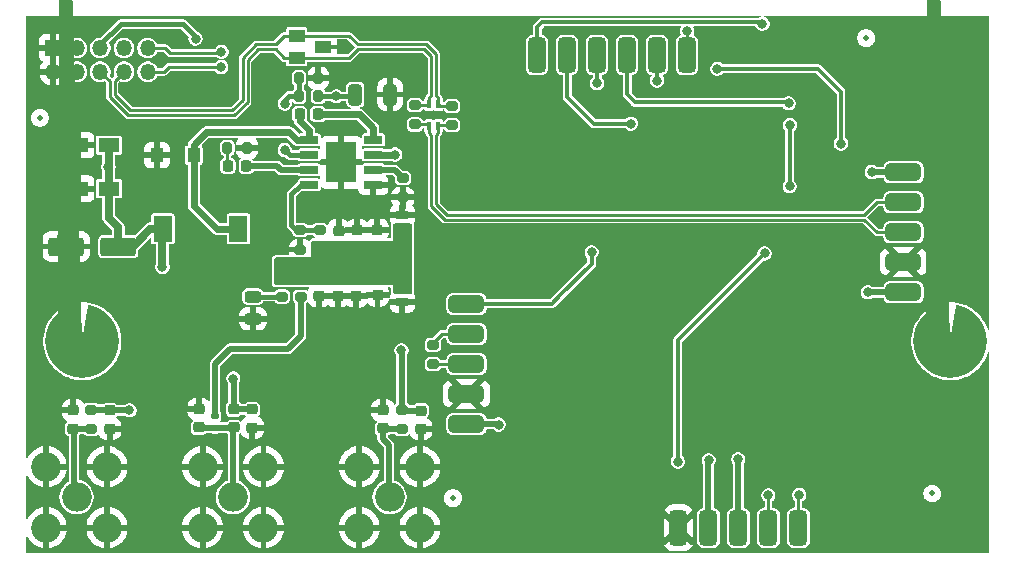
<source format=gtl>
G04 #@! TF.GenerationSoftware,KiCad,Pcbnew,9.0.0*
G04 #@! TF.CreationDate,2025-08-29T11:38:15+03:00*
G04 #@! TF.ProjectId,GSM_PCBSMAFRAHT,47534d5f-5043-4425-934d-414652414854,rev?*
G04 #@! TF.SameCoordinates,Original*
G04 #@! TF.FileFunction,Copper,L1,Top*
G04 #@! TF.FilePolarity,Positive*
%FSLAX46Y46*%
G04 Gerber Fmt 4.6, Leading zero omitted, Abs format (unit mm)*
G04 Created by KiCad (PCBNEW 9.0.0) date 2025-08-29 11:38:15*
%MOMM*%
%LPD*%
G01*
G04 APERTURE LIST*
G04 Aperture macros list*
%AMRoundRect*
0 Rectangle with rounded corners*
0 $1 Rounding radius*
0 $2 $3 $4 $5 $6 $7 $8 $9 X,Y pos of 4 corners*
0 Add a 4 corners polygon primitive as box body*
4,1,4,$2,$3,$4,$5,$6,$7,$8,$9,$2,$3,0*
0 Add four circle primitives for the rounded corners*
1,1,$1+$1,$2,$3*
1,1,$1+$1,$4,$5*
1,1,$1+$1,$6,$7*
1,1,$1+$1,$8,$9*
0 Add four rect primitives between the rounded corners*
20,1,$1+$1,$2,$3,$4,$5,0*
20,1,$1+$1,$4,$5,$6,$7,0*
20,1,$1+$1,$6,$7,$8,$9,0*
20,1,$1+$1,$8,$9,$2,$3,0*%
%AMFreePoly0*
4,1,57,0.519269,3.056200,0.858190,2.978844,1.186319,2.864027,1.499529,2.713193,1.793881,2.528239,2.065674,2.311491,2.311491,2.065674,2.528239,1.793881,2.713193,1.499529,2.864027,1.186319,2.978844,0.858190,3.056200,0.519269,3.095123,0.173818,3.095123,-0.173818,3.056200,-0.519269,2.978844,-0.858190,2.864027,-1.186319,2.713193,-1.499529,2.528239,-1.793881,2.311491,-2.065674,
2.065674,-2.311491,1.793881,-2.528239,1.499529,-2.713193,1.186319,-2.864027,0.858190,-2.978844,0.519269,-3.056200,0.173818,-3.095123,-0.173818,-3.095123,-0.519269,-3.056200,-0.858190,-2.978844,-1.186319,-2.864027,-1.499529,-2.713193,-1.793881,-2.528239,-2.065674,-2.311491,-2.311491,-2.065674,-2.528239,-1.793881,-2.713193,-1.499529,-2.864027,-1.186319,-2.978844,-0.858190,-3.056200,-0.519269,
-3.095123,-0.173818,-3.095123,0.173818,-3.056200,0.519269,-2.978844,0.858190,-2.864027,1.186319,-2.713193,1.499529,-2.528239,1.793881,-2.311491,2.065674,-2.065674,2.311491,-1.793881,2.528239,-1.499529,2.713193,-1.186319,2.864027,-0.858190,2.978844,-0.519269,3.056200,-0.173818,3.095123,0.173818,3.095123,0.519269,3.056200,0.519269,3.056200,$1*%
G04 Aperture macros list end*
G04 #@! TA.AperFunction,SMDPad,CuDef*
%ADD10RoundRect,0.225000X-0.250000X0.225000X-0.250000X-0.225000X0.250000X-0.225000X0.250000X0.225000X0*%
G04 #@! TD*
G04 #@! TA.AperFunction,SMDPad,CuDef*
%ADD11C,0.500000*%
G04 #@! TD*
G04 #@! TA.AperFunction,SMDPad,CuDef*
%ADD12RoundRect,0.225000X0.225000X0.250000X-0.225000X0.250000X-0.225000X-0.250000X0.225000X-0.250000X0*%
G04 #@! TD*
G04 #@! TA.AperFunction,SMDPad,CuDef*
%ADD13R,1.400000X1.000000*%
G04 #@! TD*
G04 #@! TA.AperFunction,SMDPad,CuDef*
%ADD14RoundRect,0.200000X0.200000X0.275000X-0.200000X0.275000X-0.200000X-0.275000X0.200000X-0.275000X0*%
G04 #@! TD*
G04 #@! TA.AperFunction,SMDPad,CuDef*
%ADD15R,1.600000X2.200000*%
G04 #@! TD*
G04 #@! TA.AperFunction,SMDPad,CuDef*
%ADD16RoundRect,0.200000X0.275000X-0.200000X0.275000X0.200000X-0.275000X0.200000X-0.275000X-0.200000X0*%
G04 #@! TD*
G04 #@! TA.AperFunction,SMDPad,CuDef*
%ADD17R,1.120000X1.220000*%
G04 #@! TD*
G04 #@! TA.AperFunction,SMDPad,CuDef*
%ADD18R,1.100000X2.000000*%
G04 #@! TD*
G04 #@! TA.AperFunction,SMDPad,CuDef*
%ADD19R,1.100000X0.800000*%
G04 #@! TD*
G04 #@! TA.AperFunction,SMDPad,CuDef*
%ADD20R,0.400000X0.750000*%
G04 #@! TD*
G04 #@! TA.AperFunction,SMDPad,CuDef*
%ADD21RoundRect,0.225000X0.250000X-0.225000X0.250000X0.225000X-0.250000X0.225000X-0.250000X-0.225000X0*%
G04 #@! TD*
G04 #@! TA.AperFunction,WasherPad*
%ADD22FreePoly0,270.000000*%
G04 #@! TD*
G04 #@! TA.AperFunction,ComponentPad*
%ADD23O,2.500000X2.500000*%
G04 #@! TD*
G04 #@! TA.AperFunction,SMDPad,CuDef*
%ADD24RoundRect,0.250000X-0.325000X-0.650000X0.325000X-0.650000X0.325000X0.650000X-0.325000X0.650000X0*%
G04 #@! TD*
G04 #@! TA.AperFunction,SMDPad,CuDef*
%ADD25R,1.800000X1.230000*%
G04 #@! TD*
G04 #@! TA.AperFunction,SMDPad,CuDef*
%ADD26RoundRect,0.200000X-0.275000X0.200000X-0.275000X-0.200000X0.275000X-0.200000X0.275000X0.200000X0*%
G04 #@! TD*
G04 #@! TA.AperFunction,SMDPad,CuDef*
%ADD27RoundRect,0.250000X1.250000X0.550000X-1.250000X0.550000X-1.250000X-0.550000X1.250000X-0.550000X0*%
G04 #@! TD*
G04 #@! TA.AperFunction,SMDPad,CuDef*
%ADD28RoundRect,0.375000X-0.375000X1.125000X-0.375000X-1.125000X0.375000X-1.125000X0.375000X1.125000X0*%
G04 #@! TD*
G04 #@! TA.AperFunction,SMDPad,CuDef*
%ADD29RoundRect,0.375000X-1.125000X-0.375000X1.125000X-0.375000X1.125000X0.375000X-1.125000X0.375000X0*%
G04 #@! TD*
G04 #@! TA.AperFunction,SMDPad,CuDef*
%ADD30RoundRect,0.200000X-0.200000X-0.275000X0.200000X-0.275000X0.200000X0.275000X-0.200000X0.275000X0*%
G04 #@! TD*
G04 #@! TA.AperFunction,SMDPad,CuDef*
%ADD31RoundRect,0.147500X-0.172500X0.147500X-0.172500X-0.147500X0.172500X-0.147500X0.172500X0.147500X0*%
G04 #@! TD*
G04 #@! TA.AperFunction,SMDPad,CuDef*
%ADD32R,1.525000X0.700000*%
G04 #@! TD*
G04 #@! TA.AperFunction,SMDPad,CuDef*
%ADD33R,2.560000X3.450000*%
G04 #@! TD*
G04 #@! TA.AperFunction,SMDPad,CuDef*
%ADD34RoundRect,0.243750X0.456250X-0.243750X0.456250X0.243750X-0.456250X0.243750X-0.456250X-0.243750X0*%
G04 #@! TD*
G04 #@! TA.AperFunction,ComponentPad*
%ADD35R,1.350000X1.350000*%
G04 #@! TD*
G04 #@! TA.AperFunction,ComponentPad*
%ADD36O,1.350000X1.350000*%
G04 #@! TD*
G04 #@! TA.AperFunction,ViaPad*
%ADD37C,0.800000*%
G04 #@! TD*
G04 #@! TA.AperFunction,Conductor*
%ADD38C,0.350000*%
G04 #@! TD*
G04 #@! TA.AperFunction,Conductor*
%ADD39C,0.183150*%
G04 #@! TD*
G04 #@! TA.AperFunction,Conductor*
%ADD40C,0.500000*%
G04 #@! TD*
G04 #@! TA.AperFunction,Conductor*
%ADD41C,0.700000*%
G04 #@! TD*
G04 #@! TA.AperFunction,Conductor*
%ADD42C,0.400000*%
G04 #@! TD*
G04 #@! TA.AperFunction,Conductor*
%ADD43C,0.508000*%
G04 #@! TD*
G04 #@! TA.AperFunction,Conductor*
%ADD44C,0.600000*%
G04 #@! TD*
G04 #@! TA.AperFunction,Conductor*
%ADD45C,0.250000*%
G04 #@! TD*
G04 #@! TA.AperFunction,Conductor*
%ADD46C,0.300000*%
G04 #@! TD*
G04 #@! TA.AperFunction,Conductor*
%ADD47C,0.227000*%
G04 #@! TD*
G04 #@! TA.AperFunction,Conductor*
%ADD48C,0.381000*%
G04 #@! TD*
G04 APERTURE END LIST*
D10*
X103320000Y-98140000D03*
X103320000Y-99690000D03*
X90000000Y-109230000D03*
X90000000Y-110780000D03*
D11*
X152090000Y-116380000D03*
D12*
X100075000Y-84270000D03*
X98525000Y-84270000D03*
D10*
X101750000Y-98125000D03*
X101750000Y-99675000D03*
D13*
X98270000Y-77615000D03*
X98270000Y-79515000D03*
X100470000Y-78565000D03*
D12*
X94005000Y-88650000D03*
X92455000Y-88650000D03*
D14*
X100115000Y-82740000D03*
X98465000Y-82740000D03*
D15*
X93340000Y-93970000D03*
X86940000Y-93970000D03*
D16*
X107180000Y-110935000D03*
X107180000Y-109285000D03*
D17*
X89550000Y-87740000D03*
X86450000Y-87740000D03*
D18*
X107230000Y-98260000D03*
D19*
X107230000Y-100160000D03*
D10*
X105570000Y-109325000D03*
X105570000Y-110875000D03*
D11*
X76530000Y-84580000D03*
D20*
X109479618Y-85276520D03*
X110279618Y-85276520D03*
X110279618Y-83426520D03*
X109479618Y-83426520D03*
D16*
X80890000Y-110935000D03*
X80890000Y-109285000D03*
D21*
X105110000Y-95605000D03*
X105110000Y-94055000D03*
D11*
X146480000Y-77820000D03*
D22*
X80130000Y-103490000D03*
D23*
X106140000Y-116690000D03*
X103565000Y-114115000D03*
X108715000Y-114115000D03*
X108715000Y-119265000D03*
X103565000Y-119265000D03*
D10*
X94510000Y-109255000D03*
X94510000Y-110805000D03*
D18*
X107230000Y-94730000D03*
D19*
X107230000Y-92830000D03*
D11*
X111510000Y-116770000D03*
D16*
X109810000Y-105435000D03*
X109810000Y-103785000D03*
D21*
X103410000Y-95635000D03*
X103410000Y-94085000D03*
D10*
X79360000Y-109345000D03*
X79360000Y-110895000D03*
D24*
X103235000Y-82600000D03*
X106185000Y-82600000D03*
D21*
X92940000Y-110785000D03*
X92940000Y-109235000D03*
D25*
X82370000Y-90570000D03*
X79750000Y-90570000D03*
D10*
X105120000Y-98050000D03*
X105120000Y-99600000D03*
D26*
X98590000Y-94075000D03*
X98590000Y-95725000D03*
D27*
X83160000Y-95470000D03*
X78760000Y-95470000D03*
D22*
X153630000Y-103490000D03*
D28*
X140760000Y-119280000D03*
X138220000Y-119280000D03*
X135680000Y-119280000D03*
X133140000Y-119280000D03*
X130600000Y-119280000D03*
D29*
X112650000Y-110490000D03*
X112650000Y-107950000D03*
X112650000Y-105410000D03*
X112650000Y-102870000D03*
X112650000Y-100330000D03*
D28*
X118630000Y-79270000D03*
X121170000Y-79270000D03*
X123710000Y-79270000D03*
X126250000Y-79270000D03*
X128790000Y-79270000D03*
X131330000Y-79270000D03*
D29*
X149650000Y-89180000D03*
X149650000Y-91720000D03*
X149650000Y-94260000D03*
X149650000Y-96800000D03*
X149650000Y-99340000D03*
D10*
X82450000Y-109350000D03*
X82450000Y-110900000D03*
D30*
X92415000Y-87110000D03*
X94065000Y-87110000D03*
D26*
X111420000Y-83555000D03*
X111420000Y-85205000D03*
D30*
X98455000Y-81200000D03*
X100105000Y-81200000D03*
D26*
X107260000Y-89665000D03*
X107260000Y-91315000D03*
D23*
X92890000Y-116690000D03*
X90315000Y-114115000D03*
X95465000Y-114115000D03*
X95465000Y-119265000D03*
X90315000Y-119265000D03*
D10*
X108790000Y-109360000D03*
X108790000Y-110910000D03*
D31*
X91370000Y-109840000D03*
X91370000Y-110810000D03*
D32*
X99340000Y-86440000D03*
X99340000Y-87710000D03*
X99340000Y-88980000D03*
X99340000Y-90250000D03*
X104764000Y-90250000D03*
X104764000Y-88980000D03*
X104764000Y-87710000D03*
X104764000Y-86440000D03*
D33*
X102052000Y-88345000D03*
D34*
X94570000Y-101577500D03*
X94570000Y-99702500D03*
D25*
X82370000Y-86890000D03*
X79750000Y-86890000D03*
D23*
X79640000Y-116690000D03*
X77065000Y-114115000D03*
X82215000Y-114115000D03*
X82215000Y-119265000D03*
X77065000Y-119265000D03*
D16*
X108290000Y-85135000D03*
X108290000Y-83485000D03*
X97040000Y-99705000D03*
X97040000Y-98055000D03*
D26*
X98610000Y-98065000D03*
X98610000Y-99715000D03*
D10*
X100180000Y-98115000D03*
X100180000Y-99665000D03*
D26*
X100220000Y-94095000D03*
X100220000Y-95745000D03*
D21*
X101840000Y-95665000D03*
X101840000Y-94115000D03*
D35*
X77650000Y-78670000D03*
D36*
X77650000Y-80670000D03*
X79650000Y-78670000D03*
X79650000Y-80670000D03*
X81650000Y-78670000D03*
X81650000Y-80670000D03*
X83650000Y-78670000D03*
X83650000Y-80670000D03*
X85650000Y-78670000D03*
X85650000Y-80670000D03*
D37*
X101320000Y-105490000D03*
X97790000Y-107560000D03*
X133160000Y-104690000D03*
X138150000Y-91480000D03*
X105970000Y-107730000D03*
X142300000Y-94370000D03*
X137040000Y-108790000D03*
X122540000Y-105440000D03*
X94290000Y-107550000D03*
X111530000Y-90880000D03*
X102960000Y-107640000D03*
X83090000Y-84850000D03*
X135950000Y-107580000D03*
X137370000Y-111990000D03*
X95950000Y-107620000D03*
X134480000Y-112140000D03*
X101340000Y-107680000D03*
X102110000Y-78515500D03*
X103840000Y-110280000D03*
X88080000Y-110440000D03*
X86520000Y-110470000D03*
X96060000Y-105620000D03*
X118460000Y-102650000D03*
X96550000Y-110300000D03*
X86000000Y-83030000D03*
X137940000Y-94310000D03*
X109690000Y-93460000D03*
X101950000Y-110320000D03*
X131670000Y-106620000D03*
X128780000Y-102670000D03*
X111330000Y-88350000D03*
X124490000Y-108190000D03*
X118440000Y-108110000D03*
X124540000Y-102780000D03*
X118460000Y-105300000D03*
X105880000Y-105580000D03*
X125630000Y-91690000D03*
X134400000Y-110390000D03*
X103010000Y-105530000D03*
X125860000Y-94480000D03*
X108340000Y-105420000D03*
X81370000Y-82710000D03*
X104570000Y-105470000D03*
X120360000Y-108110000D03*
X85120000Y-108110000D03*
X128340000Y-94390000D03*
X131820000Y-112650000D03*
X84920000Y-110470000D03*
X126450000Y-102710000D03*
X137400000Y-110310000D03*
X111100000Y-81590000D03*
X115010000Y-91330000D03*
X89100000Y-82990000D03*
X89430000Y-85200000D03*
X104430000Y-107580000D03*
X108340000Y-107700000D03*
X144610000Y-91490000D03*
X120430000Y-105410000D03*
X122390000Y-102690000D03*
X128680000Y-105350000D03*
X131740000Y-110930000D03*
X116640000Y-108180000D03*
X121130000Y-91430000D03*
X126520000Y-108090000D03*
X132680000Y-107730000D03*
X87630000Y-83040000D03*
X132130000Y-103620000D03*
X116730000Y-105430000D03*
X99620000Y-105580000D03*
X126450000Y-105410000D03*
X100000000Y-110370000D03*
X144690000Y-94460000D03*
X81980000Y-83840000D03*
X128630000Y-108010000D03*
X120570000Y-94560000D03*
X99670000Y-107660000D03*
X86520000Y-108170000D03*
X84330000Y-82480000D03*
X118840000Y-91520000D03*
X122460000Y-108140000D03*
X97790000Y-105600000D03*
X87450000Y-85220000D03*
X116580000Y-102660000D03*
X110630000Y-78050000D03*
X85420000Y-85330000D03*
X120300000Y-102710000D03*
X98340000Y-110370000D03*
X142310000Y-91420000D03*
X94520000Y-105620000D03*
X133780000Y-108790000D03*
X128260000Y-91720000D03*
X124460000Y-105580000D03*
X137390000Y-113820000D03*
X108810000Y-81090000D03*
X88080000Y-108110000D03*
X146970000Y-89170000D03*
X98600000Y-96860000D03*
X102860000Y-96840000D03*
X146630000Y-99340000D03*
X82340000Y-88710000D03*
X86910000Y-97210000D03*
X139930000Y-83350000D03*
X130550000Y-113690000D03*
X140050000Y-85180000D03*
X137885000Y-96055000D03*
X140020000Y-90380000D03*
X115380000Y-110540000D03*
X84120000Y-109340000D03*
X107150000Y-104270000D03*
X135650000Y-113490000D03*
X133160000Y-113560000D03*
X92910000Y-106650000D03*
X131330000Y-77240000D03*
X91910000Y-78990000D03*
X140820000Y-116510000D03*
X89710000Y-77860000D03*
X97270000Y-83370000D03*
X97260000Y-87300000D03*
X91880583Y-80279034D03*
X138210000Y-116530000D03*
X106610000Y-87680000D03*
X101630000Y-82760000D03*
X137710000Y-76620000D03*
X126570000Y-85080000D03*
X128790000Y-81430000D03*
X123250000Y-95950000D03*
X133880000Y-80430000D03*
X123710000Y-81640000D03*
X144360000Y-86770000D03*
D38*
X118630000Y-76900000D02*
X118630000Y-79270000D01*
X119070000Y-76460000D02*
X118630000Y-76900000D01*
X137550000Y-76460000D02*
X119070000Y-76460000D01*
X137710000Y-76620000D02*
X137550000Y-76460000D01*
X102060500Y-78565000D02*
X100470000Y-78565000D01*
X102110000Y-78515500D02*
X102060500Y-78565000D01*
D39*
X77650000Y-80670000D02*
X77650000Y-80674922D01*
D40*
X146970000Y-89170000D02*
X147060000Y-89180000D01*
X149650000Y-89180000D02*
X147080000Y-89180000D01*
X147060000Y-89180000D02*
X147070000Y-89180000D01*
D41*
X86900000Y-97220000D02*
X86910000Y-97210000D01*
D40*
X147080000Y-89180000D02*
X146970000Y-89170000D01*
D41*
X82370000Y-88740000D02*
X82370000Y-86890000D01*
D42*
X98590000Y-96870000D02*
X98600000Y-96860000D01*
D41*
X86910000Y-97210000D02*
X86910000Y-94000000D01*
X83160000Y-93840000D02*
X82370000Y-93050000D01*
X84380000Y-95470000D02*
X83160000Y-95470000D01*
X85880000Y-93970000D02*
X84380000Y-95470000D01*
X86940000Y-93970000D02*
X85880000Y-93970000D01*
D40*
X149650000Y-99340000D02*
X146630000Y-99340000D01*
D41*
X86910000Y-94000000D02*
X86940000Y-93970000D01*
X83160000Y-95470000D02*
X83160000Y-93840000D01*
X82370000Y-88740000D02*
X82370000Y-90570000D01*
X82370000Y-93050000D02*
X82370000Y-90570000D01*
D38*
X139930000Y-83350000D02*
X139840000Y-83260000D01*
X126920000Y-83260000D02*
X126250000Y-82590000D01*
X139840000Y-83260000D02*
X126920000Y-83260000D01*
X126250000Y-82590000D02*
X126250000Y-79270000D01*
X137885000Y-96055000D02*
X130550000Y-103390000D01*
X140020000Y-85210000D02*
X140050000Y-85180000D01*
X140020000Y-90380000D02*
X140020000Y-85210000D01*
X130550000Y-103390000D02*
X130550000Y-113690000D01*
D43*
X82395000Y-109295000D02*
X82450000Y-109350000D01*
X82450000Y-109350000D02*
X84110000Y-109350000D01*
X115330000Y-110490000D02*
X115380000Y-110540000D01*
X84110000Y-109350000D02*
X84120000Y-109340000D01*
X82385000Y-109285000D02*
X82450000Y-109350000D01*
X112650000Y-110490000D02*
X115330000Y-110490000D01*
X80890000Y-109285000D02*
X82385000Y-109285000D01*
D44*
X89550000Y-87740000D02*
X89550000Y-92000000D01*
X89550000Y-92000000D02*
X91520000Y-93970000D01*
X89550000Y-87740000D02*
X89550000Y-86860000D01*
X90610000Y-85800000D02*
X97630000Y-85800000D01*
X97630000Y-85800000D02*
X98270000Y-86440000D01*
X91520000Y-93970000D02*
X93340000Y-93970000D01*
X99340000Y-86440000D02*
X99340000Y-85640000D01*
X98270000Y-86440000D02*
X99340000Y-86440000D01*
X99340000Y-85640000D02*
X98525000Y-84825000D01*
X98525000Y-84825000D02*
X98525000Y-84270000D01*
X89550000Y-86860000D02*
X90610000Y-85800000D01*
X103610000Y-84290000D02*
X104764000Y-85444000D01*
X100095000Y-84290000D02*
X103610000Y-84290000D01*
X100075000Y-84270000D02*
X100095000Y-84290000D01*
X104764000Y-85444000D02*
X104764000Y-86440000D01*
D45*
X92410000Y-88605000D02*
X92410000Y-87115000D01*
X92410000Y-87115000D02*
X92415000Y-87110000D01*
X92455000Y-88650000D02*
X92410000Y-88605000D01*
D40*
X96630000Y-88650000D02*
X94005000Y-88650000D01*
X99340000Y-88980000D02*
X96960000Y-88980000D01*
X96960000Y-88980000D02*
X96630000Y-88650000D01*
D43*
X135680000Y-113520000D02*
X135680000Y-119280000D01*
X108790000Y-109360000D02*
X107220000Y-109360000D01*
X107180000Y-109285000D02*
X107180000Y-104300000D01*
X135650000Y-113490000D02*
X135680000Y-113520000D01*
X107180000Y-104300000D02*
X107150000Y-104270000D01*
X107220000Y-109360000D02*
X107200000Y-109340000D01*
X107200000Y-104320000D02*
X107150000Y-104270000D01*
X92940000Y-106680000D02*
X92940000Y-109235000D01*
X92910000Y-106650000D02*
X92940000Y-106680000D01*
X94510000Y-109255000D02*
X92960000Y-109255000D01*
X92960000Y-109255000D02*
X92940000Y-109235000D01*
X133160000Y-113560000D02*
X133140000Y-113580000D01*
X133140000Y-113580000D02*
X133140000Y-119280000D01*
X79360000Y-110895000D02*
X79430000Y-110965000D01*
X79430000Y-110965000D02*
X79430000Y-116480000D01*
X79430000Y-116480000D02*
X79640000Y-116690000D01*
D46*
X80900000Y-110890000D02*
X80895000Y-110895000D01*
D43*
X80850000Y-110895000D02*
X80890000Y-110935000D01*
X79360000Y-110895000D02*
X80850000Y-110895000D01*
X79640000Y-116690000D02*
X79900000Y-116430000D01*
D46*
X107190000Y-110885000D02*
X107220000Y-110915000D01*
X105570000Y-110875000D02*
X105580000Y-110885000D01*
D43*
X105580000Y-110885000D02*
X107190000Y-110885000D01*
X106100000Y-112260000D02*
X106100000Y-116650000D01*
D46*
X106100000Y-116650000D02*
X106140000Y-116690000D01*
D43*
X105570000Y-111730000D02*
X106100000Y-112260000D01*
X105570000Y-110875000D02*
X105570000Y-111730000D01*
D46*
X91335000Y-110845000D02*
X91370000Y-110810000D01*
D43*
X92920000Y-110805000D02*
X92920000Y-116660000D01*
D46*
X92900000Y-110785000D02*
X92920000Y-110805000D01*
D43*
X91370000Y-110810000D02*
X90030000Y-110810000D01*
D46*
X92920000Y-116660000D02*
X92890000Y-116690000D01*
X91370000Y-110810000D02*
X91395000Y-110785000D01*
D43*
X91370000Y-110810000D02*
X92915000Y-110810000D01*
D46*
X92915000Y-110810000D02*
X92940000Y-110785000D01*
D47*
X108290000Y-85135000D02*
X109338098Y-85135000D01*
X109338098Y-85135000D02*
X109479618Y-85276520D01*
X109479618Y-85839021D02*
X109479618Y-85276520D01*
X149650000Y-94260000D02*
X147399999Y-94260000D01*
X146343499Y-93203500D02*
X110821564Y-93203500D01*
X109666118Y-86025521D02*
X109479618Y-85839021D01*
X110821564Y-93203500D02*
X109666118Y-92048054D01*
X109666118Y-92048054D02*
X109666118Y-86025521D01*
X147399999Y-94260000D02*
X146343499Y-93203500D01*
X110093118Y-86025521D02*
X110279618Y-85839021D01*
X147399999Y-91720000D02*
X146343499Y-92776500D01*
X110279618Y-85839021D02*
X110279618Y-85276520D01*
X149650000Y-91720000D02*
X147399999Y-91720000D01*
X146343499Y-92776500D02*
X110998436Y-92776500D01*
X110093118Y-91871182D02*
X110093118Y-86025521D01*
X111420000Y-85205000D02*
X110351138Y-85205000D01*
X110351138Y-85205000D02*
X110279618Y-85276520D01*
X110998436Y-92776500D02*
X110093118Y-91871182D01*
D45*
X131330000Y-77240000D02*
X131330000Y-79270000D01*
D39*
X79650000Y-80670000D02*
X79650000Y-80674922D01*
D45*
X140760000Y-119280000D02*
X140760000Y-116570000D01*
X87570000Y-79110000D02*
X87130000Y-78670000D01*
X91910000Y-78990000D02*
X91790000Y-79110000D01*
X140760000Y-116570000D02*
X140820000Y-116510000D01*
X87130000Y-78670000D02*
X85650000Y-78670000D01*
X91790000Y-79110000D02*
X87570000Y-79110000D01*
D42*
X89710000Y-77860000D02*
X89710000Y-77690000D01*
X89710000Y-77690000D02*
X88650000Y-76630000D01*
X97620000Y-82690000D02*
X98415000Y-82690000D01*
X98455000Y-82730000D02*
X98465000Y-82740000D01*
X98455000Y-81200000D02*
X98455000Y-82730000D01*
X97670000Y-87710000D02*
X97260000Y-87300000D01*
X81650000Y-78350000D02*
X81650000Y-78670000D01*
X98415000Y-82690000D02*
X98465000Y-82740000D01*
X99340000Y-87710000D02*
X97670000Y-87710000D01*
X83370000Y-76630000D02*
X81650000Y-78350000D01*
X97270000Y-83040000D02*
X97620000Y-82690000D01*
X97270000Y-83370000D02*
X97270000Y-83040000D01*
X88650000Y-76630000D02*
X83370000Y-76630000D01*
D47*
X102705000Y-79515000D02*
X98270000Y-79515000D01*
X109666118Y-82677519D02*
X109666118Y-79368054D01*
X109666118Y-79368054D02*
X109076564Y-78778500D01*
X108290000Y-83485000D02*
X109421138Y-83485000D01*
X109479618Y-82864019D02*
X109666118Y-82677519D01*
X109479618Y-83426520D02*
X109479618Y-82864019D01*
X96483499Y-78778500D02*
X97219999Y-79515000D01*
X92998436Y-84373500D02*
X94133500Y-83238436D01*
X95023436Y-78778500D02*
X96483499Y-78778500D01*
X81650000Y-80670000D02*
X82436500Y-81456500D01*
X103441500Y-78778500D02*
X102705000Y-79515000D01*
X109421138Y-83485000D02*
X109479618Y-83426520D01*
X84021564Y-84373500D02*
X92998436Y-84373500D01*
X94133500Y-79668436D02*
X95023436Y-78778500D01*
D45*
X98265000Y-79520000D02*
X98270000Y-79515000D01*
D47*
X97219999Y-79515000D02*
X98270000Y-79515000D01*
X82436500Y-82788436D02*
X84021564Y-84373500D01*
X109076564Y-78778500D02*
X103441500Y-78778500D01*
X94133500Y-83238436D02*
X94133500Y-79668436D01*
X82436500Y-81456500D02*
X82436500Y-82788436D01*
D45*
X91880583Y-80279034D02*
X91871549Y-80270000D01*
X91871549Y-80270000D02*
X87440000Y-80270000D01*
X87440000Y-80270000D02*
X87040000Y-80670000D01*
X138220000Y-116540000D02*
X138210000Y-116530000D01*
X87040000Y-80670000D02*
X85650000Y-80670000D01*
X138220000Y-119280000D02*
X138220000Y-116540000D01*
D47*
X102695000Y-77615000D02*
X98270000Y-77615000D01*
X110093118Y-79191182D02*
X109253436Y-78351500D01*
X94846564Y-78351500D02*
X96483499Y-78351500D01*
X93706500Y-79491564D02*
X94846564Y-78351500D01*
X92821564Y-83946500D02*
X93706500Y-83061564D01*
X109253436Y-78351500D02*
X103431500Y-78351500D01*
X97219999Y-77615000D02*
X98270000Y-77615000D01*
X110279618Y-82864019D02*
X110093118Y-82677519D01*
X84198436Y-83946500D02*
X92821564Y-83946500D01*
X83650000Y-80670000D02*
X82863500Y-81456500D01*
X110279618Y-83426520D02*
X110279618Y-82864019D01*
X82863500Y-81456500D02*
X82863500Y-82611564D01*
X111420000Y-83555000D02*
X110408098Y-83555000D01*
X93706500Y-83061564D02*
X93706500Y-79491564D01*
X103431500Y-78351500D02*
X102695000Y-77615000D01*
X96483499Y-78351500D02*
X97219999Y-77615000D01*
X82863500Y-82611564D02*
X84198436Y-83946500D01*
X110408098Y-83555000D02*
X110279618Y-83426520D01*
X110093118Y-82677519D02*
X110093118Y-79191182D01*
D42*
X103075000Y-82760000D02*
X103235000Y-82600000D01*
D44*
X106580000Y-87710000D02*
X106610000Y-87680000D01*
D42*
X101630000Y-82760000D02*
X100135000Y-82760000D01*
X100135000Y-82760000D02*
X100115000Y-82740000D01*
D44*
X104764000Y-87710000D02*
X106580000Y-87710000D01*
D42*
X101630000Y-82760000D02*
X103075000Y-82760000D01*
D43*
X91370000Y-109840000D02*
X91370000Y-105410000D01*
X91370000Y-105410000D02*
X92660000Y-104120000D01*
X97540000Y-104120000D02*
X98610000Y-103050000D01*
X92660000Y-104120000D02*
X97540000Y-104120000D01*
X98610000Y-103050000D02*
X98610000Y-99715000D01*
D45*
X109810000Y-105435000D02*
X109835000Y-105410000D01*
X109835000Y-105410000D02*
X112650000Y-105410000D01*
X109810000Y-103785000D02*
X109810000Y-103630000D01*
X110570000Y-102870000D02*
X112650000Y-102870000D01*
X109810000Y-103630000D02*
X110570000Y-102870000D01*
D38*
X121170000Y-82810000D02*
X121170000Y-79270000D01*
X123440000Y-85080000D02*
X121170000Y-82810000D01*
X126570000Y-85080000D02*
X123440000Y-85080000D01*
X128790000Y-81430000D02*
X128790000Y-79270000D01*
X123250000Y-96940000D02*
X123250000Y-95950000D01*
X120600000Y-99590000D02*
X123250000Y-96940000D01*
X112650000Y-100330000D02*
X119860000Y-100330000D01*
X119860000Y-100330000D02*
X120600000Y-99590000D01*
X142410000Y-80430000D02*
X142650000Y-80670000D01*
X142650000Y-80670000D02*
X144360000Y-82380000D01*
X133880000Y-80430000D02*
X142410000Y-80430000D01*
X123710000Y-81640000D02*
X123710000Y-79270000D01*
X144360000Y-82380000D02*
X144360000Y-86770000D01*
D40*
X107260000Y-89665000D02*
X107350000Y-89665000D01*
X104764000Y-88980000D02*
X106575000Y-88980000D01*
X104804000Y-89020000D02*
X104764000Y-88980000D01*
X106575000Y-88980000D02*
X107260000Y-89665000D01*
D42*
X97820000Y-91050000D02*
X97820000Y-93660000D01*
X99340000Y-90250000D02*
X98620000Y-90250000D01*
X100200000Y-94075000D02*
X100220000Y-94095000D01*
X98620000Y-90250000D02*
X97820000Y-91050000D01*
X97820000Y-93660000D02*
X98235000Y-94075000D01*
X98235000Y-94075000D02*
X100200000Y-94075000D01*
D48*
X97037500Y-99702500D02*
X97040000Y-99705000D01*
X94570000Y-99702500D02*
X97037500Y-99702500D01*
G04 #@! TA.AperFunction,Conductor*
G36*
X107963039Y-93539685D02*
G01*
X108008794Y-93592489D01*
X108020000Y-93644000D01*
X108020000Y-99336000D01*
X108000315Y-99403039D01*
X107947511Y-99448794D01*
X107896000Y-99460000D01*
X106574000Y-99460000D01*
X106506961Y-99440315D01*
X106461206Y-99387511D01*
X106450000Y-99336000D01*
X106450000Y-98720000D01*
X96514000Y-98720000D01*
X96446961Y-98700315D01*
X96401206Y-98647511D01*
X96390000Y-98596000D01*
X96390000Y-96514000D01*
X96409685Y-96446961D01*
X96462489Y-96401206D01*
X96514000Y-96390000D01*
X99530000Y-96390000D01*
X99530000Y-95114000D01*
X99549685Y-95046961D01*
X99602489Y-95001206D01*
X99654000Y-94990000D01*
X106440000Y-94990000D01*
X106440000Y-93644000D01*
X106459685Y-93576961D01*
X106512489Y-93531206D01*
X106564000Y-93520000D01*
X107896000Y-93520000D01*
X107963039Y-93539685D01*
G37*
G04 #@! TD.AperFunction*
G04 #@! TA.AperFunction,Conductor*
G36*
X102579289Y-77943352D02*
G01*
X103171289Y-78535352D01*
X103185641Y-78570000D01*
X103171289Y-78604648D01*
X102589289Y-79186648D01*
X102554641Y-79201000D01*
X101715071Y-79201000D01*
X101680423Y-79186648D01*
X101666071Y-79152000D01*
X101666352Y-79146762D01*
X101670000Y-79112834D01*
X101670000Y-78017165D01*
X101666352Y-77983238D01*
X101676917Y-77947254D01*
X101709833Y-77929281D01*
X101715071Y-77929000D01*
X102544641Y-77929000D01*
X102579289Y-77943352D01*
G37*
G04 #@! TD.AperFunction*
G04 #@! TA.AperFunction,Conductor*
G36*
X77900000Y-80354314D02*
G01*
X77895606Y-80349920D01*
X77804394Y-80297259D01*
X77702661Y-80270000D01*
X77597339Y-80270000D01*
X77495606Y-80297259D01*
X77404394Y-80349920D01*
X77400000Y-80354314D01*
X77400000Y-78985686D01*
X77404394Y-78990080D01*
X77495606Y-79042741D01*
X77597339Y-79070000D01*
X77702661Y-79070000D01*
X77804394Y-79042741D01*
X77895606Y-78990080D01*
X77900000Y-78985686D01*
X77900000Y-80354314D01*
G37*
G04 #@! TD.AperFunction*
G04 #@! TA.AperFunction,Conductor*
G36*
X137573302Y-75958852D02*
G01*
X137587654Y-75993500D01*
X137573302Y-76028148D01*
X137551336Y-76040830D01*
X137480893Y-76059705D01*
X137480890Y-76059706D01*
X137478216Y-76060423D01*
X137447487Y-76078163D01*
X137447082Y-76078388D01*
X137445549Y-76078560D01*
X137423384Y-76084500D01*
X119020562Y-76084500D01*
X118988730Y-76093030D01*
X118972813Y-76097295D01*
X118925062Y-76110089D01*
X118925059Y-76110090D01*
X118839437Y-76159525D01*
X118839437Y-76159526D01*
X118329526Y-76669437D01*
X118329525Y-76669437D01*
X118280090Y-76755060D01*
X118278421Y-76761292D01*
X118278420Y-76761291D01*
X118278420Y-76761295D01*
X118255785Y-76845768D01*
X118255380Y-76846834D01*
X118254500Y-76850566D01*
X118254500Y-77521628D01*
X118240148Y-77556276D01*
X118211896Y-77570208D01*
X118195281Y-77572396D01*
X118104764Y-77584312D01*
X117964771Y-77642299D01*
X117964766Y-77642302D01*
X117844549Y-77734548D01*
X117844548Y-77734549D01*
X117752302Y-77854766D01*
X117752299Y-77854771D01*
X117694312Y-77994764D01*
X117685869Y-78058899D01*
X117679500Y-78107280D01*
X117679500Y-80432720D01*
X117685091Y-80475192D01*
X117694312Y-80545235D01*
X117752299Y-80685228D01*
X117752302Y-80685233D01*
X117839382Y-80798718D01*
X117844549Y-80805451D01*
X117964767Y-80897698D01*
X117964769Y-80897698D01*
X117964771Y-80897700D01*
X118043873Y-80930465D01*
X118104764Y-80955687D01*
X118217280Y-80970500D01*
X118217284Y-80970500D01*
X119042716Y-80970500D01*
X119042720Y-80970500D01*
X119155236Y-80955687D01*
X119295233Y-80897698D01*
X119415451Y-80805451D01*
X119507698Y-80685233D01*
X119565687Y-80545236D01*
X119580500Y-80432720D01*
X119580500Y-78107280D01*
X120219500Y-78107280D01*
X120219500Y-80432720D01*
X120225091Y-80475192D01*
X120234312Y-80545235D01*
X120292299Y-80685228D01*
X120292302Y-80685233D01*
X120379382Y-80798718D01*
X120384549Y-80805451D01*
X120504767Y-80897698D01*
X120504769Y-80897698D01*
X120504771Y-80897700D01*
X120583873Y-80930465D01*
X120644764Y-80955687D01*
X120751897Y-80969791D01*
X120784374Y-80988541D01*
X120794500Y-81018371D01*
X120794500Y-82760564D01*
X120794500Y-82859436D01*
X120802255Y-82888379D01*
X120802817Y-82890474D01*
X120802817Y-82890475D01*
X120820089Y-82954937D01*
X120820090Y-82954940D01*
X120864450Y-83031772D01*
X120869525Y-83040562D01*
X120869526Y-83040563D01*
X123209437Y-85380475D01*
X123240776Y-85398569D01*
X123295060Y-85429910D01*
X123295062Y-85429910D01*
X123295063Y-85429911D01*
X123319725Y-85436519D01*
X123390560Y-85455499D01*
X123390561Y-85455500D01*
X123390564Y-85455500D01*
X123390565Y-85455500D01*
X126075968Y-85455500D01*
X126110616Y-85469852D01*
X126201284Y-85560520D01*
X126201287Y-85560521D01*
X126201290Y-85560524D01*
X126338213Y-85639576D01*
X126338215Y-85639576D01*
X126338216Y-85639577D01*
X126423684Y-85662478D01*
X126490939Y-85680499D01*
X126490940Y-85680500D01*
X126490943Y-85680500D01*
X126649060Y-85680500D01*
X126649060Y-85680499D01*
X126801784Y-85639577D01*
X126806314Y-85636962D01*
X126938709Y-85560524D01*
X126938708Y-85560524D01*
X126938716Y-85560520D01*
X127050520Y-85448716D01*
X127117510Y-85332685D01*
X127129576Y-85311786D01*
X127129576Y-85311785D01*
X127129577Y-85311784D01*
X127170499Y-85159060D01*
X127170500Y-85159060D01*
X127170500Y-85000940D01*
X127170499Y-85000939D01*
X127138568Y-84881772D01*
X127129577Y-84848216D01*
X127129576Y-84848215D01*
X127129576Y-84848213D01*
X127050524Y-84711290D01*
X127050521Y-84711287D01*
X127050520Y-84711284D01*
X126938716Y-84599480D01*
X126938713Y-84599478D01*
X126938709Y-84599475D01*
X126801786Y-84520423D01*
X126801782Y-84520422D01*
X126649060Y-84479500D01*
X126649057Y-84479500D01*
X126490943Y-84479500D01*
X126490940Y-84479500D01*
X126338217Y-84520422D01*
X126338213Y-84520423D01*
X126201290Y-84599475D01*
X126201281Y-84599482D01*
X126110616Y-84690148D01*
X126075968Y-84704500D01*
X123615834Y-84704500D01*
X123581186Y-84690148D01*
X121559852Y-82668814D01*
X121545500Y-82634166D01*
X121545500Y-81018371D01*
X121559852Y-80983723D01*
X121588102Y-80969791D01*
X121695236Y-80955687D01*
X121835233Y-80897698D01*
X121955451Y-80805451D01*
X122047698Y-80685233D01*
X122105687Y-80545236D01*
X122120500Y-80432720D01*
X122120500Y-78107280D01*
X122759500Y-78107280D01*
X122759500Y-80432720D01*
X122765091Y-80475192D01*
X122774312Y-80545235D01*
X122832299Y-80685228D01*
X122832302Y-80685233D01*
X122919382Y-80798718D01*
X122924549Y-80805451D01*
X123044767Y-80897698D01*
X123044769Y-80897698D01*
X123044771Y-80897700D01*
X123123873Y-80930465D01*
X123184764Y-80955687D01*
X123291897Y-80969791D01*
X123324374Y-80988541D01*
X123334500Y-81018371D01*
X123334500Y-81145968D01*
X123320148Y-81180616D01*
X123229482Y-81271281D01*
X123229475Y-81271290D01*
X123150423Y-81408213D01*
X123150422Y-81408217D01*
X123109500Y-81560939D01*
X123109500Y-81719060D01*
X123150422Y-81871782D01*
X123150423Y-81871786D01*
X123229475Y-82008709D01*
X123229478Y-82008713D01*
X123229480Y-82008716D01*
X123341284Y-82120520D01*
X123341287Y-82120521D01*
X123341290Y-82120524D01*
X123478213Y-82199576D01*
X123478215Y-82199576D01*
X123478216Y-82199577D01*
X123579280Y-82226657D01*
X123630939Y-82240499D01*
X123630940Y-82240500D01*
X123630943Y-82240500D01*
X123789060Y-82240500D01*
X123789060Y-82240499D01*
X123941784Y-82199577D01*
X124078716Y-82120520D01*
X124190520Y-82008716D01*
X124253276Y-81900018D01*
X124269576Y-81871786D01*
X124269576Y-81871785D01*
X124269577Y-81871784D01*
X124310499Y-81719060D01*
X124310500Y-81719060D01*
X124310500Y-81560940D01*
X124310499Y-81560939D01*
X124276879Y-81435467D01*
X124269577Y-81408216D01*
X124269576Y-81408215D01*
X124269576Y-81408213D01*
X124190524Y-81271290D01*
X124190521Y-81271287D01*
X124190520Y-81271284D01*
X124099852Y-81180616D01*
X124085500Y-81145968D01*
X124085500Y-81018371D01*
X124099852Y-80983723D01*
X124128102Y-80969791D01*
X124235236Y-80955687D01*
X124375233Y-80897698D01*
X124495451Y-80805451D01*
X124587698Y-80685233D01*
X124645687Y-80545236D01*
X124660500Y-80432720D01*
X124660500Y-78107280D01*
X125299500Y-78107280D01*
X125299500Y-80432720D01*
X125305091Y-80475192D01*
X125314312Y-80545235D01*
X125372299Y-80685228D01*
X125372302Y-80685233D01*
X125459382Y-80798718D01*
X125464549Y-80805451D01*
X125584767Y-80897698D01*
X125584769Y-80897698D01*
X125584771Y-80897700D01*
X125663873Y-80930465D01*
X125724764Y-80955687D01*
X125831897Y-80969791D01*
X125864374Y-80988541D01*
X125874500Y-81018371D01*
X125874500Y-82639437D01*
X125884639Y-82677273D01*
X125884639Y-82677274D01*
X125900089Y-82734937D01*
X125900090Y-82734940D01*
X125949525Y-82820562D01*
X125949526Y-82820563D01*
X126619525Y-83490562D01*
X126689438Y-83560475D01*
X126704415Y-83569122D01*
X126775059Y-83609909D01*
X126775062Y-83609910D01*
X126822813Y-83622705D01*
X126838730Y-83626970D01*
X126870562Y-83635500D01*
X126870564Y-83635500D01*
X126870565Y-83635500D01*
X139373146Y-83635500D01*
X139407794Y-83649852D01*
X139415579Y-83659997D01*
X139422204Y-83671472D01*
X139449477Y-83718712D01*
X139449479Y-83718714D01*
X139449480Y-83718716D01*
X139561284Y-83830520D01*
X139561287Y-83830521D01*
X139561290Y-83830524D01*
X139698213Y-83909576D01*
X139698215Y-83909576D01*
X139698216Y-83909577D01*
X139818665Y-83941851D01*
X139850939Y-83950499D01*
X139850940Y-83950500D01*
X139850943Y-83950500D01*
X140009060Y-83950500D01*
X140009060Y-83950499D01*
X140161784Y-83909577D01*
X140207208Y-83883352D01*
X140298709Y-83830524D01*
X140298708Y-83830524D01*
X140298716Y-83830520D01*
X140410520Y-83718716D01*
X140448580Y-83652793D01*
X140489576Y-83581786D01*
X140489576Y-83581785D01*
X140489577Y-83581784D01*
X140530499Y-83429060D01*
X140530500Y-83429060D01*
X140530500Y-83270940D01*
X140530499Y-83270939D01*
X140512389Y-83203351D01*
X140489577Y-83118216D01*
X140489576Y-83118215D01*
X140489576Y-83118213D01*
X140410524Y-82981290D01*
X140410521Y-82981287D01*
X140410520Y-82981284D01*
X140298716Y-82869480D01*
X140298713Y-82869478D01*
X140298709Y-82869475D01*
X140161786Y-82790423D01*
X140161782Y-82790422D01*
X140009060Y-82749500D01*
X140009057Y-82749500D01*
X139850943Y-82749500D01*
X139850940Y-82749500D01*
X139698217Y-82790422D01*
X139698213Y-82790423D01*
X139561290Y-82869475D01*
X139561281Y-82869482D01*
X139560616Y-82870148D01*
X139560177Y-82870329D01*
X139558740Y-82871433D01*
X139558444Y-82871047D01*
X139525968Y-82884500D01*
X127095833Y-82884500D01*
X127061185Y-82870148D01*
X126639852Y-82448815D01*
X126625500Y-82414167D01*
X126625500Y-81018371D01*
X126639852Y-80983723D01*
X126668102Y-80969791D01*
X126775236Y-80955687D01*
X126915233Y-80897698D01*
X127035451Y-80805451D01*
X127127698Y-80685233D01*
X127185687Y-80545236D01*
X127200500Y-80432720D01*
X127200500Y-78107280D01*
X127839500Y-78107280D01*
X127839500Y-80432720D01*
X127845091Y-80475192D01*
X127854312Y-80545235D01*
X127912299Y-80685228D01*
X127912302Y-80685233D01*
X127999382Y-80798718D01*
X128004549Y-80805451D01*
X128124767Y-80897698D01*
X128124769Y-80897698D01*
X128124771Y-80897700D01*
X128203873Y-80930465D01*
X128264764Y-80955687D01*
X128299077Y-80960204D01*
X128331556Y-80978955D01*
X128341263Y-81015180D01*
X128327331Y-81043432D01*
X128309482Y-81061281D01*
X128309475Y-81061290D01*
X128230423Y-81198213D01*
X128230422Y-81198217D01*
X128189500Y-81350939D01*
X128189500Y-81509060D01*
X128230422Y-81661782D01*
X128230423Y-81661786D01*
X128309475Y-81798709D01*
X128309478Y-81798713D01*
X128309480Y-81798716D01*
X128421284Y-81910520D01*
X128421287Y-81910521D01*
X128421290Y-81910524D01*
X128558213Y-81989576D01*
X128558215Y-81989576D01*
X128558216Y-81989577D01*
X128678665Y-82021851D01*
X128710939Y-82030499D01*
X128710940Y-82030500D01*
X128710943Y-82030500D01*
X128869060Y-82030500D01*
X128869060Y-82030499D01*
X129021784Y-81989577D01*
X129158716Y-81910520D01*
X129270520Y-81798716D01*
X129349577Y-81661784D01*
X129390499Y-81509060D01*
X129390500Y-81509060D01*
X129390500Y-81350940D01*
X129390499Y-81350939D01*
X129357005Y-81225937D01*
X129349577Y-81198216D01*
X129349576Y-81198215D01*
X129349576Y-81198213D01*
X129270524Y-81061290D01*
X129270521Y-81061287D01*
X129270520Y-81061284D01*
X129252669Y-81043433D01*
X129238317Y-81008785D01*
X129252669Y-80974137D01*
X129280920Y-80960204D01*
X129315236Y-80955687D01*
X129455233Y-80897698D01*
X129575451Y-80805451D01*
X129667698Y-80685233D01*
X129725687Y-80545236D01*
X129740500Y-80432720D01*
X129740500Y-78107280D01*
X129725687Y-77994764D01*
X129720913Y-77983238D01*
X129667700Y-77854771D01*
X129667697Y-77854766D01*
X129611050Y-77780943D01*
X129575451Y-77734549D01*
X129542994Y-77709644D01*
X129455233Y-77642302D01*
X129455228Y-77642299D01*
X129315235Y-77584312D01*
X129237894Y-77574130D01*
X129202720Y-77569500D01*
X128377280Y-77569500D01*
X128345425Y-77573693D01*
X128264764Y-77584312D01*
X128124771Y-77642299D01*
X128124766Y-77642302D01*
X128004549Y-77734548D01*
X128004548Y-77734549D01*
X127912302Y-77854766D01*
X127912299Y-77854771D01*
X127854312Y-77994764D01*
X127845869Y-78058899D01*
X127839500Y-78107280D01*
X127200500Y-78107280D01*
X127185687Y-77994764D01*
X127180913Y-77983238D01*
X127127700Y-77854771D01*
X127127697Y-77854766D01*
X127071050Y-77780943D01*
X127035451Y-77734549D01*
X127002994Y-77709644D01*
X126915233Y-77642302D01*
X126915228Y-77642299D01*
X126775235Y-77584312D01*
X126697894Y-77574130D01*
X126662720Y-77569500D01*
X125837280Y-77569500D01*
X125805425Y-77573693D01*
X125724764Y-77584312D01*
X125584771Y-77642299D01*
X125584766Y-77642302D01*
X125464549Y-77734548D01*
X125464548Y-77734549D01*
X125372302Y-77854766D01*
X125372299Y-77854771D01*
X125314312Y-77994764D01*
X125305869Y-78058899D01*
X125299500Y-78107280D01*
X124660500Y-78107280D01*
X124645687Y-77994764D01*
X124640913Y-77983238D01*
X124587700Y-77854771D01*
X124587697Y-77854766D01*
X124531050Y-77780943D01*
X124495451Y-77734549D01*
X124462994Y-77709644D01*
X124375233Y-77642302D01*
X124375228Y-77642299D01*
X124235235Y-77584312D01*
X124157894Y-77574130D01*
X124122720Y-77569500D01*
X123297280Y-77569500D01*
X123265425Y-77573693D01*
X123184764Y-77584312D01*
X123044771Y-77642299D01*
X123044766Y-77642302D01*
X122924549Y-77734548D01*
X122924548Y-77734549D01*
X122832302Y-77854766D01*
X122832299Y-77854771D01*
X122774312Y-77994764D01*
X122765869Y-78058899D01*
X122759500Y-78107280D01*
X122120500Y-78107280D01*
X122105687Y-77994764D01*
X122100913Y-77983238D01*
X122047700Y-77854771D01*
X122047697Y-77854766D01*
X121991050Y-77780943D01*
X121955451Y-77734549D01*
X121922994Y-77709644D01*
X121835233Y-77642302D01*
X121835228Y-77642299D01*
X121695235Y-77584312D01*
X121617894Y-77574130D01*
X121582720Y-77569500D01*
X120757280Y-77569500D01*
X120725425Y-77573693D01*
X120644764Y-77584312D01*
X120504771Y-77642299D01*
X120504766Y-77642302D01*
X120384549Y-77734548D01*
X120384548Y-77734549D01*
X120292302Y-77854766D01*
X120292299Y-77854771D01*
X120234312Y-77994764D01*
X120225869Y-78058899D01*
X120219500Y-78107280D01*
X119580500Y-78107280D01*
X119565687Y-77994764D01*
X119560913Y-77983238D01*
X119507700Y-77854771D01*
X119507697Y-77854766D01*
X119451050Y-77780943D01*
X119415451Y-77734549D01*
X119382994Y-77709644D01*
X119295233Y-77642302D01*
X119295228Y-77642299D01*
X119155235Y-77584312D01*
X119066797Y-77572669D01*
X119048103Y-77570208D01*
X119015626Y-77551457D01*
X119005500Y-77521628D01*
X119005500Y-77075833D01*
X119019852Y-77041185D01*
X119211185Y-76849852D01*
X119245833Y-76835500D01*
X130785269Y-76835500D01*
X130819917Y-76849852D01*
X130834269Y-76884500D01*
X130827704Y-76909000D01*
X130770423Y-77008213D01*
X130770422Y-77008217D01*
X130729500Y-77160939D01*
X130729500Y-77319060D01*
X130770421Y-77471779D01*
X130770422Y-77471781D01*
X130770423Y-77471784D01*
X130781681Y-77491284D01*
X130801543Y-77525686D01*
X130806438Y-77562868D01*
X130783608Y-77592621D01*
X130777860Y-77595456D01*
X130664768Y-77642301D01*
X130664766Y-77642302D01*
X130544549Y-77734548D01*
X130544548Y-77734549D01*
X130452302Y-77854766D01*
X130452299Y-77854771D01*
X130394312Y-77994764D01*
X130385869Y-78058899D01*
X130379500Y-78107280D01*
X130379500Y-80432720D01*
X130385091Y-80475192D01*
X130394312Y-80545235D01*
X130452299Y-80685228D01*
X130452302Y-80685233D01*
X130539382Y-80798718D01*
X130544549Y-80805451D01*
X130664767Y-80897698D01*
X130664769Y-80897698D01*
X130664771Y-80897700D01*
X130743873Y-80930465D01*
X130804764Y-80955687D01*
X130917280Y-80970500D01*
X130917284Y-80970500D01*
X131742716Y-80970500D01*
X131742720Y-80970500D01*
X131855236Y-80955687D01*
X131995233Y-80897698D01*
X132115451Y-80805451D01*
X132207698Y-80685233D01*
X132265687Y-80545236D01*
X132280500Y-80432720D01*
X132280500Y-80350939D01*
X133279500Y-80350939D01*
X133279500Y-80509060D01*
X133320422Y-80661782D01*
X133320423Y-80661786D01*
X133399475Y-80798709D01*
X133399478Y-80798713D01*
X133399480Y-80798716D01*
X133511284Y-80910520D01*
X133511287Y-80910521D01*
X133511290Y-80910524D01*
X133648213Y-80989576D01*
X133648215Y-80989576D01*
X133648216Y-80989577D01*
X133743768Y-81015180D01*
X133800939Y-81030499D01*
X133800940Y-81030500D01*
X133800943Y-81030500D01*
X133959060Y-81030500D01*
X133959060Y-81030499D01*
X134111784Y-80989577D01*
X134113579Y-80988541D01*
X134248709Y-80910524D01*
X134248708Y-80910524D01*
X134248716Y-80910520D01*
X134339384Y-80819852D01*
X134374032Y-80805500D01*
X142234167Y-80805500D01*
X142268815Y-80819852D01*
X143970148Y-82521185D01*
X143984500Y-82555833D01*
X143984500Y-86275968D01*
X143970148Y-86310616D01*
X143879482Y-86401281D01*
X143879475Y-86401290D01*
X143800423Y-86538213D01*
X143800422Y-86538217D01*
X143759500Y-86690939D01*
X143759500Y-86849060D01*
X143800422Y-87001782D01*
X143800423Y-87001786D01*
X143879475Y-87138709D01*
X143879478Y-87138713D01*
X143879480Y-87138716D01*
X143991284Y-87250520D01*
X143991287Y-87250521D01*
X143991290Y-87250524D01*
X144128213Y-87329576D01*
X144128215Y-87329576D01*
X144128216Y-87329577D01*
X144168056Y-87340252D01*
X144280939Y-87370499D01*
X144280940Y-87370500D01*
X144280943Y-87370500D01*
X144439060Y-87370500D01*
X144439060Y-87370499D01*
X144591784Y-87329577D01*
X144669589Y-87284657D01*
X144728709Y-87250524D01*
X144728708Y-87250524D01*
X144728716Y-87250520D01*
X144840520Y-87138716D01*
X144890718Y-87051769D01*
X144919576Y-87001786D01*
X144919576Y-87001785D01*
X144919577Y-87001784D01*
X144960499Y-86849060D01*
X144960500Y-86849060D01*
X144960500Y-86690940D01*
X144960499Y-86690939D01*
X144946850Y-86640000D01*
X144919577Y-86538216D01*
X144919576Y-86538215D01*
X144919576Y-86538213D01*
X144840524Y-86401290D01*
X144840521Y-86401287D01*
X144840520Y-86401284D01*
X144749852Y-86310616D01*
X144735500Y-86275968D01*
X144735500Y-82330562D01*
X144709910Y-82235063D01*
X144709909Y-82235059D01*
X144666284Y-82159500D01*
X144660475Y-82149438D01*
X144590562Y-82079525D01*
X142880563Y-80369526D01*
X142640563Y-80129526D01*
X142640562Y-80129525D01*
X142554940Y-80080090D01*
X142554937Y-80080089D01*
X142507186Y-80067295D01*
X142459438Y-80054500D01*
X142459436Y-80054500D01*
X142459435Y-80054500D01*
X134374032Y-80054500D01*
X134339384Y-80040148D01*
X134248718Y-79949482D01*
X134248716Y-79949480D01*
X134248713Y-79949478D01*
X134248709Y-79949475D01*
X134111786Y-79870423D01*
X134111782Y-79870422D01*
X133959060Y-79829500D01*
X133959057Y-79829500D01*
X133800943Y-79829500D01*
X133800940Y-79829500D01*
X133648217Y-79870422D01*
X133648213Y-79870423D01*
X133511290Y-79949475D01*
X133511281Y-79949482D01*
X133399482Y-80061281D01*
X133399475Y-80061290D01*
X133320423Y-80198213D01*
X133320422Y-80198217D01*
X133279500Y-80350939D01*
X132280500Y-80350939D01*
X132280500Y-78107280D01*
X132265687Y-77994764D01*
X132260913Y-77983238D01*
X132207700Y-77854771D01*
X132207697Y-77854766D01*
X132161453Y-77794500D01*
X132124298Y-77746078D01*
X145729500Y-77746078D01*
X145729500Y-77893921D01*
X145758340Y-78038906D01*
X145758342Y-78038915D01*
X145814914Y-78175491D01*
X145814916Y-78175495D01*
X145897049Y-78298416D01*
X146001584Y-78402951D01*
X146124505Y-78485084D01*
X146183390Y-78509475D01*
X146261084Y-78541657D01*
X146261085Y-78541657D01*
X146261087Y-78541658D01*
X146406082Y-78570500D01*
X146553918Y-78570500D01*
X146698913Y-78541658D01*
X146835495Y-78485084D01*
X146958416Y-78402951D01*
X147062951Y-78298416D01*
X147145084Y-78175495D01*
X147201658Y-78038913D01*
X147230500Y-77893918D01*
X147230500Y-77746082D01*
X147201658Y-77601087D01*
X147145084Y-77464505D01*
X147062951Y-77341584D01*
X146958416Y-77237049D01*
X146835495Y-77154916D01*
X146835492Y-77154914D01*
X146835491Y-77154914D01*
X146698915Y-77098342D01*
X146698906Y-77098340D01*
X146553921Y-77069500D01*
X146553918Y-77069500D01*
X146406082Y-77069500D01*
X146406078Y-77069500D01*
X146261093Y-77098340D01*
X146261084Y-77098342D01*
X146124508Y-77154914D01*
X146001584Y-77237048D01*
X145897048Y-77341584D01*
X145814914Y-77464508D01*
X145758342Y-77601084D01*
X145758340Y-77601093D01*
X145729500Y-77746078D01*
X132124298Y-77746078D01*
X132115451Y-77734549D01*
X132082994Y-77709644D01*
X131995233Y-77642302D01*
X131995231Y-77642301D01*
X131882139Y-77595456D01*
X131855621Y-77568937D01*
X131855621Y-77531434D01*
X131858449Y-77525698D01*
X131889577Y-77471784D01*
X131930499Y-77319060D01*
X131930500Y-77319060D01*
X131930500Y-77160940D01*
X131930499Y-77160939D01*
X131905998Y-77069500D01*
X131889577Y-77008216D01*
X131889576Y-77008215D01*
X131889576Y-77008213D01*
X131832296Y-76909000D01*
X131827401Y-76871818D01*
X131850231Y-76842065D01*
X131874731Y-76835500D01*
X137112732Y-76835500D01*
X137147380Y-76849852D01*
X137155161Y-76859991D01*
X137229480Y-76988716D01*
X137341284Y-77100520D01*
X137341287Y-77100521D01*
X137341290Y-77100524D01*
X137478213Y-77179576D01*
X137478215Y-77179576D01*
X137478216Y-77179577D01*
X137598665Y-77211851D01*
X137630939Y-77220499D01*
X137630940Y-77220500D01*
X137630943Y-77220500D01*
X137789060Y-77220500D01*
X137789060Y-77220499D01*
X137941784Y-77179577D01*
X137974060Y-77160943D01*
X138078709Y-77100524D01*
X138078708Y-77100524D01*
X138078716Y-77100520D01*
X138190520Y-76988716D01*
X138250689Y-76884500D01*
X138269576Y-76851786D01*
X138269576Y-76851785D01*
X138269577Y-76851784D01*
X138310499Y-76699060D01*
X138310500Y-76699060D01*
X138310500Y-76540940D01*
X138310499Y-76540939D01*
X138269577Y-76388217D01*
X138269576Y-76388213D01*
X138190524Y-76251290D01*
X138190521Y-76251287D01*
X138190520Y-76251284D01*
X138078716Y-76139480D01*
X138078713Y-76139478D01*
X138078709Y-76139475D01*
X137941786Y-76060423D01*
X137941782Y-76060422D01*
X137868664Y-76040830D01*
X137838911Y-76018000D01*
X137834016Y-75980818D01*
X137856846Y-75951065D01*
X137881346Y-75944500D01*
X156836500Y-75944500D01*
X156871148Y-75958852D01*
X156885500Y-75993500D01*
X156885500Y-102497087D01*
X156871148Y-102531735D01*
X156836500Y-102546087D01*
X156801852Y-102531735D01*
X156790250Y-102513271D01*
X156692510Y-102233946D01*
X156692502Y-102233926D01*
X156683689Y-102212649D01*
X156679895Y-102204771D01*
X156532617Y-101898945D01*
X156532614Y-101898939D01*
X156521476Y-101878786D01*
X156521470Y-101878775D01*
X156336225Y-101583959D01*
X156322889Y-101565164D01*
X156179697Y-101385608D01*
X156105800Y-101292944D01*
X156105792Y-101292935D01*
X156090459Y-101275778D01*
X156090433Y-101275750D01*
X155844249Y-101029566D01*
X155844221Y-101029540D01*
X155827064Y-101014207D01*
X155827055Y-101014199D01*
X155627721Y-100855235D01*
X155554836Y-100797111D01*
X155536041Y-100783775D01*
X155536024Y-100783764D01*
X155391104Y-100692705D01*
X155241225Y-100598530D01*
X155241217Y-100598526D01*
X155241213Y-100598523D01*
X155221060Y-100587385D01*
X155221054Y-100587382D01*
X154907380Y-100436324D01*
X154907346Y-100436309D01*
X154886073Y-100427497D01*
X154886053Y-100427489D01*
X154557414Y-100312494D01*
X154535296Y-100306121D01*
X154535278Y-100306116D01*
X154535270Y-100306114D01*
X154535262Y-100306112D01*
X154535246Y-100306108D01*
X154195835Y-100228640D01*
X154195793Y-100228631D01*
X154173108Y-100224778D01*
X154173084Y-100224774D01*
X153827109Y-100185793D01*
X153827108Y-100185792D01*
X153827100Y-100185792D01*
X153804092Y-100184500D01*
X153455908Y-100184500D01*
X153432900Y-100185792D01*
X153432892Y-100185792D01*
X153432890Y-100185793D01*
X153086915Y-100224774D01*
X153086891Y-100224778D01*
X153064206Y-100228631D01*
X153064164Y-100228640D01*
X152724753Y-100306108D01*
X152724703Y-100306121D01*
X152702585Y-100312494D01*
X152373946Y-100427489D01*
X152373926Y-100427497D01*
X152352653Y-100436309D01*
X152352619Y-100436324D01*
X152038945Y-100587382D01*
X152038939Y-100587385D01*
X152018786Y-100598523D01*
X151723975Y-100783764D01*
X151723958Y-100783775D01*
X151705167Y-100797108D01*
X151432944Y-101014199D01*
X151432935Y-101014207D01*
X151415778Y-101029540D01*
X151415750Y-101029566D01*
X151169566Y-101275750D01*
X151169540Y-101275778D01*
X151154207Y-101292935D01*
X151154199Y-101292944D01*
X150937108Y-101565167D01*
X150923775Y-101583958D01*
X150923764Y-101583975D01*
X150738523Y-101878786D01*
X150727385Y-101898939D01*
X150727382Y-101898945D01*
X150576324Y-102212619D01*
X150576309Y-102212653D01*
X150567497Y-102233926D01*
X150567489Y-102233946D01*
X150452494Y-102562585D01*
X150446121Y-102584703D01*
X150446115Y-102584723D01*
X150446114Y-102584730D01*
X150440452Y-102609537D01*
X150368640Y-102924164D01*
X150368631Y-102924206D01*
X150364778Y-102946891D01*
X150364774Y-102946915D01*
X150328458Y-103269235D01*
X150325792Y-103292900D01*
X150324500Y-103315908D01*
X150324500Y-103664092D01*
X150324804Y-103669500D01*
X150325793Y-103687109D01*
X150364774Y-104033084D01*
X150364778Y-104033108D01*
X150368631Y-104055793D01*
X150368640Y-104055835D01*
X150446108Y-104395246D01*
X150446121Y-104395296D01*
X150452494Y-104417414D01*
X150567489Y-104746053D01*
X150567497Y-104746073D01*
X150576309Y-104767346D01*
X150576324Y-104767380D01*
X150727382Y-105081054D01*
X150727385Y-105081060D01*
X150738523Y-105101213D01*
X150738530Y-105101225D01*
X150822314Y-105234567D01*
X150923764Y-105396024D01*
X150923775Y-105396041D01*
X150937108Y-105414832D01*
X151154199Y-105687055D01*
X151154207Y-105687064D01*
X151169540Y-105704221D01*
X151169566Y-105704249D01*
X151415750Y-105950433D01*
X151415778Y-105950459D01*
X151432935Y-105965792D01*
X151432943Y-105965799D01*
X151705164Y-106182889D01*
X151723959Y-106196225D01*
X152018775Y-106381470D01*
X152018786Y-106381476D01*
X152038939Y-106392614D01*
X152038945Y-106392617D01*
X152352619Y-106543675D01*
X152352630Y-106543679D01*
X152352649Y-106543689D01*
X152373940Y-106552508D01*
X152702586Y-106667506D01*
X152724730Y-106673886D01*
X153064184Y-106751364D01*
X153064200Y-106751366D01*
X153064206Y-106751368D01*
X153069853Y-106752327D01*
X153086904Y-106755224D01*
X153432900Y-106794208D01*
X153455908Y-106795500D01*
X153455917Y-106795500D01*
X153804083Y-106795500D01*
X153804092Y-106795500D01*
X153827100Y-106794208D01*
X154173096Y-106755224D01*
X154193803Y-106751705D01*
X154195793Y-106751368D01*
X154195795Y-106751367D01*
X154195816Y-106751364D01*
X154535270Y-106673886D01*
X154557414Y-106667506D01*
X154886060Y-106552508D01*
X154907351Y-106543689D01*
X155221055Y-106392617D01*
X155241225Y-106381470D01*
X155536041Y-106196225D01*
X155554836Y-106182889D01*
X155827057Y-105965799D01*
X155844239Y-105950443D01*
X156090443Y-105704239D01*
X156105799Y-105687057D01*
X156322889Y-105414836D01*
X156336225Y-105396041D01*
X156521470Y-105101225D01*
X156532617Y-105081055D01*
X156683689Y-104767351D01*
X156692508Y-104746060D01*
X156790250Y-104466727D01*
X156815240Y-104438765D01*
X156852684Y-104436662D01*
X156880647Y-104461652D01*
X156885500Y-104482912D01*
X156885500Y-121386500D01*
X156871148Y-121421148D01*
X156836500Y-121435500D01*
X75443500Y-121435500D01*
X75408852Y-121421148D01*
X75394500Y-121386500D01*
X75394500Y-120051365D01*
X75408852Y-120016717D01*
X75443500Y-120002365D01*
X75478148Y-120016717D01*
X75488770Y-120032614D01*
X75492105Y-120040667D01*
X75606804Y-120239331D01*
X75606814Y-120239346D01*
X75746452Y-120421325D01*
X75746462Y-120421337D01*
X75908662Y-120583537D01*
X75908674Y-120583547D01*
X76090653Y-120723185D01*
X76090668Y-120723195D01*
X76289333Y-120837894D01*
X76289332Y-120837894D01*
X76501272Y-120925682D01*
X76501278Y-120925684D01*
X76722847Y-120985054D01*
X76815000Y-120997187D01*
X76815000Y-119973240D01*
X76846233Y-119986178D01*
X76991131Y-120015000D01*
X77138869Y-120015000D01*
X77283767Y-119986178D01*
X77315000Y-119973240D01*
X77315000Y-120997186D01*
X77407152Y-120985054D01*
X77628721Y-120925684D01*
X77628727Y-120925682D01*
X77840667Y-120837894D01*
X78039331Y-120723195D01*
X78039346Y-120723185D01*
X78221325Y-120583547D01*
X78221337Y-120583537D01*
X78383537Y-120421337D01*
X78383547Y-120421325D01*
X78523185Y-120239346D01*
X78523195Y-120239331D01*
X78637894Y-120040667D01*
X78725682Y-119828727D01*
X78725684Y-119828721D01*
X78785054Y-119607152D01*
X78797188Y-119515000D01*
X77773241Y-119515000D01*
X77786178Y-119483767D01*
X77815000Y-119338869D01*
X77815000Y-119191131D01*
X77786178Y-119046233D01*
X77773241Y-119015000D01*
X78797187Y-119015000D01*
X80482812Y-119015000D01*
X81506759Y-119015000D01*
X81493822Y-119046233D01*
X81465000Y-119191131D01*
X81465000Y-119338869D01*
X81493822Y-119483767D01*
X81506759Y-119515000D01*
X80482812Y-119515000D01*
X80494945Y-119607152D01*
X80554315Y-119828721D01*
X80554317Y-119828727D01*
X80642105Y-120040667D01*
X80756804Y-120239331D01*
X80756814Y-120239346D01*
X80896452Y-120421325D01*
X80896462Y-120421337D01*
X81058662Y-120583537D01*
X81058674Y-120583547D01*
X81240653Y-120723185D01*
X81240668Y-120723195D01*
X81439333Y-120837894D01*
X81439332Y-120837894D01*
X81651272Y-120925682D01*
X81651278Y-120925684D01*
X81872847Y-120985054D01*
X81965000Y-120997187D01*
X81965000Y-119973240D01*
X81996233Y-119986178D01*
X82141131Y-120015000D01*
X82288869Y-120015000D01*
X82433767Y-119986178D01*
X82465000Y-119973240D01*
X82465000Y-120997186D01*
X82557152Y-120985054D01*
X82778721Y-120925684D01*
X82778727Y-120925682D01*
X82990667Y-120837894D01*
X83189331Y-120723195D01*
X83189346Y-120723185D01*
X83371325Y-120583547D01*
X83371337Y-120583537D01*
X83533537Y-120421337D01*
X83533547Y-120421325D01*
X83673185Y-120239346D01*
X83673195Y-120239331D01*
X83787894Y-120040667D01*
X83875682Y-119828727D01*
X83875684Y-119828721D01*
X83935054Y-119607152D01*
X83947188Y-119515000D01*
X82923241Y-119515000D01*
X82936178Y-119483767D01*
X82965000Y-119338869D01*
X82965000Y-119191131D01*
X82936178Y-119046233D01*
X82923241Y-119015000D01*
X83947187Y-119015000D01*
X88582812Y-119015000D01*
X89606759Y-119015000D01*
X89593822Y-119046233D01*
X89565000Y-119191131D01*
X89565000Y-119338869D01*
X89593822Y-119483767D01*
X89606759Y-119515000D01*
X88582812Y-119515000D01*
X88594945Y-119607152D01*
X88654315Y-119828721D01*
X88654317Y-119828727D01*
X88742105Y-120040667D01*
X88856804Y-120239331D01*
X88856814Y-120239346D01*
X88996452Y-120421325D01*
X88996462Y-120421337D01*
X89158662Y-120583537D01*
X89158674Y-120583547D01*
X89340653Y-120723185D01*
X89340668Y-120723195D01*
X89539333Y-120837894D01*
X89539332Y-120837894D01*
X89751272Y-120925682D01*
X89751278Y-120925684D01*
X89972847Y-120985054D01*
X90065000Y-120997187D01*
X90065000Y-119973240D01*
X90096233Y-119986178D01*
X90241131Y-120015000D01*
X90388869Y-120015000D01*
X90533767Y-119986178D01*
X90565000Y-119973240D01*
X90565000Y-120997186D01*
X90657152Y-120985054D01*
X90878721Y-120925684D01*
X90878727Y-120925682D01*
X91090667Y-120837894D01*
X91289331Y-120723195D01*
X91289346Y-120723185D01*
X91471325Y-120583547D01*
X91471337Y-120583537D01*
X91633537Y-120421337D01*
X91633547Y-120421325D01*
X91773185Y-120239346D01*
X91773195Y-120239331D01*
X91887894Y-120040667D01*
X91975682Y-119828727D01*
X91975684Y-119828721D01*
X92035054Y-119607152D01*
X92047188Y-119515000D01*
X91023241Y-119515000D01*
X91036178Y-119483767D01*
X91065000Y-119338869D01*
X91065000Y-119191131D01*
X91036178Y-119046233D01*
X91023241Y-119015000D01*
X92047187Y-119015000D01*
X93732812Y-119015000D01*
X94756759Y-119015000D01*
X94743822Y-119046233D01*
X94715000Y-119191131D01*
X94715000Y-119338869D01*
X94743822Y-119483767D01*
X94756759Y-119515000D01*
X93732812Y-119515000D01*
X93744945Y-119607152D01*
X93804315Y-119828721D01*
X93804317Y-119828727D01*
X93892105Y-120040667D01*
X94006804Y-120239331D01*
X94006814Y-120239346D01*
X94146452Y-120421325D01*
X94146462Y-120421337D01*
X94308662Y-120583537D01*
X94308674Y-120583547D01*
X94490653Y-120723185D01*
X94490668Y-120723195D01*
X94689333Y-120837894D01*
X94689332Y-120837894D01*
X94901272Y-120925682D01*
X94901278Y-120925684D01*
X95122847Y-120985054D01*
X95215000Y-120997187D01*
X95215000Y-119973240D01*
X95246233Y-119986178D01*
X95391131Y-120015000D01*
X95538869Y-120015000D01*
X95683767Y-119986178D01*
X95715000Y-119973240D01*
X95715000Y-120997186D01*
X95807152Y-120985054D01*
X96028721Y-120925684D01*
X96028727Y-120925682D01*
X96240667Y-120837894D01*
X96439331Y-120723195D01*
X96439346Y-120723185D01*
X96621325Y-120583547D01*
X96621337Y-120583537D01*
X96783537Y-120421337D01*
X96783547Y-120421325D01*
X96923185Y-120239346D01*
X96923195Y-120239331D01*
X97037894Y-120040667D01*
X97125682Y-119828727D01*
X97125684Y-119828721D01*
X97185054Y-119607152D01*
X97197188Y-119515000D01*
X96173241Y-119515000D01*
X96186178Y-119483767D01*
X96215000Y-119338869D01*
X96215000Y-119191131D01*
X96186178Y-119046233D01*
X96173241Y-119015000D01*
X97197187Y-119015000D01*
X101832812Y-119015000D01*
X102856759Y-119015000D01*
X102843822Y-119046233D01*
X102815000Y-119191131D01*
X102815000Y-119338869D01*
X102843822Y-119483767D01*
X102856759Y-119515000D01*
X101832812Y-119515000D01*
X101844945Y-119607152D01*
X101904315Y-119828721D01*
X101904317Y-119828727D01*
X101992105Y-120040667D01*
X102106804Y-120239331D01*
X102106814Y-120239346D01*
X102246452Y-120421325D01*
X102246462Y-120421337D01*
X102408662Y-120583537D01*
X102408674Y-120583547D01*
X102590653Y-120723185D01*
X102590668Y-120723195D01*
X102789333Y-120837894D01*
X102789332Y-120837894D01*
X103001272Y-120925682D01*
X103001278Y-120925684D01*
X103222847Y-120985054D01*
X103315000Y-120997187D01*
X103315000Y-119973240D01*
X103346233Y-119986178D01*
X103491131Y-120015000D01*
X103638869Y-120015000D01*
X103783767Y-119986178D01*
X103815000Y-119973240D01*
X103815000Y-120997186D01*
X103907152Y-120985054D01*
X104128721Y-120925684D01*
X104128727Y-120925682D01*
X104340667Y-120837894D01*
X104539331Y-120723195D01*
X104539346Y-120723185D01*
X104721325Y-120583547D01*
X104721337Y-120583537D01*
X104883537Y-120421337D01*
X104883547Y-120421325D01*
X105023185Y-120239346D01*
X105023195Y-120239331D01*
X105137894Y-120040667D01*
X105225682Y-119828727D01*
X105225684Y-119828721D01*
X105285054Y-119607152D01*
X105297188Y-119515000D01*
X104273241Y-119515000D01*
X104286178Y-119483767D01*
X104315000Y-119338869D01*
X104315000Y-119191131D01*
X104286178Y-119046233D01*
X104273241Y-119015000D01*
X105297187Y-119015000D01*
X106982812Y-119015000D01*
X108006759Y-119015000D01*
X107993822Y-119046233D01*
X107965000Y-119191131D01*
X107965000Y-119338869D01*
X107993822Y-119483767D01*
X108006759Y-119515000D01*
X106982812Y-119515000D01*
X106994945Y-119607152D01*
X107054315Y-119828721D01*
X107054317Y-119828727D01*
X107142105Y-120040667D01*
X107256804Y-120239331D01*
X107256814Y-120239346D01*
X107396452Y-120421325D01*
X107396462Y-120421337D01*
X107558662Y-120583537D01*
X107558674Y-120583547D01*
X107740653Y-120723185D01*
X107740668Y-120723195D01*
X107939333Y-120837894D01*
X107939332Y-120837894D01*
X108151272Y-120925682D01*
X108151278Y-120925684D01*
X108372847Y-120985054D01*
X108465000Y-120997187D01*
X108465000Y-119973240D01*
X108496233Y-119986178D01*
X108641131Y-120015000D01*
X108788869Y-120015000D01*
X108933767Y-119986178D01*
X108965000Y-119973240D01*
X108965000Y-120997186D01*
X109057152Y-120985054D01*
X109278721Y-120925684D01*
X109278727Y-120925682D01*
X109490667Y-120837894D01*
X109689331Y-120723195D01*
X109689346Y-120723185D01*
X109742613Y-120682312D01*
X129392311Y-120682312D01*
X129398829Y-120708516D01*
X129398830Y-120708520D01*
X129483394Y-120879028D01*
X129483395Y-120879029D01*
X129602632Y-121027367D01*
X129750970Y-121146604D01*
X129750971Y-121146605D01*
X129921477Y-121231168D01*
X130106182Y-121277103D01*
X130148904Y-121280000D01*
X131051096Y-121280000D01*
X131093817Y-121277103D01*
X131278522Y-121231168D01*
X131449028Y-121146605D01*
X131449029Y-121146604D01*
X131597367Y-121027367D01*
X131716604Y-120879029D01*
X131716605Y-120879028D01*
X131801169Y-120708519D01*
X131801170Y-120708516D01*
X131807687Y-120682311D01*
X131807686Y-120682311D01*
X131762871Y-120727127D01*
X131728223Y-120741479D01*
X131693575Y-120727127D01*
X130600000Y-119633552D01*
X129506424Y-120727128D01*
X129471776Y-120741480D01*
X129437128Y-120727128D01*
X129392312Y-120682312D01*
X129392311Y-120682312D01*
X109742613Y-120682312D01*
X109824972Y-120619116D01*
X109871326Y-120583547D01*
X109871337Y-120583537D01*
X110033537Y-120421337D01*
X110033547Y-120421325D01*
X110173185Y-120239346D01*
X110173195Y-120239331D01*
X110209501Y-120176447D01*
X129350000Y-120176447D01*
X130246448Y-119280000D01*
X130953552Y-119280000D01*
X131850000Y-120176448D01*
X131850000Y-118383552D01*
X130953552Y-119280000D01*
X130246448Y-119280000D01*
X129350000Y-118383552D01*
X129350000Y-120176447D01*
X110209501Y-120176447D01*
X110287894Y-120040667D01*
X110375682Y-119828727D01*
X110375684Y-119828721D01*
X110435054Y-119607152D01*
X110447188Y-119515000D01*
X109423241Y-119515000D01*
X109436178Y-119483767D01*
X109465000Y-119338869D01*
X109465000Y-119191131D01*
X109436178Y-119046233D01*
X109423241Y-119015000D01*
X110447187Y-119015000D01*
X110435054Y-118922847D01*
X110375684Y-118701278D01*
X110375682Y-118701272D01*
X110287894Y-118489332D01*
X110222064Y-118375311D01*
X110173195Y-118290668D01*
X110173185Y-118290653D01*
X110033547Y-118108674D01*
X110033537Y-118108662D01*
X109871337Y-117946462D01*
X109871332Y-117946458D01*
X109864066Y-117940882D01*
X109864065Y-117940880D01*
X109781709Y-117877686D01*
X129392311Y-117877686D01*
X129437127Y-117832871D01*
X129471775Y-117818519D01*
X129506423Y-117832871D01*
X130599999Y-118926447D01*
X131409167Y-118117280D01*
X132189500Y-118117280D01*
X132189500Y-120442720D01*
X132195091Y-120485192D01*
X132204312Y-120555235D01*
X132262299Y-120695228D01*
X132262302Y-120695233D01*
X132354549Y-120815451D01*
X132474767Y-120907698D01*
X132474769Y-120907698D01*
X132474771Y-120907700D01*
X132614764Y-120965687D01*
X132727280Y-120980500D01*
X132727284Y-120980500D01*
X133552716Y-120980500D01*
X133552720Y-120980500D01*
X133665236Y-120965687D01*
X133805233Y-120907698D01*
X133925451Y-120815451D01*
X134017698Y-120695233D01*
X134075687Y-120555236D01*
X134090500Y-120442720D01*
X134090500Y-118117280D01*
X134729500Y-118117280D01*
X134729500Y-120442720D01*
X134735091Y-120485192D01*
X134744312Y-120555235D01*
X134802299Y-120695228D01*
X134802302Y-120695233D01*
X134894549Y-120815451D01*
X135014767Y-120907698D01*
X135014769Y-120907698D01*
X135014771Y-120907700D01*
X135154764Y-120965687D01*
X135267280Y-120980500D01*
X135267284Y-120980500D01*
X136092716Y-120980500D01*
X136092720Y-120980500D01*
X136205236Y-120965687D01*
X136345233Y-120907698D01*
X136465451Y-120815451D01*
X136557698Y-120695233D01*
X136615687Y-120555236D01*
X136630500Y-120442720D01*
X136630500Y-118117280D01*
X137269500Y-118117280D01*
X137269500Y-120442720D01*
X137275091Y-120485192D01*
X137284312Y-120555235D01*
X137342299Y-120695228D01*
X137342302Y-120695233D01*
X137434549Y-120815451D01*
X137554767Y-120907698D01*
X137554769Y-120907698D01*
X137554771Y-120907700D01*
X137694764Y-120965687D01*
X137807280Y-120980500D01*
X137807284Y-120980500D01*
X138632716Y-120980500D01*
X138632720Y-120980500D01*
X138745236Y-120965687D01*
X138885233Y-120907698D01*
X139005451Y-120815451D01*
X139097698Y-120695233D01*
X139155687Y-120555236D01*
X139170500Y-120442720D01*
X139170500Y-118117280D01*
X139809500Y-118117280D01*
X139809500Y-120442720D01*
X139815091Y-120485192D01*
X139824312Y-120555235D01*
X139882299Y-120695228D01*
X139882302Y-120695233D01*
X139974549Y-120815451D01*
X140094767Y-120907698D01*
X140094769Y-120907698D01*
X140094771Y-120907700D01*
X140234764Y-120965687D01*
X140347280Y-120980500D01*
X140347284Y-120980500D01*
X141172716Y-120980500D01*
X141172720Y-120980500D01*
X141285236Y-120965687D01*
X141425233Y-120907698D01*
X141545451Y-120815451D01*
X141637698Y-120695233D01*
X141695687Y-120555236D01*
X141710500Y-120442720D01*
X141710500Y-118117280D01*
X141695687Y-118004764D01*
X141637700Y-117864771D01*
X141637697Y-117864766D01*
X141627501Y-117851479D01*
X141545451Y-117744549D01*
X141425233Y-117652302D01*
X141425228Y-117652299D01*
X141285235Y-117594312D01*
X141207894Y-117584130D01*
X141172720Y-117579500D01*
X141172717Y-117579500D01*
X141134500Y-117579500D01*
X141099852Y-117565148D01*
X141085500Y-117530500D01*
X141085500Y-117078401D01*
X141099852Y-117043753D01*
X141109998Y-117035967D01*
X141188716Y-116990520D01*
X141300520Y-116878716D01*
X141379577Y-116741784D01*
X141420499Y-116589060D01*
X141420500Y-116589060D01*
X141420500Y-116430940D01*
X141420499Y-116430939D01*
X141389797Y-116316357D01*
X141387043Y-116306078D01*
X151339500Y-116306078D01*
X151339500Y-116453921D01*
X151368340Y-116598906D01*
X151368342Y-116598915D01*
X151424914Y-116735491D01*
X151424916Y-116735495D01*
X151507049Y-116858416D01*
X151611584Y-116962951D01*
X151734505Y-117045084D01*
X151765656Y-117057987D01*
X151871084Y-117101657D01*
X151871085Y-117101657D01*
X151871087Y-117101658D01*
X152016082Y-117130500D01*
X152163918Y-117130500D01*
X152308913Y-117101658D01*
X152445495Y-117045084D01*
X152568416Y-116962951D01*
X152672951Y-116858416D01*
X152755084Y-116735495D01*
X152811658Y-116598913D01*
X152840500Y-116453918D01*
X152840500Y-116306082D01*
X152811658Y-116161087D01*
X152803455Y-116141284D01*
X152765427Y-116049475D01*
X152755084Y-116024505D01*
X152672951Y-115901584D01*
X152568416Y-115797049D01*
X152445495Y-115714916D01*
X152445492Y-115714914D01*
X152445491Y-115714914D01*
X152308915Y-115658342D01*
X152308906Y-115658340D01*
X152163921Y-115629500D01*
X152163918Y-115629500D01*
X152016082Y-115629500D01*
X152016078Y-115629500D01*
X151871093Y-115658340D01*
X151871084Y-115658342D01*
X151734508Y-115714914D01*
X151611584Y-115797048D01*
X151507048Y-115901584D01*
X151424914Y-116024508D01*
X151368342Y-116161084D01*
X151368340Y-116161093D01*
X151339500Y-116306078D01*
X141387043Y-116306078D01*
X141379577Y-116278216D01*
X141379576Y-116278213D01*
X141300524Y-116141290D01*
X141300521Y-116141287D01*
X141300520Y-116141284D01*
X141188716Y-116029480D01*
X141188713Y-116029478D01*
X141188709Y-116029475D01*
X141051786Y-115950423D01*
X141051782Y-115950422D01*
X140899060Y-115909500D01*
X140899057Y-115909500D01*
X140740943Y-115909500D01*
X140740940Y-115909500D01*
X140588217Y-115950422D01*
X140588213Y-115950423D01*
X140451290Y-116029475D01*
X140451281Y-116029482D01*
X140339482Y-116141281D01*
X140339475Y-116141290D01*
X140260423Y-116278213D01*
X140260422Y-116278217D01*
X140219500Y-116430939D01*
X140219500Y-116589060D01*
X140260422Y-116741782D01*
X140260423Y-116741786D01*
X140339475Y-116878709D01*
X140339482Y-116878718D01*
X140420148Y-116959384D01*
X140434500Y-116994032D01*
X140434500Y-117530500D01*
X140420148Y-117565148D01*
X140385500Y-117579500D01*
X140347280Y-117579500D01*
X140315425Y-117583693D01*
X140234764Y-117594312D01*
X140094771Y-117652299D01*
X140094766Y-117652302D01*
X139974549Y-117744548D01*
X139974548Y-117744549D01*
X139882302Y-117864766D01*
X139882299Y-117864771D01*
X139824312Y-118004764D01*
X139814273Y-118081028D01*
X139809500Y-118117280D01*
X139170500Y-118117280D01*
X139155687Y-118004764D01*
X139097700Y-117864771D01*
X139097697Y-117864766D01*
X139087501Y-117851479D01*
X139005451Y-117744549D01*
X138885233Y-117652302D01*
X138885228Y-117652299D01*
X138745235Y-117594312D01*
X138667894Y-117584130D01*
X138632720Y-117579500D01*
X138632717Y-117579500D01*
X138594500Y-117579500D01*
X138559852Y-117565148D01*
X138545500Y-117530500D01*
X138545500Y-117057987D01*
X138559852Y-117023339D01*
X138569996Y-117015553D01*
X138578716Y-117010520D01*
X138690520Y-116898716D01*
X138769577Y-116761784D01*
X138810499Y-116609060D01*
X138810500Y-116609060D01*
X138810500Y-116450940D01*
X138810499Y-116450939D01*
X138783544Y-116350342D01*
X138769577Y-116298216D01*
X138769576Y-116298215D01*
X138769576Y-116298213D01*
X138690524Y-116161290D01*
X138690521Y-116161287D01*
X138690520Y-116161284D01*
X138578716Y-116049480D01*
X138578713Y-116049478D01*
X138578709Y-116049475D01*
X138441786Y-115970423D01*
X138441782Y-115970422D01*
X138289060Y-115929500D01*
X138289057Y-115929500D01*
X138130943Y-115929500D01*
X138130940Y-115929500D01*
X137978217Y-115970422D01*
X137978213Y-115970423D01*
X137841290Y-116049475D01*
X137841281Y-116049482D01*
X137729482Y-116161281D01*
X137729475Y-116161290D01*
X137650423Y-116298213D01*
X137650422Y-116298217D01*
X137609500Y-116450939D01*
X137609500Y-116609060D01*
X137650422Y-116761782D01*
X137650423Y-116761786D01*
X137729475Y-116898709D01*
X137729478Y-116898713D01*
X137729480Y-116898716D01*
X137841284Y-117010520D01*
X137841287Y-117010521D01*
X137841290Y-117010524D01*
X137858671Y-117020557D01*
X137869998Y-117027097D01*
X137892830Y-117056849D01*
X137894500Y-117069533D01*
X137894500Y-117530500D01*
X137880148Y-117565148D01*
X137845500Y-117579500D01*
X137807280Y-117579500D01*
X137775425Y-117583693D01*
X137694764Y-117594312D01*
X137554771Y-117652299D01*
X137554766Y-117652302D01*
X137434549Y-117744548D01*
X137434548Y-117744549D01*
X137342302Y-117864766D01*
X137342299Y-117864771D01*
X137284312Y-118004764D01*
X137274273Y-118081028D01*
X137269500Y-118117280D01*
X136630500Y-118117280D01*
X136615687Y-118004764D01*
X136557700Y-117864771D01*
X136557697Y-117864766D01*
X136547501Y-117851479D01*
X136465451Y-117744549D01*
X136345233Y-117652302D01*
X136345228Y-117652299D01*
X136205235Y-117594312D01*
X136177104Y-117590609D01*
X136144626Y-117571857D01*
X136134500Y-117542028D01*
X136134500Y-113864951D01*
X136141065Y-113840451D01*
X136209576Y-113721786D01*
X136209576Y-113721785D01*
X136209577Y-113721784D01*
X136250499Y-113569060D01*
X136250500Y-113569060D01*
X136250500Y-113410940D01*
X136250499Y-113410939D01*
X136228333Y-113328216D01*
X136209577Y-113258216D01*
X136209576Y-113258215D01*
X136209576Y-113258213D01*
X136130524Y-113121290D01*
X136130521Y-113121287D01*
X136130520Y-113121284D01*
X136018716Y-113009480D01*
X136018713Y-113009478D01*
X136018709Y-113009475D01*
X135881786Y-112930423D01*
X135881782Y-112930422D01*
X135729060Y-112889500D01*
X135729057Y-112889500D01*
X135570943Y-112889500D01*
X135570940Y-112889500D01*
X135418217Y-112930422D01*
X135418213Y-112930423D01*
X135281290Y-113009475D01*
X135281281Y-113009482D01*
X135169482Y-113121281D01*
X135169475Y-113121290D01*
X135090423Y-113258213D01*
X135090422Y-113258217D01*
X135049500Y-113410939D01*
X135049500Y-113569060D01*
X135090422Y-113721782D01*
X135090423Y-113721786D01*
X135169475Y-113858709D01*
X135169482Y-113858718D01*
X135211148Y-113900384D01*
X135225500Y-113935032D01*
X135225500Y-117542028D01*
X135211148Y-117576676D01*
X135182896Y-117590609D01*
X135154764Y-117594312D01*
X135014771Y-117652299D01*
X135014766Y-117652302D01*
X134894549Y-117744548D01*
X134894548Y-117744549D01*
X134802302Y-117864766D01*
X134802299Y-117864771D01*
X134744312Y-118004764D01*
X134734273Y-118081028D01*
X134729500Y-118117280D01*
X134090500Y-118117280D01*
X134075687Y-118004764D01*
X134017700Y-117864771D01*
X134017697Y-117864766D01*
X134007501Y-117851479D01*
X133925451Y-117744549D01*
X133805233Y-117652302D01*
X133805228Y-117652299D01*
X133665235Y-117594312D01*
X133637104Y-117590609D01*
X133604626Y-117571857D01*
X133594500Y-117542028D01*
X133594500Y-113995032D01*
X133608852Y-113960384D01*
X133616963Y-113952273D01*
X133640520Y-113928716D01*
X133719577Y-113791784D01*
X133760499Y-113639060D01*
X133760500Y-113639060D01*
X133760500Y-113480940D01*
X133760499Y-113480939D01*
X133741743Y-113410940D01*
X133719577Y-113328216D01*
X133719576Y-113328215D01*
X133719576Y-113328213D01*
X133640524Y-113191290D01*
X133640521Y-113191287D01*
X133640520Y-113191284D01*
X133528716Y-113079480D01*
X133528713Y-113079478D01*
X133528709Y-113079475D01*
X133391786Y-113000423D01*
X133391782Y-113000422D01*
X133239060Y-112959500D01*
X133239057Y-112959500D01*
X133080943Y-112959500D01*
X133080940Y-112959500D01*
X132928217Y-113000422D01*
X132928213Y-113000423D01*
X132791290Y-113079475D01*
X132791281Y-113079482D01*
X132679482Y-113191281D01*
X132679475Y-113191290D01*
X132600423Y-113328213D01*
X132600422Y-113328217D01*
X132559500Y-113480939D01*
X132559500Y-113639060D01*
X132600422Y-113791782D01*
X132600423Y-113791786D01*
X132678935Y-113927773D01*
X132685500Y-113952273D01*
X132685500Y-117542028D01*
X132671148Y-117576676D01*
X132642896Y-117590609D01*
X132614764Y-117594312D01*
X132474771Y-117652299D01*
X132474766Y-117652302D01*
X132354549Y-117744548D01*
X132354548Y-117744549D01*
X132262302Y-117864766D01*
X132262299Y-117864771D01*
X132204312Y-118004764D01*
X132194273Y-118081028D01*
X132189500Y-118117280D01*
X131409167Y-118117280D01*
X131445419Y-118081028D01*
X131693575Y-117832872D01*
X131728223Y-117818520D01*
X131762871Y-117832872D01*
X131807686Y-117877687D01*
X131807687Y-117877687D01*
X131801170Y-117851483D01*
X131801169Y-117851480D01*
X131716605Y-117680971D01*
X131716604Y-117680970D01*
X131597367Y-117532632D01*
X131449029Y-117413395D01*
X131449028Y-117413394D01*
X131278522Y-117328831D01*
X131093817Y-117282896D01*
X131051096Y-117280000D01*
X130148904Y-117280000D01*
X130106182Y-117282896D01*
X129921477Y-117328831D01*
X129750971Y-117413394D01*
X129750970Y-117413395D01*
X129602632Y-117532632D01*
X129483395Y-117680970D01*
X129483394Y-117680971D01*
X129398830Y-117851479D01*
X129398829Y-117851483D01*
X129392311Y-117877686D01*
X109781709Y-117877686D01*
X109689346Y-117806814D01*
X109689331Y-117806804D01*
X109490666Y-117692105D01*
X109490667Y-117692105D01*
X109278727Y-117604317D01*
X109278721Y-117604315D01*
X109057152Y-117544945D01*
X108965000Y-117532812D01*
X108965000Y-118556759D01*
X108933767Y-118543822D01*
X108788869Y-118515000D01*
X108641131Y-118515000D01*
X108496233Y-118543822D01*
X108465000Y-118556759D01*
X108465000Y-117532812D01*
X108372847Y-117544945D01*
X108151278Y-117604315D01*
X108151272Y-117604317D01*
X107939332Y-117692105D01*
X107740668Y-117806804D01*
X107740653Y-117806814D01*
X107558674Y-117946452D01*
X107558662Y-117946462D01*
X107396462Y-118108662D01*
X107396452Y-118108674D01*
X107256814Y-118290653D01*
X107256804Y-118290668D01*
X107142105Y-118489332D01*
X107054317Y-118701272D01*
X107054315Y-118701278D01*
X106994945Y-118922847D01*
X106982812Y-119015000D01*
X105297187Y-119015000D01*
X105285054Y-118922847D01*
X105225684Y-118701278D01*
X105225682Y-118701272D01*
X105137894Y-118489332D01*
X105023195Y-118290668D01*
X105023185Y-118290653D01*
X104883547Y-118108674D01*
X104883537Y-118108662D01*
X104721337Y-117946462D01*
X104721325Y-117946452D01*
X104539346Y-117806814D01*
X104539331Y-117806804D01*
X104340666Y-117692105D01*
X104340667Y-117692105D01*
X104128727Y-117604317D01*
X104128721Y-117604315D01*
X103907152Y-117544945D01*
X103815000Y-117532812D01*
X103815000Y-118556759D01*
X103783767Y-118543822D01*
X103638869Y-118515000D01*
X103491131Y-118515000D01*
X103346233Y-118543822D01*
X103315000Y-118556759D01*
X103315000Y-117532812D01*
X103222847Y-117544945D01*
X103001278Y-117604315D01*
X103001272Y-117604317D01*
X102789332Y-117692105D01*
X102590668Y-117806804D01*
X102590653Y-117806814D01*
X102408674Y-117946452D01*
X102408662Y-117946462D01*
X102246462Y-118108662D01*
X102246452Y-118108674D01*
X102106814Y-118290653D01*
X102106804Y-118290668D01*
X101992105Y-118489332D01*
X101904317Y-118701272D01*
X101904315Y-118701278D01*
X101844945Y-118922847D01*
X101832812Y-119015000D01*
X97197187Y-119015000D01*
X97185054Y-118922847D01*
X97125684Y-118701278D01*
X97125682Y-118701272D01*
X97037894Y-118489332D01*
X96923195Y-118290668D01*
X96923185Y-118290653D01*
X96783547Y-118108674D01*
X96783537Y-118108662D01*
X96621337Y-117946462D01*
X96621325Y-117946452D01*
X96439346Y-117806814D01*
X96439331Y-117806804D01*
X96240666Y-117692105D01*
X96240667Y-117692105D01*
X96028727Y-117604317D01*
X96028721Y-117604315D01*
X95807152Y-117544945D01*
X95715000Y-117532812D01*
X95715000Y-118556759D01*
X95683767Y-118543822D01*
X95538869Y-118515000D01*
X95391131Y-118515000D01*
X95246233Y-118543822D01*
X95215000Y-118556759D01*
X95215000Y-117532812D01*
X95122847Y-117544945D01*
X94901278Y-117604315D01*
X94901272Y-117604317D01*
X94689332Y-117692105D01*
X94490668Y-117806804D01*
X94490653Y-117806814D01*
X94308674Y-117946452D01*
X94308662Y-117946462D01*
X94146462Y-118108662D01*
X94146452Y-118108674D01*
X94006814Y-118290653D01*
X94006804Y-118290668D01*
X93892105Y-118489332D01*
X93804317Y-118701272D01*
X93804315Y-118701278D01*
X93744945Y-118922847D01*
X93732812Y-119015000D01*
X92047187Y-119015000D01*
X92035054Y-118922847D01*
X91975684Y-118701278D01*
X91975682Y-118701272D01*
X91887894Y-118489332D01*
X91773195Y-118290668D01*
X91773185Y-118290653D01*
X91633547Y-118108674D01*
X91633537Y-118108662D01*
X91471337Y-117946462D01*
X91471325Y-117946452D01*
X91289346Y-117806814D01*
X91289331Y-117806804D01*
X91090666Y-117692105D01*
X91090667Y-117692105D01*
X90878727Y-117604317D01*
X90878721Y-117604315D01*
X90657152Y-117544945D01*
X90565000Y-117532812D01*
X90565000Y-118556759D01*
X90533767Y-118543822D01*
X90388869Y-118515000D01*
X90241131Y-118515000D01*
X90096233Y-118543822D01*
X90065000Y-118556759D01*
X90065000Y-117532812D01*
X89972847Y-117544945D01*
X89751278Y-117604315D01*
X89751272Y-117604317D01*
X89539332Y-117692105D01*
X89340668Y-117806804D01*
X89340653Y-117806814D01*
X89158674Y-117946452D01*
X89158662Y-117946462D01*
X88996462Y-118108662D01*
X88996452Y-118108674D01*
X88856814Y-118290653D01*
X88856804Y-118290668D01*
X88742105Y-118489332D01*
X88654317Y-118701272D01*
X88654315Y-118701278D01*
X88594945Y-118922847D01*
X88582812Y-119015000D01*
X83947187Y-119015000D01*
X83935054Y-118922847D01*
X83875684Y-118701278D01*
X83875682Y-118701272D01*
X83787894Y-118489332D01*
X83673195Y-118290668D01*
X83673185Y-118290653D01*
X83533547Y-118108674D01*
X83533537Y-118108662D01*
X83371337Y-117946462D01*
X83371325Y-117946452D01*
X83189346Y-117806814D01*
X83189331Y-117806804D01*
X82990666Y-117692105D01*
X82990667Y-117692105D01*
X82778727Y-117604317D01*
X82778721Y-117604315D01*
X82557152Y-117544945D01*
X82465000Y-117532812D01*
X82465000Y-118556759D01*
X82433767Y-118543822D01*
X82288869Y-118515000D01*
X82141131Y-118515000D01*
X81996233Y-118543822D01*
X81965000Y-118556759D01*
X81965000Y-117532812D01*
X81872847Y-117544945D01*
X81651278Y-117604315D01*
X81651272Y-117604317D01*
X81439332Y-117692105D01*
X81240668Y-117806804D01*
X81240653Y-117806814D01*
X81058674Y-117946452D01*
X81058662Y-117946462D01*
X80896462Y-118108662D01*
X80896452Y-118108674D01*
X80756814Y-118290653D01*
X80756804Y-118290668D01*
X80642105Y-118489332D01*
X80554317Y-118701272D01*
X80554315Y-118701278D01*
X80494945Y-118922847D01*
X80482812Y-119015000D01*
X78797187Y-119015000D01*
X78785054Y-118922847D01*
X78725684Y-118701278D01*
X78725682Y-118701272D01*
X78637894Y-118489332D01*
X78523195Y-118290668D01*
X78523185Y-118290653D01*
X78383547Y-118108674D01*
X78383537Y-118108662D01*
X78221337Y-117946462D01*
X78221325Y-117946452D01*
X78039346Y-117806814D01*
X78039331Y-117806804D01*
X77840666Y-117692105D01*
X77840667Y-117692105D01*
X77628727Y-117604317D01*
X77628721Y-117604315D01*
X77407152Y-117544945D01*
X77315000Y-117532812D01*
X77315000Y-118556759D01*
X77283767Y-118543822D01*
X77138869Y-118515000D01*
X76991131Y-118515000D01*
X76846233Y-118543822D01*
X76815000Y-118556759D01*
X76815000Y-117532812D01*
X76722847Y-117544945D01*
X76501278Y-117604315D01*
X76501272Y-117604317D01*
X76289332Y-117692105D01*
X76090668Y-117806804D01*
X76090653Y-117806814D01*
X75908674Y-117946452D01*
X75908662Y-117946462D01*
X75746462Y-118108662D01*
X75746452Y-118108674D01*
X75606814Y-118290653D01*
X75606804Y-118290668D01*
X75492108Y-118489328D01*
X75488770Y-118497387D01*
X75462250Y-118523905D01*
X75424747Y-118523904D01*
X75398229Y-118497384D01*
X75394500Y-118478634D01*
X75394500Y-116575843D01*
X78189500Y-116575843D01*
X78189500Y-116804157D01*
X78195798Y-116843921D01*
X78225215Y-117029657D01*
X78225216Y-117029660D01*
X78295769Y-117246800D01*
X78391705Y-117435085D01*
X78399421Y-117450228D01*
X78533621Y-117634937D01*
X78533623Y-117634939D01*
X78533626Y-117634943D01*
X78695056Y-117796373D01*
X78695059Y-117796375D01*
X78695063Y-117796379D01*
X78879772Y-117930579D01*
X79083201Y-118034231D01*
X79300340Y-118104784D01*
X79525843Y-118140500D01*
X79525844Y-118140500D01*
X79754156Y-118140500D01*
X79754157Y-118140500D01*
X79979660Y-118104784D01*
X80196799Y-118034231D01*
X80400228Y-117930579D01*
X80584937Y-117796379D01*
X80746379Y-117634937D01*
X80880579Y-117450228D01*
X80984231Y-117246799D01*
X81054784Y-117029660D01*
X81090500Y-116804157D01*
X81090500Y-116575843D01*
X81054784Y-116350340D01*
X80984231Y-116133201D01*
X80880579Y-115929772D01*
X80746379Y-115745063D01*
X80746375Y-115745059D01*
X80746373Y-115745056D01*
X80584943Y-115583626D01*
X80584939Y-115583623D01*
X80584937Y-115583621D01*
X80400228Y-115449421D01*
X80400222Y-115449418D01*
X80400221Y-115449417D01*
X80196800Y-115345769D01*
X79979660Y-115275216D01*
X79979658Y-115275215D01*
X79925834Y-115266690D01*
X79893858Y-115247094D01*
X79884500Y-115218293D01*
X79884500Y-113865000D01*
X80482812Y-113865000D01*
X81506759Y-113865000D01*
X81493822Y-113896233D01*
X81465000Y-114041131D01*
X81465000Y-114188869D01*
X81493822Y-114333767D01*
X81506759Y-114365000D01*
X80482812Y-114365000D01*
X80494945Y-114457152D01*
X80554315Y-114678721D01*
X80554317Y-114678727D01*
X80642105Y-114890667D01*
X80756804Y-115089331D01*
X80756814Y-115089346D01*
X80896452Y-115271325D01*
X80896462Y-115271337D01*
X81058662Y-115433537D01*
X81058674Y-115433547D01*
X81240653Y-115573185D01*
X81240668Y-115573195D01*
X81439333Y-115687894D01*
X81439332Y-115687894D01*
X81651272Y-115775682D01*
X81651278Y-115775684D01*
X81872847Y-115835054D01*
X81965000Y-115847187D01*
X81965000Y-114823240D01*
X81996233Y-114836178D01*
X82141131Y-114865000D01*
X82288869Y-114865000D01*
X82433767Y-114836178D01*
X82465000Y-114823240D01*
X82465000Y-115847186D01*
X82557152Y-115835054D01*
X82778721Y-115775684D01*
X82778727Y-115775682D01*
X82990667Y-115687894D01*
X83189331Y-115573195D01*
X83189346Y-115573185D01*
X83371325Y-115433547D01*
X83371337Y-115433537D01*
X83533537Y-115271337D01*
X83533547Y-115271325D01*
X83673185Y-115089346D01*
X83673195Y-115089331D01*
X83787894Y-114890667D01*
X83875682Y-114678727D01*
X83875684Y-114678721D01*
X83935054Y-114457152D01*
X83947188Y-114365000D01*
X82923241Y-114365000D01*
X82936178Y-114333767D01*
X82965000Y-114188869D01*
X82965000Y-114041131D01*
X82936178Y-113896233D01*
X82923241Y-113865000D01*
X83947187Y-113865000D01*
X88582812Y-113865000D01*
X89606759Y-113865000D01*
X89593822Y-113896233D01*
X89565000Y-114041131D01*
X89565000Y-114188869D01*
X89593822Y-114333767D01*
X89606759Y-114365000D01*
X88582812Y-114365000D01*
X88594945Y-114457152D01*
X88654315Y-114678721D01*
X88654317Y-114678727D01*
X88742105Y-114890667D01*
X88856804Y-115089331D01*
X88856814Y-115089346D01*
X88996452Y-115271325D01*
X88996462Y-115271337D01*
X89158662Y-115433537D01*
X89158674Y-115433547D01*
X89340653Y-115573185D01*
X89340668Y-115573195D01*
X89539333Y-115687894D01*
X89539332Y-115687894D01*
X89751272Y-115775682D01*
X89751278Y-115775684D01*
X89972847Y-115835054D01*
X90065000Y-115847187D01*
X90065000Y-114823240D01*
X90096233Y-114836178D01*
X90241131Y-114865000D01*
X90388869Y-114865000D01*
X90533767Y-114836178D01*
X90565000Y-114823240D01*
X90565000Y-115847186D01*
X90657152Y-115835054D01*
X90878721Y-115775684D01*
X90878727Y-115775682D01*
X91090667Y-115687894D01*
X91289331Y-115573195D01*
X91289346Y-115573185D01*
X91471325Y-115433547D01*
X91471337Y-115433537D01*
X91633537Y-115271337D01*
X91633547Y-115271325D01*
X91773185Y-115089346D01*
X91773195Y-115089331D01*
X91887894Y-114890667D01*
X91975682Y-114678727D01*
X91975684Y-114678721D01*
X92035054Y-114457152D01*
X92047188Y-114365000D01*
X91023241Y-114365000D01*
X91036178Y-114333767D01*
X91065000Y-114188869D01*
X91065000Y-114041131D01*
X91036178Y-113896233D01*
X91023241Y-113865000D01*
X92047187Y-113865000D01*
X92035054Y-113772847D01*
X91975684Y-113551278D01*
X91975682Y-113551272D01*
X91887894Y-113339332D01*
X91773195Y-113140668D01*
X91773185Y-113140653D01*
X91633547Y-112958674D01*
X91633537Y-112958662D01*
X91471337Y-112796462D01*
X91471325Y-112796452D01*
X91289346Y-112656814D01*
X91289331Y-112656804D01*
X91090666Y-112542105D01*
X91090667Y-112542105D01*
X90878727Y-112454317D01*
X90878721Y-112454315D01*
X90657152Y-112394945D01*
X90565000Y-112382812D01*
X90565000Y-113406759D01*
X90533767Y-113393822D01*
X90388869Y-113365000D01*
X90241131Y-113365000D01*
X90096233Y-113393822D01*
X90065000Y-113406759D01*
X90065000Y-112382812D01*
X89972847Y-112394945D01*
X89751278Y-112454315D01*
X89751272Y-112454317D01*
X89539332Y-112542105D01*
X89340668Y-112656804D01*
X89340653Y-112656814D01*
X89158674Y-112796452D01*
X89158662Y-112796462D01*
X88996462Y-112958662D01*
X88996452Y-112958674D01*
X88856814Y-113140653D01*
X88856804Y-113140668D01*
X88742105Y-113339332D01*
X88654317Y-113551272D01*
X88654315Y-113551278D01*
X88594945Y-113772847D01*
X88582812Y-113865000D01*
X83947187Y-113865000D01*
X83935054Y-113772847D01*
X83875684Y-113551278D01*
X83875682Y-113551272D01*
X83787894Y-113339332D01*
X83673195Y-113140668D01*
X83673185Y-113140653D01*
X83533547Y-112958674D01*
X83533537Y-112958662D01*
X83371337Y-112796462D01*
X83371325Y-112796452D01*
X83189346Y-112656814D01*
X83189331Y-112656804D01*
X82990666Y-112542105D01*
X82990667Y-112542105D01*
X82778727Y-112454317D01*
X82778721Y-112454315D01*
X82557152Y-112394945D01*
X82465000Y-112382812D01*
X82465000Y-113406759D01*
X82433767Y-113393822D01*
X82288869Y-113365000D01*
X82141131Y-113365000D01*
X81996233Y-113393822D01*
X81965000Y-113406759D01*
X81965000Y-112382812D01*
X81872847Y-112394945D01*
X81651278Y-112454315D01*
X81651272Y-112454317D01*
X81439332Y-112542105D01*
X81240668Y-112656804D01*
X81240653Y-112656814D01*
X81058674Y-112796452D01*
X81058662Y-112796462D01*
X80896462Y-112958662D01*
X80896452Y-112958674D01*
X80756814Y-113140653D01*
X80756804Y-113140668D01*
X80642105Y-113339332D01*
X80554317Y-113551272D01*
X80554315Y-113551278D01*
X80494945Y-113772847D01*
X80482812Y-113865000D01*
X79884500Y-113865000D01*
X79884500Y-111467544D01*
X79898371Y-111433383D01*
X79898582Y-111433165D01*
X79958528Y-111373220D01*
X79960345Y-111369652D01*
X79965513Y-111364339D01*
X79976454Y-111359626D01*
X79985516Y-111351893D01*
X79999579Y-111349668D01*
X79999958Y-111349505D01*
X80000143Y-111349578D01*
X80000642Y-111349500D01*
X80244775Y-111349500D01*
X80279423Y-111363852D01*
X80284266Y-111370522D01*
X80284682Y-111370220D01*
X80286951Y-111373343D01*
X80376657Y-111463049D01*
X80376664Y-111463054D01*
X80489691Y-111520644D01*
X80489692Y-111520644D01*
X80489696Y-111520646D01*
X80583481Y-111535500D01*
X81196518Y-111535499D01*
X81290304Y-111520646D01*
X81364712Y-111482733D01*
X81403335Y-111463054D01*
X81403336Y-111463052D01*
X81403342Y-111463050D01*
X81456012Y-111410379D01*
X81490658Y-111396029D01*
X81525306Y-111410380D01*
X81537170Y-111429612D01*
X81538453Y-111433484D01*
X81627428Y-111577733D01*
X81747266Y-111697571D01*
X81891515Y-111786546D01*
X82052396Y-111839856D01*
X82151682Y-111849999D01*
X82199999Y-111849999D01*
X82700000Y-111849999D01*
X82748316Y-111849999D01*
X82847603Y-111839856D01*
X83008484Y-111786546D01*
X83152733Y-111697571D01*
X83272571Y-111577733D01*
X83361546Y-111433484D01*
X83414856Y-111272603D01*
X83425000Y-111173317D01*
X83425000Y-111150000D01*
X82700000Y-111150000D01*
X82700000Y-111849999D01*
X82199999Y-111849999D01*
X82200000Y-111849998D01*
X82200000Y-110949000D01*
X82214352Y-110914352D01*
X82249000Y-110900000D01*
X82450000Y-110900000D01*
X82450000Y-110699000D01*
X82464352Y-110664352D01*
X82499000Y-110650000D01*
X83424999Y-110650000D01*
X83424999Y-110626683D01*
X83414856Y-110527396D01*
X83361546Y-110366515D01*
X83272571Y-110222266D01*
X83152733Y-110102428D01*
X83008484Y-110013453D01*
X82974839Y-110002304D01*
X82946464Y-109977782D01*
X82943739Y-109940378D01*
X82955602Y-109921145D01*
X83048528Y-109828220D01*
X83048530Y-109828215D01*
X83050798Y-109825096D01*
X83052629Y-109826426D01*
X83075516Y-109806893D01*
X83090642Y-109804500D01*
X83714968Y-109804500D01*
X83749616Y-109818852D01*
X83751284Y-109820520D01*
X83751287Y-109820521D01*
X83751290Y-109820524D01*
X83888213Y-109899576D01*
X83888215Y-109899576D01*
X83888216Y-109899577D01*
X83958666Y-109918454D01*
X84040939Y-109940499D01*
X84040940Y-109940500D01*
X84040943Y-109940500D01*
X84199060Y-109940500D01*
X84199060Y-109940499D01*
X84351784Y-109899577D01*
X84358952Y-109895439D01*
X84488709Y-109820524D01*
X84488708Y-109820524D01*
X84488716Y-109820520D01*
X84600520Y-109708716D01*
X84655707Y-109613129D01*
X84679576Y-109571786D01*
X84679576Y-109571785D01*
X84679577Y-109571784D01*
X84691845Y-109526000D01*
X84704171Y-109480000D01*
X89025001Y-109480000D01*
X89025001Y-109503316D01*
X89035143Y-109602603D01*
X89088453Y-109763484D01*
X89177428Y-109907733D01*
X89297266Y-110027571D01*
X89441515Y-110116546D01*
X89475160Y-110127695D01*
X89503535Y-110152217D01*
X89506260Y-110189621D01*
X89494395Y-110208856D01*
X89401473Y-110301778D01*
X89401467Y-110301786D01*
X89340282Y-110421870D01*
X89340281Y-110421872D01*
X89340281Y-110421874D01*
X89324500Y-110521512D01*
X89324500Y-111038488D01*
X89340281Y-111138126D01*
X89340281Y-111138127D01*
X89340282Y-111138129D01*
X89401467Y-111258213D01*
X89401472Y-111258220D01*
X89496779Y-111353527D01*
X89496786Y-111353532D01*
X89594243Y-111403188D01*
X89616874Y-111414719D01*
X89716512Y-111430500D01*
X89716514Y-111430500D01*
X90283486Y-111430500D01*
X90283488Y-111430500D01*
X90383126Y-111414719D01*
X90445699Y-111382836D01*
X90503213Y-111353532D01*
X90503215Y-111353530D01*
X90503220Y-111353528D01*
X90577896Y-111278852D01*
X90612544Y-111264500D01*
X91021786Y-111264500D01*
X91043306Y-111269478D01*
X91096830Y-111295645D01*
X91144760Y-111302628D01*
X91164470Y-111305500D01*
X91164472Y-111305500D01*
X91575530Y-111305500D01*
X91592733Y-111302993D01*
X91643170Y-111295645D01*
X91696693Y-111269478D01*
X91718214Y-111264500D01*
X92322456Y-111264500D01*
X92357104Y-111278852D01*
X92436780Y-111358528D01*
X92436782Y-111358529D01*
X92438739Y-111359526D01*
X92439696Y-111360646D01*
X92439902Y-111360796D01*
X92439866Y-111360845D01*
X92463100Y-111388040D01*
X92465500Y-111403188D01*
X92465500Y-115267181D01*
X92451148Y-115301829D01*
X92431642Y-115313783D01*
X92333199Y-115345769D01*
X92129778Y-115449417D01*
X91945056Y-115583626D01*
X91783626Y-115745056D01*
X91649417Y-115929778D01*
X91545769Y-116133199D01*
X91475216Y-116350339D01*
X91475215Y-116350342D01*
X91459282Y-116450943D01*
X91439500Y-116575843D01*
X91439500Y-116804157D01*
X91445798Y-116843921D01*
X91475215Y-117029657D01*
X91475216Y-117029660D01*
X91545769Y-117246800D01*
X91641705Y-117435085D01*
X91649421Y-117450228D01*
X91783621Y-117634937D01*
X91783623Y-117634939D01*
X91783626Y-117634943D01*
X91945056Y-117796373D01*
X91945059Y-117796375D01*
X91945063Y-117796379D01*
X92129772Y-117930579D01*
X92333201Y-118034231D01*
X92550340Y-118104784D01*
X92775843Y-118140500D01*
X92775844Y-118140500D01*
X93004156Y-118140500D01*
X93004157Y-118140500D01*
X93229660Y-118104784D01*
X93446799Y-118034231D01*
X93650228Y-117930579D01*
X93834937Y-117796379D01*
X93996379Y-117634937D01*
X94130579Y-117450228D01*
X94234231Y-117246799D01*
X94304784Y-117029660D01*
X94340500Y-116804157D01*
X94340500Y-116575843D01*
X94304784Y-116350340D01*
X94234231Y-116133201D01*
X94130579Y-115929772D01*
X93996379Y-115745063D01*
X93996375Y-115745059D01*
X93996373Y-115745056D01*
X93834943Y-115583626D01*
X93834939Y-115583623D01*
X93834937Y-115583621D01*
X93650228Y-115449421D01*
X93650222Y-115449418D01*
X93650221Y-115449417D01*
X93446797Y-115345768D01*
X93446795Y-115345767D01*
X93408357Y-115333277D01*
X93379840Y-115308921D01*
X93374500Y-115286676D01*
X93374500Y-113865000D01*
X93732812Y-113865000D01*
X94756759Y-113865000D01*
X94743822Y-113896233D01*
X94715000Y-114041131D01*
X94715000Y-114188869D01*
X94743822Y-114333767D01*
X94756759Y-114365000D01*
X93732812Y-114365000D01*
X93744945Y-114457152D01*
X93804315Y-114678721D01*
X93804317Y-114678727D01*
X93892105Y-114890667D01*
X94006804Y-115089331D01*
X94006814Y-115089346D01*
X94146452Y-115271325D01*
X94146462Y-115271337D01*
X94308662Y-115433537D01*
X94308674Y-115433547D01*
X94490653Y-115573185D01*
X94490668Y-115573195D01*
X94689333Y-115687894D01*
X94689332Y-115687894D01*
X94901272Y-115775682D01*
X94901278Y-115775684D01*
X95122847Y-115835054D01*
X95215000Y-115847187D01*
X95215000Y-114823240D01*
X95246233Y-114836178D01*
X95391131Y-114865000D01*
X95538869Y-114865000D01*
X95683767Y-114836178D01*
X95715000Y-114823240D01*
X95715000Y-115847187D01*
X95807152Y-115835054D01*
X96028721Y-115775684D01*
X96028727Y-115775682D01*
X96240667Y-115687894D01*
X96439331Y-115573195D01*
X96439346Y-115573185D01*
X96621325Y-115433547D01*
X96621337Y-115433537D01*
X96783537Y-115271337D01*
X96783547Y-115271325D01*
X96923185Y-115089346D01*
X96923195Y-115089331D01*
X97037894Y-114890667D01*
X97125682Y-114678727D01*
X97125684Y-114678721D01*
X97185054Y-114457152D01*
X97197188Y-114365000D01*
X96173241Y-114365000D01*
X96186178Y-114333767D01*
X96215000Y-114188869D01*
X96215000Y-114041131D01*
X96186178Y-113896233D01*
X96173241Y-113865000D01*
X97197187Y-113865000D01*
X101832812Y-113865000D01*
X102856759Y-113865000D01*
X102843822Y-113896233D01*
X102815000Y-114041131D01*
X102815000Y-114188869D01*
X102843822Y-114333767D01*
X102856759Y-114365000D01*
X101832812Y-114365000D01*
X101844945Y-114457152D01*
X101904315Y-114678721D01*
X101904317Y-114678727D01*
X101992105Y-114890667D01*
X102106804Y-115089331D01*
X102106814Y-115089346D01*
X102246452Y-115271325D01*
X102246462Y-115271337D01*
X102408662Y-115433537D01*
X102408674Y-115433547D01*
X102590653Y-115573185D01*
X102590668Y-115573195D01*
X102789333Y-115687894D01*
X102789332Y-115687894D01*
X103001272Y-115775682D01*
X103001278Y-115775684D01*
X103222847Y-115835054D01*
X103315000Y-115847187D01*
X103315000Y-114823240D01*
X103346233Y-114836178D01*
X103491131Y-114865000D01*
X103638869Y-114865000D01*
X103783767Y-114836178D01*
X103815000Y-114823240D01*
X103815000Y-115847186D01*
X103907152Y-115835054D01*
X104128721Y-115775684D01*
X104128727Y-115775682D01*
X104340667Y-115687894D01*
X104539331Y-115573195D01*
X104539346Y-115573185D01*
X104721325Y-115433547D01*
X104721337Y-115433537D01*
X104883537Y-115271337D01*
X104883547Y-115271325D01*
X105023185Y-115089346D01*
X105023195Y-115089331D01*
X105137894Y-114890667D01*
X105225682Y-114678727D01*
X105225684Y-114678721D01*
X105285054Y-114457152D01*
X105297188Y-114365000D01*
X104273241Y-114365000D01*
X104286178Y-114333767D01*
X104315000Y-114188869D01*
X104315000Y-114041131D01*
X104286178Y-113896233D01*
X104273241Y-113865000D01*
X105297187Y-113865000D01*
X105285054Y-113772847D01*
X105225684Y-113551278D01*
X105225682Y-113551272D01*
X105137894Y-113339332D01*
X105023195Y-113140668D01*
X105023185Y-113140653D01*
X104883547Y-112958674D01*
X104883537Y-112958662D01*
X104721337Y-112796462D01*
X104721325Y-112796452D01*
X104539346Y-112656814D01*
X104539331Y-112656804D01*
X104340666Y-112542105D01*
X104340667Y-112542105D01*
X104128727Y-112454317D01*
X104128721Y-112454315D01*
X103907152Y-112394945D01*
X103815000Y-112382812D01*
X103815000Y-113406759D01*
X103783767Y-113393822D01*
X103638869Y-113365000D01*
X103491131Y-113365000D01*
X103346233Y-113393822D01*
X103315000Y-113406759D01*
X103315000Y-112382812D01*
X103222847Y-112394945D01*
X103001278Y-112454315D01*
X103001272Y-112454317D01*
X102789332Y-112542105D01*
X102590668Y-112656804D01*
X102590653Y-112656814D01*
X102408674Y-112796452D01*
X102408662Y-112796462D01*
X102246462Y-112958662D01*
X102246452Y-112958674D01*
X102106814Y-113140653D01*
X102106804Y-113140668D01*
X101992105Y-113339332D01*
X101904317Y-113551272D01*
X101904315Y-113551278D01*
X101844945Y-113772847D01*
X101832812Y-113865000D01*
X97197187Y-113865000D01*
X97185054Y-113772847D01*
X97125684Y-113551278D01*
X97125682Y-113551272D01*
X97037894Y-113339332D01*
X96923195Y-113140668D01*
X96923185Y-113140653D01*
X96783547Y-112958674D01*
X96783537Y-112958662D01*
X96621337Y-112796462D01*
X96621325Y-112796452D01*
X96439346Y-112656814D01*
X96439331Y-112656804D01*
X96240666Y-112542105D01*
X96240667Y-112542105D01*
X96028727Y-112454317D01*
X96028721Y-112454315D01*
X95807152Y-112394945D01*
X95715000Y-112382812D01*
X95715000Y-113406759D01*
X95683767Y-113393822D01*
X95538869Y-113365000D01*
X95391131Y-113365000D01*
X95246233Y-113393822D01*
X95215000Y-113406759D01*
X95215000Y-112382812D01*
X95122847Y-112394945D01*
X94901278Y-112454315D01*
X94901272Y-112454317D01*
X94689332Y-112542105D01*
X94490668Y-112656804D01*
X94490653Y-112656814D01*
X94308674Y-112796452D01*
X94308662Y-112796462D01*
X94146462Y-112958662D01*
X94146452Y-112958674D01*
X94006814Y-113140653D01*
X94006804Y-113140668D01*
X93892105Y-113339332D01*
X93804317Y-113551272D01*
X93804315Y-113551278D01*
X93744945Y-113772847D01*
X93732812Y-113865000D01*
X93374500Y-113865000D01*
X93374500Y-111423569D01*
X93388852Y-111388921D01*
X93401250Y-111379911D01*
X93443220Y-111358528D01*
X93508633Y-111293114D01*
X93543280Y-111278763D01*
X93577928Y-111293115D01*
X93589793Y-111312350D01*
X93598453Y-111338483D01*
X93598453Y-111338484D01*
X93687428Y-111482733D01*
X93807266Y-111602571D01*
X93951515Y-111691546D01*
X94112396Y-111744856D01*
X94211682Y-111754999D01*
X94259999Y-111754999D01*
X94760000Y-111754999D01*
X94808316Y-111754999D01*
X94907603Y-111744856D01*
X95068484Y-111691546D01*
X95212733Y-111602571D01*
X95332571Y-111482733D01*
X95421546Y-111338484D01*
X95474856Y-111177603D01*
X95485000Y-111078317D01*
X95485000Y-111055000D01*
X94760000Y-111055000D01*
X94760000Y-111754999D01*
X94259999Y-111754999D01*
X94260000Y-111754998D01*
X94260000Y-110854000D01*
X94274352Y-110819352D01*
X94309000Y-110805000D01*
X94510000Y-110805000D01*
X94510000Y-110604000D01*
X94524352Y-110569352D01*
X94559000Y-110555000D01*
X95484999Y-110555000D01*
X95484999Y-110531683D01*
X95474856Y-110432396D01*
X95421546Y-110271515D01*
X95332571Y-110127266D01*
X95212733Y-110007428D01*
X95068484Y-109918453D01*
X95034839Y-109907304D01*
X95006464Y-109882782D01*
X95003739Y-109845378D01*
X95015602Y-109826145D01*
X95108528Y-109733220D01*
X95108971Y-109732352D01*
X95137836Y-109675699D01*
X95169719Y-109613126D01*
X95175758Y-109575000D01*
X104595001Y-109575000D01*
X104595001Y-109598316D01*
X104605143Y-109697603D01*
X104658453Y-109858484D01*
X104747428Y-110002733D01*
X104867266Y-110122571D01*
X105011515Y-110211546D01*
X105045160Y-110222695D01*
X105073535Y-110247217D01*
X105076260Y-110284621D01*
X105064395Y-110303856D01*
X104971473Y-110396778D01*
X104971467Y-110396786D01*
X104910282Y-110516870D01*
X104910281Y-110516872D01*
X104910281Y-110516874D01*
X104894500Y-110616512D01*
X104894500Y-111133488D01*
X104910281Y-111233126D01*
X104910281Y-111233127D01*
X104910282Y-111233129D01*
X104971467Y-111353213D01*
X104971472Y-111353220D01*
X105066780Y-111448528D01*
X105066784Y-111448530D01*
X105088744Y-111459719D01*
X105113101Y-111488236D01*
X105115500Y-111503379D01*
X105115500Y-111667150D01*
X105115499Y-111667168D01*
X105115499Y-111789837D01*
X105127996Y-111836473D01*
X105127996Y-111836474D01*
X105146472Y-111905430D01*
X105146473Y-111905433D01*
X105206309Y-112009070D01*
X105293720Y-112096481D01*
X105293726Y-112096486D01*
X105631148Y-112433908D01*
X105645500Y-112468556D01*
X105645500Y-115289925D01*
X105631148Y-115324573D01*
X105611643Y-115336526D01*
X105583205Y-115345767D01*
X105583202Y-115345768D01*
X105379778Y-115449417D01*
X105195056Y-115583626D01*
X105033626Y-115745056D01*
X104899417Y-115929778D01*
X104795769Y-116133199D01*
X104725216Y-116350339D01*
X104725215Y-116350342D01*
X104709282Y-116450943D01*
X104689500Y-116575843D01*
X104689500Y-116804157D01*
X104695798Y-116843921D01*
X104725215Y-117029657D01*
X104725216Y-117029660D01*
X104795769Y-117246800D01*
X104891705Y-117435085D01*
X104899421Y-117450228D01*
X105033621Y-117634937D01*
X105033623Y-117634939D01*
X105033626Y-117634943D01*
X105195056Y-117796373D01*
X105195059Y-117796375D01*
X105195063Y-117796379D01*
X105379772Y-117930579D01*
X105583201Y-118034231D01*
X105800340Y-118104784D01*
X106025843Y-118140500D01*
X106025844Y-118140500D01*
X106254156Y-118140500D01*
X106254157Y-118140500D01*
X106479660Y-118104784D01*
X106696799Y-118034231D01*
X106900228Y-117930579D01*
X107084937Y-117796379D01*
X107246379Y-117634937D01*
X107380579Y-117450228D01*
X107484231Y-117246799D01*
X107554784Y-117029660D01*
X107590500Y-116804157D01*
X107590500Y-116696078D01*
X110759500Y-116696078D01*
X110759500Y-116843921D01*
X110788340Y-116988906D01*
X110788342Y-116988914D01*
X110844914Y-117125491D01*
X110844916Y-117125495D01*
X110899917Y-117207810D01*
X110925968Y-117246799D01*
X110927049Y-117248416D01*
X111031584Y-117352951D01*
X111154505Y-117435084D01*
X111191049Y-117450221D01*
X111291084Y-117491657D01*
X111291085Y-117491657D01*
X111291087Y-117491658D01*
X111436082Y-117520500D01*
X111583918Y-117520500D01*
X111728913Y-117491658D01*
X111865495Y-117435084D01*
X111988416Y-117352951D01*
X112092951Y-117248416D01*
X112175084Y-117125495D01*
X112209982Y-117041243D01*
X112231658Y-116988914D01*
X112231659Y-116988906D01*
X112236822Y-116962951D01*
X112260500Y-116843918D01*
X112260500Y-116696082D01*
X112231658Y-116551087D01*
X112175084Y-116414505D01*
X112092951Y-116291584D01*
X111988416Y-116187049D01*
X111865495Y-116104916D01*
X111865492Y-116104914D01*
X111865491Y-116104914D01*
X111728915Y-116048342D01*
X111728906Y-116048340D01*
X111583921Y-116019500D01*
X111583918Y-116019500D01*
X111436082Y-116019500D01*
X111436078Y-116019500D01*
X111291093Y-116048340D01*
X111291084Y-116048342D01*
X111154508Y-116104914D01*
X111031584Y-116187048D01*
X110927048Y-116291584D01*
X110844914Y-116414508D01*
X110788342Y-116551084D01*
X110788340Y-116551093D01*
X110759500Y-116696078D01*
X107590500Y-116696078D01*
X107590500Y-116575843D01*
X107554784Y-116350340D01*
X107484231Y-116133201D01*
X107380579Y-115929772D01*
X107246379Y-115745063D01*
X107246375Y-115745059D01*
X107246373Y-115745056D01*
X107084943Y-115583626D01*
X107084939Y-115583623D01*
X107084937Y-115583621D01*
X106900228Y-115449421D01*
X106900222Y-115449418D01*
X106900221Y-115449417D01*
X106696800Y-115345769D01*
X106588358Y-115310534D01*
X106559841Y-115286177D01*
X106554500Y-115263932D01*
X106554500Y-113865000D01*
X106982812Y-113865000D01*
X108006759Y-113865000D01*
X107993822Y-113896233D01*
X107965000Y-114041131D01*
X107965000Y-114188869D01*
X107993822Y-114333767D01*
X108006759Y-114365000D01*
X106982812Y-114365000D01*
X106994945Y-114457152D01*
X107054315Y-114678721D01*
X107054317Y-114678727D01*
X107142105Y-114890667D01*
X107256804Y-115089331D01*
X107256814Y-115089346D01*
X107396452Y-115271325D01*
X107396462Y-115271337D01*
X107558662Y-115433537D01*
X107558674Y-115433547D01*
X107740653Y-115573185D01*
X107740668Y-115573195D01*
X107939333Y-115687894D01*
X107939332Y-115687894D01*
X108151272Y-115775682D01*
X108151278Y-115775684D01*
X108372847Y-115835054D01*
X108465000Y-115847187D01*
X108465000Y-114823240D01*
X108496233Y-114836178D01*
X108641131Y-114865000D01*
X108788869Y-114865000D01*
X108933767Y-114836178D01*
X108965000Y-114823240D01*
X108965000Y-115847187D01*
X109057152Y-115835054D01*
X109278721Y-115775684D01*
X109278727Y-115775682D01*
X109490667Y-115687894D01*
X109689331Y-115573195D01*
X109689346Y-115573185D01*
X109871325Y-115433547D01*
X109871337Y-115433537D01*
X110033537Y-115271337D01*
X110033547Y-115271325D01*
X110173185Y-115089346D01*
X110173195Y-115089331D01*
X110287894Y-114890667D01*
X110375682Y-114678727D01*
X110375684Y-114678721D01*
X110435054Y-114457152D01*
X110447188Y-114365000D01*
X109423241Y-114365000D01*
X109436178Y-114333767D01*
X109465000Y-114188869D01*
X109465000Y-114041131D01*
X109436178Y-113896233D01*
X109423241Y-113865000D01*
X110447187Y-113865000D01*
X110435054Y-113772847D01*
X110394209Y-113620413D01*
X110391670Y-113610939D01*
X129949500Y-113610939D01*
X129949500Y-113769060D01*
X129990422Y-113921782D01*
X129990423Y-113921786D01*
X130069475Y-114058709D01*
X130069478Y-114058713D01*
X130069480Y-114058716D01*
X130181284Y-114170520D01*
X130181287Y-114170521D01*
X130181290Y-114170524D01*
X130318213Y-114249576D01*
X130318215Y-114249576D01*
X130318216Y-114249577D01*
X130438665Y-114281851D01*
X130470939Y-114290499D01*
X130470940Y-114290500D01*
X130470943Y-114290500D01*
X130629060Y-114290500D01*
X130629060Y-114290499D01*
X130781784Y-114249577D01*
X130918716Y-114170520D01*
X131030520Y-114058716D01*
X131067288Y-113995032D01*
X131109576Y-113921786D01*
X131109576Y-113921785D01*
X131109577Y-113921784D01*
X131150499Y-113769060D01*
X131150500Y-113769060D01*
X131150500Y-113610940D01*
X131150499Y-113610939D01*
X131141851Y-113578665D01*
X131109577Y-113458216D01*
X131109576Y-113458215D01*
X131109576Y-113458213D01*
X131030524Y-113321290D01*
X131030521Y-113321287D01*
X131030520Y-113321284D01*
X130939852Y-113230616D01*
X130925500Y-113195968D01*
X130925500Y-103565833D01*
X130939852Y-103531185D01*
X135210098Y-99260939D01*
X146029500Y-99260939D01*
X146029500Y-99419060D01*
X146070422Y-99571782D01*
X146070423Y-99571786D01*
X146149475Y-99708709D01*
X146149478Y-99708713D01*
X146149480Y-99708716D01*
X146261284Y-99820520D01*
X146261287Y-99820521D01*
X146261290Y-99820524D01*
X146398213Y-99899576D01*
X146398215Y-99899576D01*
X146398216Y-99899577D01*
X146518665Y-99931851D01*
X146550939Y-99940499D01*
X146550940Y-99940500D01*
X146550943Y-99940500D01*
X146709060Y-99940500D01*
X146709060Y-99940499D01*
X146861784Y-99899577D01*
X146998716Y-99820520D01*
X147014384Y-99804852D01*
X147049032Y-99790500D01*
X147911502Y-99790500D01*
X147946150Y-99804852D01*
X147960083Y-99833105D01*
X147964312Y-99865235D01*
X148022299Y-100005228D01*
X148022302Y-100005233D01*
X148114549Y-100125451D01*
X148234767Y-100217698D01*
X148234769Y-100217698D01*
X148234771Y-100217700D01*
X148357196Y-100268410D01*
X148374764Y-100275687D01*
X148487280Y-100290500D01*
X148487284Y-100290500D01*
X150812716Y-100290500D01*
X150812720Y-100290500D01*
X150925236Y-100275687D01*
X151065233Y-100217698D01*
X151185451Y-100125451D01*
X151277698Y-100005233D01*
X151335687Y-99865236D01*
X151350500Y-99752720D01*
X151350500Y-98927280D01*
X151335687Y-98814764D01*
X151321462Y-98780422D01*
X151277700Y-98674771D01*
X151277697Y-98674766D01*
X151250784Y-98639693D01*
X151185451Y-98554549D01*
X151065233Y-98462302D01*
X151065228Y-98462299D01*
X150925235Y-98404312D01*
X150847894Y-98394130D01*
X150812720Y-98389500D01*
X148487280Y-98389500D01*
X148455425Y-98393693D01*
X148374764Y-98404312D01*
X148234771Y-98462299D01*
X148234766Y-98462302D01*
X148114549Y-98554548D01*
X148114548Y-98554549D01*
X148022302Y-98674766D01*
X148022299Y-98674771D01*
X147964312Y-98814764D01*
X147960083Y-98846895D01*
X147941332Y-98879374D01*
X147911502Y-98889500D01*
X147049032Y-98889500D01*
X147014384Y-98875148D01*
X146998718Y-98859482D01*
X146998716Y-98859480D01*
X146998713Y-98859478D01*
X146998709Y-98859475D01*
X146861786Y-98780423D01*
X146861782Y-98780422D01*
X146709060Y-98739500D01*
X146709057Y-98739500D01*
X146550943Y-98739500D01*
X146550940Y-98739500D01*
X146398217Y-98780422D01*
X146398213Y-98780423D01*
X146261290Y-98859475D01*
X146261281Y-98859482D01*
X146149482Y-98971281D01*
X146149475Y-98971290D01*
X146070423Y-99108213D01*
X146070422Y-99108217D01*
X146029500Y-99260939D01*
X135210098Y-99260939D01*
X136421037Y-98050000D01*
X148753551Y-98050000D01*
X150546448Y-98050000D01*
X149650000Y-97153552D01*
X148753551Y-98050000D01*
X136421037Y-98050000D01*
X137801185Y-96669852D01*
X137835833Y-96655500D01*
X137964060Y-96655500D01*
X137964060Y-96655499D01*
X138116784Y-96614577D01*
X138120699Y-96612317D01*
X138253709Y-96535524D01*
X138253708Y-96535524D01*
X138253716Y-96535520D01*
X138365520Y-96423716D01*
X138373795Y-96409384D01*
X138408713Y-96348904D01*
X147650000Y-96348904D01*
X147650000Y-97251095D01*
X147652896Y-97293817D01*
X147698831Y-97478522D01*
X147783394Y-97649028D01*
X147783395Y-97649029D01*
X147902632Y-97797367D01*
X148050970Y-97916604D01*
X148050971Y-97916605D01*
X148221480Y-98001169D01*
X148221483Y-98001170D01*
X148247687Y-98007687D01*
X148247687Y-98007686D01*
X148202872Y-97962871D01*
X148188520Y-97928223D01*
X148202872Y-97893575D01*
X149296446Y-96800000D01*
X150003552Y-96800000D01*
X151097127Y-97893575D01*
X151111479Y-97928223D01*
X151097127Y-97962871D01*
X151052311Y-98007686D01*
X151052311Y-98007687D01*
X151078516Y-98001170D01*
X151078519Y-98001169D01*
X151249028Y-97916605D01*
X151249029Y-97916604D01*
X151397367Y-97797367D01*
X151516604Y-97649029D01*
X151516605Y-97649028D01*
X151601168Y-97478522D01*
X151647103Y-97293817D01*
X151650000Y-97251095D01*
X151650000Y-96348904D01*
X151647103Y-96306182D01*
X151601168Y-96121477D01*
X151516605Y-95950971D01*
X151516604Y-95950970D01*
X151397367Y-95802632D01*
X151249029Y-95683395D01*
X151249028Y-95683394D01*
X151078520Y-95598830D01*
X151078516Y-95598829D01*
X151052312Y-95592311D01*
X151052312Y-95592312D01*
X151097128Y-95637128D01*
X151111480Y-95671776D01*
X151097128Y-95706424D01*
X150003552Y-96800000D01*
X149296446Y-96800000D01*
X149296447Y-96799999D01*
X148202871Y-95706423D01*
X148188519Y-95671775D01*
X148202871Y-95637127D01*
X148247686Y-95592312D01*
X148247686Y-95592311D01*
X148221483Y-95598829D01*
X148221479Y-95598830D01*
X148050971Y-95683394D01*
X148050970Y-95683395D01*
X147902632Y-95802632D01*
X147783395Y-95950970D01*
X147783394Y-95950971D01*
X147698831Y-96121477D01*
X147652896Y-96306182D01*
X147650000Y-96348904D01*
X138408713Y-96348904D01*
X138423338Y-96323573D01*
X138436515Y-96300747D01*
X138444577Y-96286784D01*
X138485499Y-96134060D01*
X138485500Y-96134060D01*
X138485500Y-95975940D01*
X138485499Y-95975939D01*
X138457365Y-95870943D01*
X138444577Y-95823216D01*
X138444576Y-95823215D01*
X138444576Y-95823213D01*
X138365524Y-95686290D01*
X138365521Y-95686287D01*
X138365520Y-95686284D01*
X138253716Y-95574480D01*
X138253713Y-95574478D01*
X138253709Y-95574475D01*
X138211317Y-95550000D01*
X148753552Y-95550000D01*
X149650000Y-96446448D01*
X150546448Y-95550000D01*
X148753552Y-95550000D01*
X138211317Y-95550000D01*
X138116786Y-95495423D01*
X138116782Y-95495422D01*
X137964060Y-95454500D01*
X137964057Y-95454500D01*
X137805943Y-95454500D01*
X137805940Y-95454500D01*
X137653217Y-95495422D01*
X137653213Y-95495423D01*
X137516290Y-95574475D01*
X137516281Y-95574482D01*
X137404482Y-95686281D01*
X137404475Y-95686290D01*
X137325423Y-95823213D01*
X137325422Y-95823217D01*
X137284500Y-95975939D01*
X137284500Y-96104167D01*
X137270148Y-96138815D01*
X130249526Y-103159437D01*
X130249525Y-103159437D01*
X130200090Y-103245059D01*
X130200089Y-103245063D01*
X130174500Y-103340562D01*
X130174500Y-113195968D01*
X130160148Y-113230616D01*
X130069482Y-113321281D01*
X130069475Y-113321290D01*
X129990423Y-113458213D01*
X129990422Y-113458217D01*
X129949500Y-113610939D01*
X110391670Y-113610939D01*
X110375684Y-113551278D01*
X110375682Y-113551272D01*
X110287894Y-113339332D01*
X110173195Y-113140668D01*
X110173185Y-113140653D01*
X110033547Y-112958674D01*
X110033537Y-112958662D01*
X109871337Y-112796462D01*
X109871325Y-112796452D01*
X109689346Y-112656814D01*
X109689331Y-112656804D01*
X109490666Y-112542105D01*
X109490667Y-112542105D01*
X109278727Y-112454317D01*
X109278721Y-112454315D01*
X109057152Y-112394945D01*
X108965000Y-112382812D01*
X108965000Y-113406759D01*
X108933767Y-113393822D01*
X108788869Y-113365000D01*
X108641131Y-113365000D01*
X108496233Y-113393822D01*
X108465000Y-113406759D01*
X108465000Y-112382812D01*
X108372847Y-112394945D01*
X108151278Y-112454315D01*
X108151272Y-112454317D01*
X107939332Y-112542105D01*
X107740668Y-112656804D01*
X107740653Y-112656814D01*
X107558674Y-112796452D01*
X107558662Y-112796462D01*
X107396462Y-112958662D01*
X107396452Y-112958674D01*
X107256814Y-113140653D01*
X107256804Y-113140668D01*
X107142105Y-113339332D01*
X107054317Y-113551272D01*
X107054315Y-113551278D01*
X106994945Y-113772847D01*
X106982812Y-113865000D01*
X106554500Y-113865000D01*
X106554500Y-112323792D01*
X106554501Y-112323779D01*
X106554501Y-112200162D01*
X106526720Y-112096486D01*
X106523527Y-112084570D01*
X106523527Y-112084569D01*
X106463691Y-111980930D01*
X106379070Y-111896309D01*
X106377364Y-111894603D01*
X106377353Y-111894593D01*
X106038852Y-111556092D01*
X106024500Y-111521444D01*
X106024500Y-111503379D01*
X106038852Y-111468731D01*
X106051256Y-111459719D01*
X106073220Y-111448528D01*
X106141839Y-111379909D01*
X106167897Y-111353852D01*
X106202545Y-111339500D01*
X106529679Y-111339500D01*
X106564327Y-111353852D01*
X106573338Y-111366254D01*
X106576947Y-111373338D01*
X106576951Y-111373343D01*
X106666657Y-111463049D01*
X106666664Y-111463054D01*
X106779691Y-111520644D01*
X106779692Y-111520644D01*
X106779696Y-111520646D01*
X106873481Y-111535500D01*
X107486518Y-111535499D01*
X107580304Y-111520646D01*
X107654712Y-111482733D01*
X107693335Y-111463054D01*
X107693337Y-111463052D01*
X107693342Y-111463050D01*
X107781078Y-111375313D01*
X107815725Y-111360962D01*
X107850373Y-111375314D01*
X107862238Y-111394549D01*
X107878453Y-111443484D01*
X107967428Y-111587733D01*
X108087266Y-111707571D01*
X108231515Y-111796546D01*
X108392396Y-111849856D01*
X108491682Y-111859999D01*
X108539999Y-111859999D01*
X109040000Y-111859999D01*
X109088316Y-111859999D01*
X109187603Y-111849856D01*
X109348484Y-111796546D01*
X109492733Y-111707571D01*
X109612571Y-111587733D01*
X109701546Y-111443484D01*
X109754856Y-111282603D01*
X109765000Y-111183317D01*
X109765000Y-111160000D01*
X109040000Y-111160000D01*
X109040000Y-111859999D01*
X108539999Y-111859999D01*
X108540000Y-111859998D01*
X108540000Y-110959000D01*
X108554352Y-110924352D01*
X108589000Y-110910000D01*
X108790000Y-110910000D01*
X108790000Y-110709000D01*
X108804352Y-110674352D01*
X108839000Y-110660000D01*
X109764999Y-110660000D01*
X109764999Y-110636683D01*
X109754856Y-110537396D01*
X109701546Y-110376515D01*
X109612571Y-110232266D01*
X109492734Y-110112429D01*
X109492732Y-110112428D01*
X109435749Y-110077280D01*
X110949500Y-110077280D01*
X110949500Y-110902720D01*
X110952348Y-110924352D01*
X110964312Y-111015235D01*
X111022299Y-111155228D01*
X111022302Y-111155233D01*
X111112363Y-111272603D01*
X111114549Y-111275451D01*
X111234767Y-111367698D01*
X111234769Y-111367698D01*
X111234771Y-111367700D01*
X111320447Y-111403188D01*
X111374764Y-111425687D01*
X111487280Y-111440500D01*
X111487284Y-111440500D01*
X113812716Y-111440500D01*
X113812720Y-111440500D01*
X113925236Y-111425687D01*
X114065233Y-111367698D01*
X114185451Y-111275451D01*
X114277698Y-111155233D01*
X114335687Y-111015236D01*
X114339391Y-110987104D01*
X114358143Y-110954626D01*
X114387972Y-110944500D01*
X114914968Y-110944500D01*
X114949616Y-110958852D01*
X115011284Y-111020520D01*
X115011287Y-111020521D01*
X115011290Y-111020524D01*
X115148213Y-111099576D01*
X115148215Y-111099576D01*
X115148216Y-111099577D01*
X115268665Y-111131851D01*
X115300939Y-111140499D01*
X115300940Y-111140500D01*
X115300943Y-111140500D01*
X115459060Y-111140500D01*
X115459060Y-111140499D01*
X115611784Y-111099577D01*
X115748716Y-111020520D01*
X115860520Y-110908716D01*
X115939577Y-110771784D01*
X115980499Y-110619060D01*
X115980500Y-110619060D01*
X115980500Y-110460940D01*
X115980499Y-110460939D01*
X115971177Y-110426148D01*
X115939577Y-110308216D01*
X115939576Y-110308215D01*
X115939576Y-110308213D01*
X115860524Y-110171290D01*
X115860521Y-110171287D01*
X115860520Y-110171284D01*
X115748716Y-110059480D01*
X115748713Y-110059478D01*
X115748709Y-110059475D01*
X115611786Y-109980423D01*
X115611782Y-109980422D01*
X115459060Y-109939500D01*
X115459057Y-109939500D01*
X115300943Y-109939500D01*
X115300940Y-109939500D01*
X115148217Y-109980422D01*
X115148213Y-109980423D01*
X115064190Y-110028935D01*
X115039690Y-110035500D01*
X114387972Y-110035500D01*
X114353324Y-110021148D01*
X114339391Y-109992896D01*
X114335687Y-109964764D01*
X114277700Y-109824771D01*
X114277697Y-109824766D01*
X114265236Y-109808527D01*
X114185451Y-109704549D01*
X114065233Y-109612302D01*
X114065228Y-109612299D01*
X113925235Y-109554312D01*
X113847894Y-109544130D01*
X113812720Y-109539500D01*
X111487280Y-109539500D01*
X111455425Y-109543693D01*
X111374764Y-109554312D01*
X111234771Y-109612299D01*
X111234766Y-109612302D01*
X111114549Y-109704548D01*
X111114548Y-109704549D01*
X111022302Y-109824766D01*
X111022299Y-109824771D01*
X110964312Y-109964764D01*
X110956971Y-110020529D01*
X110949500Y-110077280D01*
X109435749Y-110077280D01*
X109348484Y-110023453D01*
X109314839Y-110012304D01*
X109286464Y-109987782D01*
X109283739Y-109950378D01*
X109295602Y-109931145D01*
X109388528Y-109838220D01*
X109393302Y-109828852D01*
X109428012Y-109760728D01*
X109449719Y-109718126D01*
X109465500Y-109618488D01*
X109465500Y-109200000D01*
X111753551Y-109200000D01*
X113546448Y-109200000D01*
X112650000Y-108303552D01*
X111753551Y-109200000D01*
X109465500Y-109200000D01*
X109465500Y-109101512D01*
X109449719Y-109001874D01*
X109449717Y-109001870D01*
X109388532Y-108881786D01*
X109388527Y-108881779D01*
X109293220Y-108786472D01*
X109293213Y-108786467D01*
X109173129Y-108725282D01*
X109173127Y-108725281D01*
X109173126Y-108725281D01*
X109073488Y-108709500D01*
X108506512Y-108709500D01*
X108406874Y-108725281D01*
X108406872Y-108725281D01*
X108406870Y-108725282D01*
X108286786Y-108786467D01*
X108286779Y-108786472D01*
X108191472Y-108881779D01*
X108189202Y-108884904D01*
X108187370Y-108883573D01*
X108164484Y-108903107D01*
X108149358Y-108905500D01*
X107843059Y-108905500D01*
X107808411Y-108891148D01*
X107799400Y-108878746D01*
X107797283Y-108874591D01*
X107783050Y-108846658D01*
X107693342Y-108756950D01*
X107661254Y-108740600D01*
X107636898Y-108712082D01*
X107634500Y-108696941D01*
X107634500Y-107498904D01*
X110650000Y-107498904D01*
X110650000Y-108401095D01*
X110652896Y-108443817D01*
X110698831Y-108628522D01*
X110783394Y-108799028D01*
X110783395Y-108799029D01*
X110902632Y-108947367D01*
X111050970Y-109066604D01*
X111050971Y-109066605D01*
X111221480Y-109151169D01*
X111221483Y-109151170D01*
X111247687Y-109157687D01*
X111247687Y-109157686D01*
X111202872Y-109112871D01*
X111188520Y-109078223D01*
X111202872Y-109043575D01*
X112296446Y-107950000D01*
X113003552Y-107950000D01*
X114097127Y-109043575D01*
X114111479Y-109078223D01*
X114097127Y-109112871D01*
X114052311Y-109157686D01*
X114052311Y-109157687D01*
X114078516Y-109151170D01*
X114078519Y-109151169D01*
X114249028Y-109066605D01*
X114249029Y-109066604D01*
X114397367Y-108947367D01*
X114516604Y-108799029D01*
X114516605Y-108799028D01*
X114601168Y-108628522D01*
X114647103Y-108443817D01*
X114650000Y-108401095D01*
X114650000Y-107498904D01*
X114647103Y-107456182D01*
X114601168Y-107271477D01*
X114516605Y-107100971D01*
X114516604Y-107100970D01*
X114397367Y-106952632D01*
X114249029Y-106833395D01*
X114249028Y-106833394D01*
X114078520Y-106748830D01*
X114078516Y-106748829D01*
X114052312Y-106742311D01*
X114052312Y-106742312D01*
X114097128Y-106787128D01*
X114111480Y-106821776D01*
X114097128Y-106856424D01*
X113003552Y-107950000D01*
X112296446Y-107950000D01*
X112296447Y-107949999D01*
X111202871Y-106856423D01*
X111188519Y-106821775D01*
X111202871Y-106787127D01*
X111247686Y-106742312D01*
X111247686Y-106742311D01*
X111221483Y-106748829D01*
X111221479Y-106748830D01*
X111050971Y-106833394D01*
X111050970Y-106833395D01*
X110902632Y-106952632D01*
X110783395Y-107100970D01*
X110783394Y-107100971D01*
X110698831Y-107271477D01*
X110652896Y-107456182D01*
X110650000Y-107498904D01*
X107634500Y-107498904D01*
X107634500Y-106700000D01*
X111753552Y-106700000D01*
X112650000Y-107596448D01*
X113546448Y-106700000D01*
X111753552Y-106700000D01*
X107634500Y-106700000D01*
X107634500Y-105203482D01*
X109134500Y-105203482D01*
X109134500Y-105666517D01*
X109149353Y-105760303D01*
X109206945Y-105873335D01*
X109206950Y-105873342D01*
X109296657Y-105963049D01*
X109296664Y-105963054D01*
X109409691Y-106020644D01*
X109409692Y-106020644D01*
X109409696Y-106020646D01*
X109503481Y-106035500D01*
X110116518Y-106035499D01*
X110210304Y-106020646D01*
X110271387Y-105989522D01*
X110323335Y-105963054D01*
X110323337Y-105963052D01*
X110323342Y-105963050D01*
X110413050Y-105873342D01*
X110413054Y-105873335D01*
X110469653Y-105762254D01*
X110498170Y-105737898D01*
X110513312Y-105735500D01*
X110900500Y-105735500D01*
X110935148Y-105749852D01*
X110949500Y-105784500D01*
X110949500Y-105822720D01*
X110955091Y-105865192D01*
X110964312Y-105935235D01*
X111022299Y-106075228D01*
X111022302Y-106075233D01*
X111094620Y-106169480D01*
X111114549Y-106195451D01*
X111234767Y-106287698D01*
X111234769Y-106287698D01*
X111234771Y-106287700D01*
X111374764Y-106345687D01*
X111487280Y-106360500D01*
X111487284Y-106360500D01*
X113812716Y-106360500D01*
X113812720Y-106360500D01*
X113925236Y-106345687D01*
X114065233Y-106287698D01*
X114185451Y-106195451D01*
X114277698Y-106075233D01*
X114335687Y-105935236D01*
X114350500Y-105822720D01*
X114350500Y-104997280D01*
X114335687Y-104884764D01*
X114277698Y-104744767D01*
X114185451Y-104624549D01*
X114180110Y-104620451D01*
X114065233Y-104532302D01*
X114065228Y-104532299D01*
X113925235Y-104474312D01*
X113847894Y-104464130D01*
X113812720Y-104459500D01*
X111487280Y-104459500D01*
X111455425Y-104463693D01*
X111374764Y-104474312D01*
X111234771Y-104532299D01*
X111234766Y-104532302D01*
X111114549Y-104624548D01*
X111114548Y-104624549D01*
X111022302Y-104744766D01*
X111022299Y-104744771D01*
X110964312Y-104884764D01*
X110949500Y-104997283D01*
X110949500Y-105035500D01*
X110935148Y-105070148D01*
X110900500Y-105084500D01*
X110487835Y-105084500D01*
X110453187Y-105070148D01*
X110444176Y-105057745D01*
X110413054Y-104996664D01*
X110413049Y-104996657D01*
X110323342Y-104906950D01*
X110323335Y-104906945D01*
X110210308Y-104849355D01*
X110210305Y-104849354D01*
X110210304Y-104849354D01*
X110116519Y-104834500D01*
X110116517Y-104834500D01*
X109503482Y-104834500D01*
X109409696Y-104849353D01*
X109296664Y-104906945D01*
X109296657Y-104906950D01*
X109206950Y-104996657D01*
X109206945Y-104996664D01*
X109149355Y-105109690D01*
X109149355Y-105109692D01*
X109134500Y-105203482D01*
X107634500Y-105203482D01*
X107634500Y-104644951D01*
X107641065Y-104620451D01*
X107709576Y-104501786D01*
X107709576Y-104501785D01*
X107709577Y-104501784D01*
X107750499Y-104349060D01*
X107750500Y-104349060D01*
X107750500Y-104190940D01*
X107750499Y-104190939D01*
X107709577Y-104038217D01*
X107709576Y-104038213D01*
X107630524Y-103901290D01*
X107630521Y-103901287D01*
X107630520Y-103901284D01*
X107518716Y-103789480D01*
X107518713Y-103789478D01*
X107518709Y-103789475D01*
X107381786Y-103710423D01*
X107381782Y-103710422D01*
X107229060Y-103669500D01*
X107229057Y-103669500D01*
X107070943Y-103669500D01*
X107070940Y-103669500D01*
X106918217Y-103710422D01*
X106918213Y-103710423D01*
X106781290Y-103789475D01*
X106781281Y-103789482D01*
X106669482Y-103901281D01*
X106669475Y-103901290D01*
X106590423Y-104038213D01*
X106590422Y-104038217D01*
X106549500Y-104190939D01*
X106549500Y-104349060D01*
X106590422Y-104501782D01*
X106590423Y-104501786D01*
X106669475Y-104638709D01*
X106669482Y-104638718D01*
X106711148Y-104680384D01*
X106725500Y-104715032D01*
X106725500Y-108696941D01*
X106711148Y-108731589D01*
X106698746Y-108740600D01*
X106666661Y-108756948D01*
X106666654Y-108756953D01*
X106575189Y-108848418D01*
X106540541Y-108862770D01*
X106505893Y-108848418D01*
X106494028Y-108829183D01*
X106481546Y-108791515D01*
X106392571Y-108647266D01*
X106272733Y-108527428D01*
X106128484Y-108438453D01*
X105967603Y-108385143D01*
X105868317Y-108375000D01*
X105820000Y-108375000D01*
X105820000Y-109276000D01*
X105805648Y-109310648D01*
X105771000Y-109325000D01*
X105570000Y-109325000D01*
X105570000Y-109526000D01*
X105555648Y-109560648D01*
X105521000Y-109575000D01*
X104595001Y-109575000D01*
X95175758Y-109575000D01*
X95185500Y-109513488D01*
X95185500Y-109051682D01*
X104595000Y-109051682D01*
X104595000Y-109075000D01*
X105320000Y-109075000D01*
X105320000Y-108375000D01*
X105271683Y-108375000D01*
X105172396Y-108385143D01*
X105011515Y-108438453D01*
X104867266Y-108527428D01*
X104747428Y-108647266D01*
X104658453Y-108791515D01*
X104605143Y-108952396D01*
X104595000Y-109051682D01*
X95185500Y-109051682D01*
X95185500Y-108996512D01*
X95169719Y-108896874D01*
X95169019Y-108895500D01*
X95108532Y-108776786D01*
X95108527Y-108776779D01*
X95013220Y-108681472D01*
X95013213Y-108681467D01*
X94893129Y-108620282D01*
X94893127Y-108620281D01*
X94893126Y-108620281D01*
X94793488Y-108604500D01*
X94226512Y-108604500D01*
X94126874Y-108620281D01*
X94126872Y-108620281D01*
X94126870Y-108620282D01*
X94006786Y-108681467D01*
X94006779Y-108681472D01*
X93911472Y-108776779D01*
X93909202Y-108779904D01*
X93907370Y-108778573D01*
X93884484Y-108798107D01*
X93869358Y-108800500D01*
X93590832Y-108800500D01*
X93556184Y-108786148D01*
X93547173Y-108773746D01*
X93538616Y-108756953D01*
X93538528Y-108756780D01*
X93443220Y-108661472D01*
X93421252Y-108650278D01*
X93396898Y-108621760D01*
X93394500Y-108606620D01*
X93394500Y-107024951D01*
X93401065Y-107000451D01*
X93469576Y-106881786D01*
X93469576Y-106881785D01*
X93469577Y-106881784D01*
X93510499Y-106729060D01*
X93510500Y-106729060D01*
X93510500Y-106570940D01*
X93510499Y-106570939D01*
X93469577Y-106418217D01*
X93469576Y-106418213D01*
X93390524Y-106281290D01*
X93390521Y-106281287D01*
X93390520Y-106281284D01*
X93278716Y-106169480D01*
X93278713Y-106169478D01*
X93278709Y-106169475D01*
X93141786Y-106090423D01*
X93141782Y-106090422D01*
X92989060Y-106049500D01*
X92989057Y-106049500D01*
X92830943Y-106049500D01*
X92830940Y-106049500D01*
X92678217Y-106090422D01*
X92678213Y-106090423D01*
X92541290Y-106169475D01*
X92541281Y-106169482D01*
X92429482Y-106281281D01*
X92429475Y-106281290D01*
X92350423Y-106418213D01*
X92350422Y-106418217D01*
X92309500Y-106570939D01*
X92309500Y-106729060D01*
X92350422Y-106881782D01*
X92350423Y-106881786D01*
X92429475Y-107018709D01*
X92429482Y-107018718D01*
X92471148Y-107060384D01*
X92485500Y-107095032D01*
X92485500Y-108606620D01*
X92471148Y-108641268D01*
X92458747Y-108650278D01*
X92436780Y-108661472D01*
X92436778Y-108661473D01*
X92436776Y-108661475D01*
X92341472Y-108756779D01*
X92341467Y-108756786D01*
X92280282Y-108876870D01*
X92280281Y-108876872D01*
X92280281Y-108876874D01*
X92264500Y-108976512D01*
X92264500Y-109493488D01*
X92280281Y-109593126D01*
X92280281Y-109593127D01*
X92280282Y-109593129D01*
X92341467Y-109713213D01*
X92341472Y-109713220D01*
X92436779Y-109808527D01*
X92436786Y-109808532D01*
X92556870Y-109869717D01*
X92556874Y-109869719D01*
X92656512Y-109885500D01*
X92656514Y-109885500D01*
X93223486Y-109885500D01*
X93223488Y-109885500D01*
X93323126Y-109869719D01*
X93403968Y-109828528D01*
X93443213Y-109808532D01*
X93443214Y-109808530D01*
X93443220Y-109808528D01*
X93497896Y-109753852D01*
X93527897Y-109723852D01*
X93562545Y-109709500D01*
X93869358Y-109709500D01*
X93904006Y-109723852D01*
X93908771Y-109730408D01*
X93909202Y-109730096D01*
X93911472Y-109733220D01*
X94004395Y-109826143D01*
X94018747Y-109860791D01*
X94004395Y-109895439D01*
X93985161Y-109907304D01*
X93951514Y-109918454D01*
X93807266Y-110007428D01*
X93687428Y-110127266D01*
X93598449Y-110271522D01*
X93597751Y-110273019D01*
X93597234Y-110273492D01*
X93596955Y-110273945D01*
X93596826Y-110273865D01*
X93570096Y-110298350D01*
X93532629Y-110296707D01*
X93518698Y-110286950D01*
X93443220Y-110211472D01*
X93443213Y-110211467D01*
X93323129Y-110150282D01*
X93323127Y-110150281D01*
X93323126Y-110150281D01*
X93223488Y-110134500D01*
X92656512Y-110134500D01*
X92556874Y-110150281D01*
X92556872Y-110150281D01*
X92556870Y-110150282D01*
X92436786Y-110211467D01*
X92436779Y-110211472D01*
X92341472Y-110306779D01*
X92341469Y-110306784D01*
X92330281Y-110328744D01*
X92301764Y-110353101D01*
X92286621Y-110355500D01*
X91784943Y-110355500D01*
X91750295Y-110341148D01*
X91735943Y-110306500D01*
X91750295Y-110271852D01*
X91789881Y-110232266D01*
X91829636Y-110192511D01*
X91880645Y-110088170D01*
X91890500Y-110020528D01*
X91890500Y-109659472D01*
X91880645Y-109591830D01*
X91829636Y-109487489D01*
X91829635Y-109487488D01*
X91829479Y-109487168D01*
X91824500Y-109465647D01*
X91824500Y-105618556D01*
X91838852Y-105583908D01*
X92833908Y-104588852D01*
X92868556Y-104574500D01*
X97477151Y-104574500D01*
X97477167Y-104574501D01*
X97480164Y-104574501D01*
X97599838Y-104574501D01*
X97663108Y-104557547D01*
X97694744Y-104549070D01*
X97715431Y-104543527D01*
X97819070Y-104483691D01*
X97903691Y-104399070D01*
X97903691Y-104399068D01*
X97907720Y-104395040D01*
X97907724Y-104395035D01*
X98749277Y-103553482D01*
X109134500Y-103553482D01*
X109134500Y-104016517D01*
X109149353Y-104110303D01*
X109206945Y-104223335D01*
X109206950Y-104223342D01*
X109296657Y-104313049D01*
X109296664Y-104313054D01*
X109409691Y-104370644D01*
X109409692Y-104370644D01*
X109409696Y-104370646D01*
X109503481Y-104385500D01*
X110116518Y-104385499D01*
X110210304Y-104370646D01*
X110271387Y-104339522D01*
X110323335Y-104313054D01*
X110323337Y-104313052D01*
X110323342Y-104313050D01*
X110413050Y-104223342D01*
X110413054Y-104223335D01*
X110470644Y-104110309D01*
X110470644Y-104110307D01*
X110470646Y-104110304D01*
X110485500Y-104016519D01*
X110485499Y-103553482D01*
X110470646Y-103459696D01*
X110470645Y-103459694D01*
X110470447Y-103458442D01*
X110479202Y-103421975D01*
X110484189Y-103416136D01*
X110690475Y-103209852D01*
X110725123Y-103195500D01*
X110900500Y-103195500D01*
X110935148Y-103209852D01*
X110949500Y-103244500D01*
X110949500Y-103282720D01*
X110955091Y-103325192D01*
X110964312Y-103395235D01*
X111022299Y-103535228D01*
X111022302Y-103535233D01*
X111114549Y-103655451D01*
X111234767Y-103747698D01*
X111234769Y-103747698D01*
X111234771Y-103747700D01*
X111335625Y-103789475D01*
X111374764Y-103805687D01*
X111487280Y-103820500D01*
X111487284Y-103820500D01*
X113812716Y-103820500D01*
X113812720Y-103820500D01*
X113925236Y-103805687D01*
X114065233Y-103747698D01*
X114185451Y-103655451D01*
X114277698Y-103535233D01*
X114335687Y-103395236D01*
X114350500Y-103282720D01*
X114350500Y-102457280D01*
X114335687Y-102344764D01*
X114311218Y-102285691D01*
X114277700Y-102204771D01*
X114277697Y-102204766D01*
X114185451Y-102084549D01*
X114185450Y-102084548D01*
X114065233Y-101992302D01*
X114065228Y-101992299D01*
X113925235Y-101934312D01*
X113847894Y-101924130D01*
X113812720Y-101919500D01*
X111487280Y-101919500D01*
X111455425Y-101923693D01*
X111374764Y-101934312D01*
X111234771Y-101992299D01*
X111234766Y-101992302D01*
X111114549Y-102084548D01*
X111114548Y-102084549D01*
X111022302Y-102204766D01*
X111022299Y-102204771D01*
X110964312Y-102344764D01*
X110949500Y-102457283D01*
X110949500Y-102495500D01*
X110935148Y-102530148D01*
X110900500Y-102544500D01*
X110527144Y-102544500D01*
X110444363Y-102566681D01*
X110444360Y-102566682D01*
X110413149Y-102584703D01*
X110413102Y-102584730D01*
X110402361Y-102590931D01*
X110370141Y-102609532D01*
X110370135Y-102609537D01*
X109809523Y-103170148D01*
X109774875Y-103184500D01*
X109503482Y-103184500D01*
X109409696Y-103199353D01*
X109296664Y-103256945D01*
X109296657Y-103256950D01*
X109206950Y-103346657D01*
X109206945Y-103346664D01*
X109149355Y-103459690D01*
X109149355Y-103459692D01*
X109149354Y-103459694D01*
X109149354Y-103459696D01*
X109137391Y-103535228D01*
X109134500Y-103553482D01*
X98749277Y-103553482D01*
X98885035Y-103417724D01*
X98885040Y-103417720D01*
X98889068Y-103413691D01*
X98889070Y-103413691D01*
X98973691Y-103329070D01*
X98994579Y-103292890D01*
X99008236Y-103269235D01*
X99008237Y-103269233D01*
X99033528Y-103225430D01*
X99064500Y-103109839D01*
X99064501Y-103109839D01*
X99064501Y-102987168D01*
X99064500Y-102987150D01*
X99064500Y-100303058D01*
X99078852Y-100268410D01*
X99091250Y-100259400D01*
X99123342Y-100243050D01*
X99187256Y-100179135D01*
X99221903Y-100164784D01*
X99256551Y-100179136D01*
X99266970Y-100196028D01*
X99267248Y-100195899D01*
X99268356Y-100198276D01*
X99268416Y-100198373D01*
X99268451Y-100198480D01*
X99268453Y-100198484D01*
X99357428Y-100342733D01*
X99477266Y-100462571D01*
X99621515Y-100551546D01*
X99782396Y-100604856D01*
X99881682Y-100614999D01*
X99929999Y-100614999D01*
X100430000Y-100614999D01*
X100478316Y-100614999D01*
X100577603Y-100604856D01*
X100738484Y-100551546D01*
X100882733Y-100462571D01*
X100925352Y-100419953D01*
X100960000Y-100405601D01*
X100994648Y-100419953D01*
X101047266Y-100472571D01*
X101191515Y-100561546D01*
X101352396Y-100614856D01*
X101451682Y-100624999D01*
X101499999Y-100624999D01*
X102000000Y-100624999D01*
X102048316Y-100624999D01*
X102147603Y-100614856D01*
X102308484Y-100561546D01*
X102452733Y-100472571D01*
X102492852Y-100432453D01*
X102527500Y-100418101D01*
X102562148Y-100432453D01*
X102617266Y-100487571D01*
X102761515Y-100576546D01*
X102922396Y-100629856D01*
X103021682Y-100639999D01*
X103069999Y-100639999D01*
X103070000Y-100639998D01*
X103070000Y-99940000D01*
X103570000Y-99940000D01*
X103570000Y-100639999D01*
X103618316Y-100639999D01*
X103717603Y-100629856D01*
X103784062Y-100607834D01*
X106180000Y-100607834D01*
X106186401Y-100667372D01*
X106186401Y-100667373D01*
X106236648Y-100802091D01*
X106322811Y-100917188D01*
X106437908Y-101003351D01*
X106572626Y-101053598D01*
X106632166Y-101060000D01*
X106980000Y-101060000D01*
X107480000Y-101060000D01*
X107827834Y-101060000D01*
X107887372Y-101053598D01*
X107887373Y-101053598D01*
X108022091Y-101003351D01*
X108137188Y-100917188D01*
X108223351Y-100802091D01*
X108273598Y-100667373D01*
X108273598Y-100667372D01*
X108280000Y-100607834D01*
X108280000Y-100410000D01*
X107480000Y-100410000D01*
X107480000Y-101060000D01*
X106980000Y-101060000D01*
X106980000Y-100410000D01*
X106180000Y-100410000D01*
X106180000Y-100607834D01*
X103784062Y-100607834D01*
X103878484Y-100576546D01*
X104022733Y-100487571D01*
X104142570Y-100367734D01*
X104206051Y-100264817D01*
X104236456Y-100242862D01*
X104273480Y-100248836D01*
X104289460Y-100264816D01*
X104297426Y-100277731D01*
X104417266Y-100397571D01*
X104561515Y-100486546D01*
X104722396Y-100539856D01*
X104821682Y-100549999D01*
X104869999Y-100549999D01*
X104870000Y-100549998D01*
X104870000Y-99850000D01*
X104350000Y-99850000D01*
X104350000Y-99891000D01*
X104335648Y-99925648D01*
X104301000Y-99940000D01*
X103570000Y-99940000D01*
X103070000Y-99940000D01*
X102325296Y-99940000D01*
X102290648Y-99925648D01*
X102290000Y-99925000D01*
X102000000Y-99925000D01*
X102000000Y-100624999D01*
X101499999Y-100624999D01*
X101500000Y-100624998D01*
X101500000Y-99925000D01*
X100750296Y-99925000D01*
X100726154Y-99915000D01*
X100430000Y-99915000D01*
X100430000Y-100614999D01*
X99929999Y-100614999D01*
X99930000Y-100614998D01*
X99930000Y-99714000D01*
X99944352Y-99679352D01*
X99979000Y-99665000D01*
X100180000Y-99665000D01*
X100180000Y-99464000D01*
X100194352Y-99429352D01*
X100229000Y-99415000D01*
X101179704Y-99415000D01*
X101203846Y-99425000D01*
X102744704Y-99425000D01*
X102779352Y-99439352D01*
X102780000Y-99440000D01*
X104090000Y-99440000D01*
X104090000Y-99399000D01*
X104104352Y-99364352D01*
X104139000Y-99350000D01*
X106094999Y-99350000D01*
X106094999Y-99326683D01*
X106084856Y-99227396D01*
X106031546Y-99066515D01*
X105990657Y-99000224D01*
X105984683Y-98963200D01*
X106006638Y-98932795D01*
X106032362Y-98925500D01*
X106195500Y-98925500D01*
X106230148Y-98939852D01*
X106244500Y-98974500D01*
X106244500Y-99336000D01*
X106246005Y-99350000D01*
X106249195Y-99379671D01*
X106249198Y-99379693D01*
X106260404Y-99431201D01*
X106262888Y-99441370D01*
X106263747Y-99443618D01*
X106262697Y-99481107D01*
X106257197Y-99490460D01*
X106236647Y-99517911D01*
X106186401Y-99652626D01*
X106186401Y-99652627D01*
X106180000Y-99712165D01*
X106180000Y-99816704D01*
X106165648Y-99851352D01*
X106131000Y-99865704D01*
X106096352Y-99851352D01*
X106095000Y-99850000D01*
X105370000Y-99850000D01*
X105370000Y-100549999D01*
X105418316Y-100549999D01*
X105517603Y-100539856D01*
X105678484Y-100486546D01*
X105822733Y-100397571D01*
X105865249Y-100355056D01*
X105942571Y-100277733D01*
X106031546Y-100133484D01*
X106084856Y-99972603D01*
X106088998Y-99932060D01*
X106096967Y-99917280D01*
X110949500Y-99917280D01*
X110949500Y-100742720D01*
X110949981Y-100746370D01*
X110964312Y-100855235D01*
X111022299Y-100995228D01*
X111022302Y-100995233D01*
X111114549Y-101115451D01*
X111234767Y-101207698D01*
X111234769Y-101207698D01*
X111234771Y-101207700D01*
X111374764Y-101265687D01*
X111487280Y-101280500D01*
X111487284Y-101280500D01*
X113812716Y-101280500D01*
X113812720Y-101280500D01*
X113925236Y-101265687D01*
X114065233Y-101207698D01*
X114185451Y-101115451D01*
X114277698Y-100995233D01*
X114335687Y-100855236D01*
X114349791Y-100748103D01*
X114368543Y-100715626D01*
X114398372Y-100705500D01*
X119909438Y-100705500D01*
X119938655Y-100697670D01*
X119957186Y-100692705D01*
X120004938Y-100679910D01*
X120090562Y-100630475D01*
X120160475Y-100560562D01*
X120900474Y-99820563D01*
X123550474Y-97170563D01*
X123550475Y-97170562D01*
X123599910Y-97084938D01*
X123618761Y-97014587D01*
X123625500Y-96989436D01*
X123625500Y-96890564D01*
X123625500Y-96444032D01*
X123639852Y-96409384D01*
X123660177Y-96389059D01*
X123730520Y-96318716D01*
X123798827Y-96200404D01*
X123809576Y-96181786D01*
X123809576Y-96181785D01*
X123809577Y-96181784D01*
X123850499Y-96029060D01*
X123850500Y-96029060D01*
X123850500Y-95870940D01*
X123850499Y-95870939D01*
X123832196Y-95802632D01*
X123809577Y-95718216D01*
X123809576Y-95718215D01*
X123809576Y-95718213D01*
X123730524Y-95581290D01*
X123730521Y-95581287D01*
X123730520Y-95581284D01*
X123618716Y-95469480D01*
X123618713Y-95469478D01*
X123618709Y-95469475D01*
X123481786Y-95390423D01*
X123481782Y-95390422D01*
X123329060Y-95349500D01*
X123329057Y-95349500D01*
X123170943Y-95349500D01*
X123170940Y-95349500D01*
X123018217Y-95390422D01*
X123018213Y-95390423D01*
X122881290Y-95469475D01*
X122881281Y-95469482D01*
X122769482Y-95581281D01*
X122769475Y-95581290D01*
X122690423Y-95718213D01*
X122690422Y-95718217D01*
X122649500Y-95870939D01*
X122649500Y-96029060D01*
X122690422Y-96181782D01*
X122690423Y-96181786D01*
X122769475Y-96318709D01*
X122769482Y-96318718D01*
X122860148Y-96409384D01*
X122874500Y-96444032D01*
X122874500Y-96764167D01*
X122860148Y-96798815D01*
X119718815Y-99940148D01*
X119684167Y-99954500D01*
X114398372Y-99954500D01*
X114363724Y-99940148D01*
X114349791Y-99911896D01*
X114349541Y-99910000D01*
X114335687Y-99804764D01*
X114295903Y-99708718D01*
X114277700Y-99664771D01*
X114277697Y-99664766D01*
X114268382Y-99652627D01*
X114185451Y-99544549D01*
X114180505Y-99540754D01*
X114065233Y-99452302D01*
X114065228Y-99452299D01*
X113925235Y-99394312D01*
X113847894Y-99384130D01*
X113812720Y-99379500D01*
X111487280Y-99379500D01*
X111455425Y-99383693D01*
X111374764Y-99394312D01*
X111234771Y-99452299D01*
X111234766Y-99452302D01*
X111114549Y-99544548D01*
X111114548Y-99544549D01*
X111022302Y-99664766D01*
X111022299Y-99664771D01*
X110964312Y-99804764D01*
X110956290Y-99865704D01*
X110949500Y-99917280D01*
X106096967Y-99917280D01*
X106106796Y-99899050D01*
X106142724Y-99888294D01*
X106172392Y-99902392D01*
X106180000Y-99910000D01*
X108280000Y-99910000D01*
X108280000Y-99712165D01*
X108273598Y-99652627D01*
X108273598Y-99652626D01*
X108223353Y-99517913D01*
X108207459Y-99496682D01*
X108198184Y-99460344D01*
X108199667Y-99453520D01*
X108217175Y-99393898D01*
X108225500Y-99336000D01*
X108225500Y-93644000D01*
X108220803Y-93600316D01*
X108209597Y-93548805D01*
X108207110Y-93538627D01*
X108207108Y-93538623D01*
X108206017Y-93535764D01*
X108207344Y-93535257D01*
X108204164Y-93502594D01*
X108211813Y-93487502D01*
X108223353Y-93472087D01*
X108273598Y-93337373D01*
X108273598Y-93337372D01*
X108280000Y-93277834D01*
X108280000Y-93080000D01*
X106180000Y-93080000D01*
X106180000Y-93277834D01*
X106186401Y-93337372D01*
X106186401Y-93337373D01*
X106236648Y-93472091D01*
X106250431Y-93490502D01*
X106259706Y-93526839D01*
X106258220Y-93533672D01*
X106242824Y-93586102D01*
X106234500Y-93643997D01*
X106234500Y-94735500D01*
X106220148Y-94770148D01*
X106185500Y-94784500D01*
X105988437Y-94784500D01*
X105953789Y-94770148D01*
X105939437Y-94735500D01*
X105946732Y-94709776D01*
X106021546Y-94588484D01*
X106074856Y-94427603D01*
X106085000Y-94328317D01*
X106085000Y-94305000D01*
X104440000Y-94305000D01*
X104426564Y-94318435D01*
X104425648Y-94320648D01*
X104391000Y-94335000D01*
X102870000Y-94335000D01*
X102856564Y-94348435D01*
X102855648Y-94350648D01*
X102821000Y-94365000D01*
X101889000Y-94365000D01*
X101854352Y-94350648D01*
X101840000Y-94316000D01*
X101840000Y-94115000D01*
X101639000Y-94115000D01*
X101604352Y-94100648D01*
X101590000Y-94066000D01*
X101590000Y-93165000D01*
X102090000Y-93165000D01*
X102090000Y-93865000D01*
X102380000Y-93865000D01*
X102393435Y-93851564D01*
X102394352Y-93849352D01*
X102429000Y-93835000D01*
X103160000Y-93835000D01*
X103160000Y-93135000D01*
X103660000Y-93135000D01*
X103660000Y-93835000D01*
X104080000Y-93835000D01*
X104093435Y-93821564D01*
X104094352Y-93819352D01*
X104129000Y-93805000D01*
X104860000Y-93805000D01*
X105360000Y-93805000D01*
X106084999Y-93805000D01*
X106084999Y-93781683D01*
X106074856Y-93682396D01*
X106021546Y-93521515D01*
X105932571Y-93377266D01*
X105812733Y-93257428D01*
X105668484Y-93168453D01*
X105507603Y-93115143D01*
X105408317Y-93105000D01*
X105360000Y-93105000D01*
X105360000Y-93805000D01*
X104860000Y-93805000D01*
X104860000Y-93105000D01*
X104811683Y-93105000D01*
X104712396Y-93115143D01*
X104551515Y-93168453D01*
X104407266Y-93257428D01*
X104287428Y-93377266D01*
X104285657Y-93379507D01*
X104284931Y-93378933D01*
X104257161Y-93398966D01*
X104220140Y-93392975D01*
X104211235Y-93385930D01*
X104112733Y-93287428D01*
X103968484Y-93198453D01*
X103807603Y-93145143D01*
X103708317Y-93135000D01*
X103660000Y-93135000D01*
X103160000Y-93135000D01*
X103111683Y-93135000D01*
X103012396Y-93145143D01*
X102851515Y-93198453D01*
X102707266Y-93287428D01*
X102644648Y-93350047D01*
X102610000Y-93364399D01*
X102575352Y-93350047D01*
X102542733Y-93317428D01*
X102398484Y-93228453D01*
X102237603Y-93175143D01*
X102138317Y-93165000D01*
X102090000Y-93165000D01*
X101590000Y-93165000D01*
X101541683Y-93165000D01*
X101442396Y-93175143D01*
X101281515Y-93228453D01*
X101137266Y-93317428D01*
X101017428Y-93437266D01*
X100928453Y-93581515D01*
X100928453Y-93581516D01*
X100908370Y-93642121D01*
X100883848Y-93670496D01*
X100846444Y-93673221D01*
X100826511Y-93658650D01*
X100825777Y-93659385D01*
X100733342Y-93566950D01*
X100733335Y-93566945D01*
X100620308Y-93509355D01*
X100620305Y-93509354D01*
X100620304Y-93509354D01*
X100526519Y-93494500D01*
X100526517Y-93494500D01*
X99913482Y-93494500D01*
X99819696Y-93509353D01*
X99706664Y-93566945D01*
X99706657Y-93566950D01*
X99614223Y-93659385D01*
X99612755Y-93657917D01*
X99586701Y-93673894D01*
X99579021Y-93674500D01*
X99242359Y-93674500D01*
X99207711Y-93660148D01*
X99198700Y-93647747D01*
X99193050Y-93636658D01*
X99103342Y-93546950D01*
X99103335Y-93546945D01*
X98990308Y-93489355D01*
X98990305Y-93489354D01*
X98990304Y-93489354D01*
X98896519Y-93474500D01*
X98896517Y-93474500D01*
X98283482Y-93474500D01*
X98283474Y-93474501D01*
X98277161Y-93475501D01*
X98240695Y-93466743D01*
X98221103Y-93434765D01*
X98220500Y-93427104D01*
X98220500Y-92382165D01*
X106180000Y-92382165D01*
X106180000Y-92580000D01*
X106980000Y-92580000D01*
X106980000Y-92270637D01*
X107480000Y-92270637D01*
X107480000Y-92580000D01*
X108280000Y-92580000D01*
X108280000Y-92382165D01*
X108273598Y-92322627D01*
X108273598Y-92322626D01*
X108223351Y-92187908D01*
X108137188Y-92072811D01*
X108085208Y-92033898D01*
X108066072Y-92001645D01*
X108075347Y-91965307D01*
X108079926Y-91960022D01*
X108090075Y-91949873D01*
X108178018Y-91804398D01*
X108228589Y-91642111D01*
X108228590Y-91642105D01*
X108235000Y-91571570D01*
X108235000Y-91565000D01*
X107510000Y-91565000D01*
X107510000Y-92221000D01*
X107509776Y-92221538D01*
X107509988Y-92222082D01*
X107502627Y-92238798D01*
X107495648Y-92255648D01*
X107495110Y-92255870D01*
X107494875Y-92256405D01*
X107480000Y-92270637D01*
X106980000Y-92270637D01*
X106980000Y-91924000D01*
X106994352Y-91889352D01*
X106996564Y-91888435D01*
X107010000Y-91875000D01*
X107010000Y-91565000D01*
X106285001Y-91565000D01*
X106285001Y-91571568D01*
X106291409Y-91642106D01*
X106291410Y-91642111D01*
X106341981Y-91804398D01*
X106424757Y-91941326D01*
X106430400Y-91978402D01*
X106412189Y-92005902D01*
X106322811Y-92072811D01*
X106236648Y-92187908D01*
X106186401Y-92322626D01*
X106186401Y-92322627D01*
X106180000Y-92382165D01*
X98220500Y-92382165D01*
X98220500Y-91236189D01*
X98234852Y-91201541D01*
X98621541Y-90814852D01*
X98656189Y-90800500D01*
X100122245Y-90800500D01*
X100122248Y-90800500D01*
X100180731Y-90788867D01*
X100247052Y-90744552D01*
X100291367Y-90678231D01*
X100303000Y-90619748D01*
X100303000Y-90425048D01*
X100317352Y-90390400D01*
X100352000Y-90376048D01*
X100386648Y-90390400D01*
X100391226Y-90395683D01*
X100414811Y-90427188D01*
X100529908Y-90513351D01*
X100664626Y-90563598D01*
X100724166Y-90570000D01*
X101802000Y-90570000D01*
X101802000Y-88595000D01*
X102302000Y-88595000D01*
X102302000Y-90570000D01*
X103379835Y-90570000D01*
X103439370Y-90563599D01*
X103441224Y-90563161D01*
X103442111Y-90563304D01*
X103442424Y-90563271D01*
X103442433Y-90563356D01*
X103478245Y-90569155D01*
X103500185Y-90599570D01*
X103501500Y-90610846D01*
X103501500Y-90647834D01*
X103507901Y-90707372D01*
X103507901Y-90707373D01*
X103558148Y-90842091D01*
X103644311Y-90957188D01*
X103759408Y-91043351D01*
X103894126Y-91093598D01*
X103953666Y-91100000D01*
X104514000Y-91100000D01*
X105014000Y-91100000D01*
X105574334Y-91100000D01*
X105633872Y-91093598D01*
X105633873Y-91093598D01*
X105728165Y-91058429D01*
X106285000Y-91058429D01*
X106285000Y-91065000D01*
X107010000Y-91065000D01*
X107510000Y-91065000D01*
X108234999Y-91065000D01*
X108234999Y-91058431D01*
X108228590Y-90987893D01*
X108228589Y-90987888D01*
X108178018Y-90825601D01*
X108090075Y-90680126D01*
X107969873Y-90559924D01*
X107824398Y-90471981D01*
X107662111Y-90421410D01*
X107662105Y-90421409D01*
X107591570Y-90415000D01*
X107510000Y-90415000D01*
X107510000Y-91065000D01*
X107010000Y-91065000D01*
X107010000Y-90415000D01*
X106928431Y-90415000D01*
X106857893Y-90421409D01*
X106857888Y-90421410D01*
X106695601Y-90471981D01*
X106550126Y-90559924D01*
X106429924Y-90680126D01*
X106341981Y-90825601D01*
X106291410Y-90987888D01*
X106291409Y-90987894D01*
X106285000Y-91058429D01*
X105728165Y-91058429D01*
X105768591Y-91043351D01*
X105802338Y-91018089D01*
X105883688Y-90957188D01*
X105969851Y-90842091D01*
X106020098Y-90707373D01*
X106020098Y-90707372D01*
X106026500Y-90647834D01*
X106026500Y-90500000D01*
X105014000Y-90500000D01*
X105014000Y-91100000D01*
X104514000Y-91100000D01*
X104514000Y-90299000D01*
X104528352Y-90264352D01*
X104563000Y-90250000D01*
X104764000Y-90250000D01*
X104764000Y-90049000D01*
X104778352Y-90014352D01*
X104813000Y-90000000D01*
X106026500Y-90000000D01*
X106026500Y-89852165D01*
X106020098Y-89792627D01*
X106020098Y-89792626D01*
X105969851Y-89657908D01*
X105883688Y-89542811D01*
X105851516Y-89518726D01*
X105832380Y-89486473D01*
X105841655Y-89450135D01*
X105873908Y-89430999D01*
X105880881Y-89430500D01*
X106368101Y-89430500D01*
X106402749Y-89444852D01*
X106570148Y-89612251D01*
X106584500Y-89646899D01*
X106584500Y-89896517D01*
X106599353Y-89990303D01*
X106656945Y-90103335D01*
X106656950Y-90103342D01*
X106746657Y-90193049D01*
X106746664Y-90193054D01*
X106859691Y-90250644D01*
X106859692Y-90250644D01*
X106859696Y-90250646D01*
X106953481Y-90265500D01*
X107566518Y-90265499D01*
X107660304Y-90250646D01*
X107721387Y-90219522D01*
X107773335Y-90193054D01*
X107773337Y-90193052D01*
X107773342Y-90193050D01*
X107863050Y-90103342D01*
X107886307Y-90057698D01*
X107920644Y-89990309D01*
X107920644Y-89990307D01*
X107920646Y-89990304D01*
X107935500Y-89896519D01*
X107935499Y-89433482D01*
X107920646Y-89339696D01*
X107905371Y-89309717D01*
X107863054Y-89226664D01*
X107863049Y-89226657D01*
X107773342Y-89136950D01*
X107773335Y-89136945D01*
X107660308Y-89079355D01*
X107660305Y-89079354D01*
X107660304Y-89079354D01*
X107566519Y-89064500D01*
X107566517Y-89064500D01*
X107316899Y-89064500D01*
X107282251Y-89050148D01*
X106851614Y-88619511D01*
X106748888Y-88560201D01*
X106748886Y-88560200D01*
X106724673Y-88553713D01*
X106694551Y-88545642D01*
X106634311Y-88529500D01*
X106634309Y-88529500D01*
X105726678Y-88529500D01*
X105692030Y-88515148D01*
X105685936Y-88507723D01*
X105671052Y-88485447D01*
X105629034Y-88457372D01*
X105604731Y-88441133D01*
X105546248Y-88429500D01*
X103981752Y-88429500D01*
X103923269Y-88441133D01*
X103856947Y-88485447D01*
X103812632Y-88551770D01*
X103811878Y-88555562D01*
X103791041Y-88586743D01*
X103763820Y-88595000D01*
X102302000Y-88595000D01*
X101802000Y-88595000D01*
X100340180Y-88595000D01*
X100305532Y-88580648D01*
X100292122Y-88555562D01*
X100291367Y-88551770D01*
X100291367Y-88551769D01*
X100261936Y-88507723D01*
X100247052Y-88485447D01*
X100205034Y-88457372D01*
X100180731Y-88441133D01*
X100122248Y-88429500D01*
X98557752Y-88429500D01*
X98499269Y-88441133D01*
X98432947Y-88485447D01*
X98418064Y-88507723D01*
X98386882Y-88528558D01*
X98377322Y-88529500D01*
X97166899Y-88529500D01*
X97132251Y-88515148D01*
X96906614Y-88289511D01*
X96803888Y-88230201D01*
X96803886Y-88230200D01*
X96779673Y-88223713D01*
X96749551Y-88215642D01*
X96689311Y-88199500D01*
X96689309Y-88199500D01*
X94635417Y-88199500D01*
X94600769Y-88185148D01*
X94597006Y-88180924D01*
X94593975Y-88177098D01*
X94578528Y-88146780D01*
X94537327Y-88105579D01*
X94535571Y-88103362D01*
X94531155Y-88087842D01*
X94524982Y-88072938D01*
X94526128Y-88070170D01*
X94525309Y-88067291D01*
X94533159Y-88053196D01*
X94539334Y-88038290D01*
X94542790Y-88035904D01*
X94543558Y-88034527D01*
X94545647Y-88033932D01*
X94551901Y-88029616D01*
X94551862Y-88029552D01*
X94552933Y-88028904D01*
X94553880Y-88028251D01*
X94554404Y-88028015D01*
X94699873Y-87940075D01*
X94820075Y-87819873D01*
X94908018Y-87674398D01*
X94958589Y-87512111D01*
X94958590Y-87512105D01*
X94965000Y-87441570D01*
X94965000Y-87360000D01*
X93165001Y-87360000D01*
X93165001Y-87441568D01*
X93171409Y-87512106D01*
X93171410Y-87512111D01*
X93221981Y-87674398D01*
X93309924Y-87819873D01*
X93430126Y-87940075D01*
X93506267Y-87986104D01*
X93528493Y-88016311D01*
X93522850Y-88053387D01*
X93515566Y-88062685D01*
X93431470Y-88146782D01*
X93431467Y-88146786D01*
X93370282Y-88266870D01*
X93370281Y-88266872D01*
X93370281Y-88266874D01*
X93354500Y-88366512D01*
X93354500Y-88933488D01*
X93370281Y-89033126D01*
X93370281Y-89033127D01*
X93370282Y-89033129D01*
X93431467Y-89153213D01*
X93431472Y-89153220D01*
X93526779Y-89248527D01*
X93526786Y-89248532D01*
X93646870Y-89309717D01*
X93646874Y-89309719D01*
X93746512Y-89325500D01*
X93746514Y-89325500D01*
X94263486Y-89325500D01*
X94263488Y-89325500D01*
X94363126Y-89309719D01*
X94425699Y-89277836D01*
X94483213Y-89248532D01*
X94483215Y-89248530D01*
X94483220Y-89248528D01*
X94578528Y-89153220D01*
X94591757Y-89127255D01*
X94620274Y-89102899D01*
X94635417Y-89100500D01*
X96423101Y-89100500D01*
X96457749Y-89114852D01*
X96683386Y-89340489D01*
X96742696Y-89374731D01*
X96786114Y-89399799D01*
X96786116Y-89399799D01*
X96786117Y-89399800D01*
X96900687Y-89430499D01*
X96900688Y-89430500D01*
X96900691Y-89430500D01*
X98377322Y-89430500D01*
X98411970Y-89444852D01*
X98418064Y-89452277D01*
X98432947Y-89474552D01*
X98459512Y-89492301D01*
X98499269Y-89518867D01*
X98557752Y-89530500D01*
X98557755Y-89530500D01*
X100122245Y-89530500D01*
X100122248Y-89530500D01*
X100180731Y-89518867D01*
X100195777Y-89508812D01*
X100232559Y-89501496D01*
X100263742Y-89522332D01*
X100272000Y-89549555D01*
X100272000Y-89680444D01*
X100257648Y-89715092D01*
X100223000Y-89729444D01*
X100195778Y-89721187D01*
X100183387Y-89712908D01*
X100180731Y-89711133D01*
X100122248Y-89699500D01*
X98557752Y-89699500D01*
X98499269Y-89711133D01*
X98432947Y-89755447D01*
X98388633Y-89821769D01*
X98377000Y-89880252D01*
X98377000Y-89880255D01*
X98377000Y-89906310D01*
X98362648Y-89940958D01*
X97499520Y-90804086D01*
X97446793Y-90895410D01*
X97446792Y-90895412D01*
X97434959Y-90939577D01*
X97419500Y-90997269D01*
X97419500Y-93712730D01*
X97446792Y-93814587D01*
X97446793Y-93814589D01*
X97499520Y-93905913D01*
X97905947Y-94312339D01*
X97919696Y-94339322D01*
X97929353Y-94400304D01*
X97986945Y-94513335D01*
X97986950Y-94513342D01*
X98076657Y-94603049D01*
X98076664Y-94603054D01*
X98189691Y-94660644D01*
X98189692Y-94660644D01*
X98189696Y-94660646D01*
X98283481Y-94675500D01*
X98896518Y-94675499D01*
X98990304Y-94660646D01*
X99064188Y-94623000D01*
X99103335Y-94603054D01*
X99103337Y-94603052D01*
X99103342Y-94603050D01*
X99193050Y-94513342D01*
X99198700Y-94502252D01*
X99227219Y-94477898D01*
X99242359Y-94475500D01*
X99557451Y-94475500D01*
X99592099Y-94489852D01*
X99601108Y-94502252D01*
X99606761Y-94513345D01*
X99616948Y-94533340D01*
X99706657Y-94623049D01*
X99706664Y-94623054D01*
X99819691Y-94680644D01*
X99819692Y-94680644D01*
X99819696Y-94680646D01*
X99860469Y-94687103D01*
X99892444Y-94706699D01*
X99901199Y-94743166D01*
X99881603Y-94775142D01*
X99852802Y-94784500D01*
X99654000Y-94784500D01*
X99640355Y-94785967D01*
X99610328Y-94789195D01*
X99610306Y-94789198D01*
X99558798Y-94800404D01*
X99548631Y-94802888D01*
X99548626Y-94802890D01*
X99467912Y-94845901D01*
X99415115Y-94891651D01*
X99397158Y-94909243D01*
X99397157Y-94909245D01*
X99371850Y-94954486D01*
X99342409Y-94977718D01*
X99305164Y-94973328D01*
X99301811Y-94971096D01*
X99154398Y-94881981D01*
X98992111Y-94831410D01*
X98992105Y-94831409D01*
X98921570Y-94825000D01*
X98840000Y-94825000D01*
X98840000Y-95676000D01*
X98825648Y-95710648D01*
X98791000Y-95725000D01*
X98590000Y-95725000D01*
X98590000Y-95926000D01*
X98575648Y-95960648D01*
X98541000Y-95975000D01*
X97615001Y-95975000D01*
X97615001Y-95981568D01*
X97621409Y-96052106D01*
X97621410Y-96052111D01*
X97642853Y-96120922D01*
X97639459Y-96158271D01*
X97610650Y-96182281D01*
X97596072Y-96184500D01*
X96514000Y-96184500D01*
X96500355Y-96185967D01*
X96470328Y-96189195D01*
X96470306Y-96189198D01*
X96418798Y-96200404D01*
X96408631Y-96202888D01*
X96408626Y-96202890D01*
X96327912Y-96245901D01*
X96275115Y-96291651D01*
X96257158Y-96309243D01*
X96257156Y-96309247D01*
X96212511Y-96389059D01*
X96212508Y-96389067D01*
X96192824Y-96456102D01*
X96184500Y-96513997D01*
X96184500Y-98595997D01*
X96189195Y-98639671D01*
X96189198Y-98639693D01*
X96200404Y-98691201D01*
X96202888Y-98701368D01*
X96202890Y-98701373D01*
X96245901Y-98782087D01*
X96277373Y-98818407D01*
X96291655Y-98834889D01*
X96299805Y-98843207D01*
X96309243Y-98852841D01*
X96309245Y-98852842D01*
X96309246Y-98852843D01*
X96389063Y-98897490D01*
X96456102Y-98917175D01*
X96514000Y-98925500D01*
X99307731Y-98925500D01*
X99342379Y-98939852D01*
X99356731Y-98974500D01*
X99349436Y-99000224D01*
X99268453Y-99131515D01*
X99268453Y-99131516D01*
X99243526Y-99206738D01*
X99219003Y-99235113D01*
X99181600Y-99237838D01*
X99162365Y-99225973D01*
X99123342Y-99186950D01*
X99123335Y-99186945D01*
X99010308Y-99129355D01*
X99010305Y-99129354D01*
X99010304Y-99129354D01*
X98916519Y-99114500D01*
X98916517Y-99114500D01*
X98303482Y-99114500D01*
X98209696Y-99129353D01*
X98096664Y-99186945D01*
X98096657Y-99186950D01*
X98006950Y-99276657D01*
X98006945Y-99276664D01*
X97949355Y-99389690D01*
X97949355Y-99389692D01*
X97949354Y-99389694D01*
X97949354Y-99389696D01*
X97936084Y-99473482D01*
X97934500Y-99483482D01*
X97934500Y-99946517D01*
X97949353Y-100040303D01*
X98006945Y-100153335D01*
X98006950Y-100153342D01*
X98096658Y-100243050D01*
X98128746Y-100259399D01*
X98153101Y-100287915D01*
X98155500Y-100303058D01*
X98155500Y-102841444D01*
X98141148Y-102876092D01*
X97366092Y-103651148D01*
X97331444Y-103665500D01*
X92600161Y-103665500D01*
X92484569Y-103696472D01*
X92484566Y-103696473D01*
X92380929Y-103756309D01*
X92380929Y-103756310D01*
X91006310Y-105130929D01*
X91006309Y-105130929D01*
X90946473Y-105234567D01*
X90944804Y-105240799D01*
X90944803Y-105240803D01*
X90915499Y-105350162D01*
X90915499Y-105473779D01*
X90915500Y-105473792D01*
X90915500Y-108530147D01*
X90901148Y-108564795D01*
X90866500Y-108579147D01*
X90831852Y-108564795D01*
X90824797Y-108555873D01*
X90822575Y-108552271D01*
X90822571Y-108552266D01*
X90702733Y-108432428D01*
X90558484Y-108343453D01*
X90397603Y-108290143D01*
X90298317Y-108280000D01*
X90250000Y-108280000D01*
X90250000Y-109181000D01*
X90235648Y-109215648D01*
X90201000Y-109230000D01*
X90000000Y-109230000D01*
X90000000Y-109431000D01*
X89985648Y-109465648D01*
X89951000Y-109480000D01*
X89025001Y-109480000D01*
X84704171Y-109480000D01*
X84713006Y-109447029D01*
X84713007Y-109447022D01*
X84720500Y-109419056D01*
X84720500Y-109260940D01*
X84720499Y-109260939D01*
X84679577Y-109108217D01*
X84679576Y-109108213D01*
X84605517Y-108979938D01*
X84600524Y-108971290D01*
X84600521Y-108971287D01*
X84600520Y-108971284D01*
X84585918Y-108956682D01*
X89025000Y-108956682D01*
X89025000Y-108980000D01*
X89750000Y-108980000D01*
X89750000Y-108280000D01*
X89701683Y-108280000D01*
X89602396Y-108290143D01*
X89441515Y-108343453D01*
X89297266Y-108432428D01*
X89177428Y-108552266D01*
X89088453Y-108696515D01*
X89035143Y-108857396D01*
X89025000Y-108956682D01*
X84585918Y-108956682D01*
X84488716Y-108859480D01*
X84488713Y-108859478D01*
X84488709Y-108859475D01*
X84351786Y-108780423D01*
X84351782Y-108780422D01*
X84199060Y-108739500D01*
X84199057Y-108739500D01*
X84040943Y-108739500D01*
X84040940Y-108739500D01*
X83888217Y-108780422D01*
X83888213Y-108780423D01*
X83751290Y-108859475D01*
X83751281Y-108859482D01*
X83729616Y-108881148D01*
X83694968Y-108895500D01*
X83090642Y-108895500D01*
X83055994Y-108881148D01*
X83051228Y-108874591D01*
X83050798Y-108874904D01*
X83048527Y-108871779D01*
X82953220Y-108776472D01*
X82953213Y-108776467D01*
X82833129Y-108715282D01*
X82833127Y-108715281D01*
X82833126Y-108715281D01*
X82733488Y-108699500D01*
X82166512Y-108699500D01*
X82066874Y-108715281D01*
X82066872Y-108715281D01*
X82066870Y-108715282D01*
X81946786Y-108776467D01*
X81946779Y-108776472D01*
X81907104Y-108816148D01*
X81872456Y-108830500D01*
X81497188Y-108830500D01*
X81462540Y-108816148D01*
X81403342Y-108756950D01*
X81403335Y-108756945D01*
X81290308Y-108699355D01*
X81290305Y-108699354D01*
X81290304Y-108699354D01*
X81196519Y-108684500D01*
X81196517Y-108684500D01*
X80583482Y-108684500D01*
X80489696Y-108699353D01*
X80376664Y-108756945D01*
X80376660Y-108756948D01*
X80334649Y-108798959D01*
X80300000Y-108813310D01*
X80265352Y-108798958D01*
X80258296Y-108790034D01*
X80182571Y-108667266D01*
X80062733Y-108547428D01*
X79918484Y-108458453D01*
X79757603Y-108405143D01*
X79658317Y-108395000D01*
X79610000Y-108395000D01*
X79610000Y-109296000D01*
X79595648Y-109330648D01*
X79561000Y-109345000D01*
X79360000Y-109345000D01*
X79360000Y-109546000D01*
X79345648Y-109580648D01*
X79311000Y-109595000D01*
X78385001Y-109595000D01*
X78385001Y-109618316D01*
X78395143Y-109717603D01*
X78448453Y-109878484D01*
X78537428Y-110022733D01*
X78657266Y-110142571D01*
X78801515Y-110231546D01*
X78835160Y-110242695D01*
X78863535Y-110267217D01*
X78866260Y-110304621D01*
X78854395Y-110323856D01*
X78761473Y-110416778D01*
X78761467Y-110416786D01*
X78700282Y-110536870D01*
X78700281Y-110536872D01*
X78700281Y-110536874D01*
X78684500Y-110636512D01*
X78684500Y-111153488D01*
X78700281Y-111253126D01*
X78700281Y-111253127D01*
X78700282Y-111253129D01*
X78761467Y-111373213D01*
X78761472Y-111373220D01*
X78856780Y-111468528D01*
X78948747Y-111515387D01*
X78973101Y-111543901D01*
X78975500Y-111559044D01*
X78975500Y-115370617D01*
X78961148Y-115405265D01*
X78948746Y-115414276D01*
X78879775Y-115449419D01*
X78695056Y-115583626D01*
X78533626Y-115745056D01*
X78399417Y-115929778D01*
X78295769Y-116133199D01*
X78225216Y-116350339D01*
X78225215Y-116350342D01*
X78209282Y-116450943D01*
X78189500Y-116575843D01*
X75394500Y-116575843D01*
X75394500Y-114901365D01*
X75408852Y-114866717D01*
X75443500Y-114852365D01*
X75478148Y-114866717D01*
X75488770Y-114882614D01*
X75492105Y-114890667D01*
X75606804Y-115089331D01*
X75606814Y-115089346D01*
X75746452Y-115271325D01*
X75746462Y-115271337D01*
X75908662Y-115433537D01*
X75908674Y-115433547D01*
X76090653Y-115573185D01*
X76090668Y-115573195D01*
X76289333Y-115687894D01*
X76289332Y-115687894D01*
X76501272Y-115775682D01*
X76501278Y-115775684D01*
X76722847Y-115835054D01*
X76815000Y-115847187D01*
X76815000Y-114823240D01*
X76846233Y-114836178D01*
X76991131Y-114865000D01*
X77138869Y-114865000D01*
X77283767Y-114836178D01*
X77315000Y-114823240D01*
X77315000Y-115847186D01*
X77407152Y-115835054D01*
X77628721Y-115775684D01*
X77628727Y-115775682D01*
X77840667Y-115687894D01*
X78039331Y-115573195D01*
X78039346Y-115573185D01*
X78221325Y-115433547D01*
X78221337Y-115433537D01*
X78383537Y-115271337D01*
X78383547Y-115271325D01*
X78523185Y-115089346D01*
X78523195Y-115089331D01*
X78637894Y-114890667D01*
X78725682Y-114678727D01*
X78725684Y-114678721D01*
X78785054Y-114457152D01*
X78797188Y-114365000D01*
X77773241Y-114365000D01*
X77786178Y-114333767D01*
X77815000Y-114188869D01*
X77815000Y-114041131D01*
X77786178Y-113896233D01*
X77773241Y-113865000D01*
X78797187Y-113865000D01*
X78785054Y-113772847D01*
X78725684Y-113551278D01*
X78725682Y-113551272D01*
X78637894Y-113339332D01*
X78523195Y-113140668D01*
X78523185Y-113140653D01*
X78383547Y-112958674D01*
X78383537Y-112958662D01*
X78221337Y-112796462D01*
X78221325Y-112796452D01*
X78039346Y-112656814D01*
X78039331Y-112656804D01*
X77840666Y-112542105D01*
X77840667Y-112542105D01*
X77628727Y-112454317D01*
X77628721Y-112454315D01*
X77407152Y-112394945D01*
X77315000Y-112382812D01*
X77315000Y-113406759D01*
X77283767Y-113393822D01*
X77138869Y-113365000D01*
X76991131Y-113365000D01*
X76846233Y-113393822D01*
X76815000Y-113406759D01*
X76815000Y-112382812D01*
X76722847Y-112394945D01*
X76501278Y-112454315D01*
X76501272Y-112454317D01*
X76289332Y-112542105D01*
X76090668Y-112656804D01*
X76090653Y-112656814D01*
X75908674Y-112796452D01*
X75908662Y-112796462D01*
X75746462Y-112958662D01*
X75746452Y-112958674D01*
X75606814Y-113140653D01*
X75606804Y-113140668D01*
X75492108Y-113339328D01*
X75488770Y-113347387D01*
X75462250Y-113373905D01*
X75424747Y-113373904D01*
X75398229Y-113347384D01*
X75394500Y-113328634D01*
X75394500Y-109071682D01*
X78385000Y-109071682D01*
X78385000Y-109095000D01*
X79110000Y-109095000D01*
X79110000Y-108395000D01*
X79061683Y-108395000D01*
X78962396Y-108405143D01*
X78801515Y-108458453D01*
X78657266Y-108547428D01*
X78537428Y-108667266D01*
X78448453Y-108811515D01*
X78395143Y-108972396D01*
X78385000Y-109071682D01*
X75394500Y-109071682D01*
X75394500Y-103315908D01*
X76824500Y-103315908D01*
X76824500Y-103664092D01*
X76824804Y-103669500D01*
X76825793Y-103687109D01*
X76864774Y-104033084D01*
X76864778Y-104033108D01*
X76868631Y-104055793D01*
X76868640Y-104055835D01*
X76946108Y-104395246D01*
X76946121Y-104395296D01*
X76952494Y-104417414D01*
X77067489Y-104746053D01*
X77067497Y-104746073D01*
X77076309Y-104767346D01*
X77076324Y-104767380D01*
X77227382Y-105081054D01*
X77227385Y-105081060D01*
X77238523Y-105101213D01*
X77238530Y-105101225D01*
X77322314Y-105234567D01*
X77423764Y-105396024D01*
X77423775Y-105396041D01*
X77437108Y-105414832D01*
X77654199Y-105687055D01*
X77654207Y-105687064D01*
X77669540Y-105704221D01*
X77669566Y-105704249D01*
X77915750Y-105950433D01*
X77915778Y-105950459D01*
X77932935Y-105965792D01*
X77932943Y-105965799D01*
X78205164Y-106182889D01*
X78223959Y-106196225D01*
X78518775Y-106381470D01*
X78518786Y-106381476D01*
X78538939Y-106392614D01*
X78538945Y-106392617D01*
X78852619Y-106543675D01*
X78852630Y-106543679D01*
X78852649Y-106543689D01*
X78873940Y-106552508D01*
X79202586Y-106667506D01*
X79224730Y-106673886D01*
X79564184Y-106751364D01*
X79564200Y-106751366D01*
X79564206Y-106751368D01*
X79569853Y-106752327D01*
X79586904Y-106755224D01*
X79932900Y-106794208D01*
X79955908Y-106795500D01*
X79955917Y-106795500D01*
X80304083Y-106795500D01*
X80304092Y-106795500D01*
X80327100Y-106794208D01*
X80673096Y-106755224D01*
X80693803Y-106751705D01*
X80695793Y-106751368D01*
X80695795Y-106751367D01*
X80695816Y-106751364D01*
X81035270Y-106673886D01*
X81057414Y-106667506D01*
X81386060Y-106552508D01*
X81407351Y-106543689D01*
X81721055Y-106392617D01*
X81741225Y-106381470D01*
X82036041Y-106196225D01*
X82054836Y-106182889D01*
X82327057Y-105965799D01*
X82344239Y-105950443D01*
X82590443Y-105704239D01*
X82605799Y-105687057D01*
X82822889Y-105414836D01*
X82836225Y-105396041D01*
X83021470Y-105101225D01*
X83032617Y-105081055D01*
X83183689Y-104767351D01*
X83192508Y-104746060D01*
X83307506Y-104417414D01*
X83313886Y-104395270D01*
X83391364Y-104055816D01*
X83395224Y-104033096D01*
X83434208Y-103687100D01*
X83435500Y-103664092D01*
X83435500Y-103315908D01*
X83434208Y-103292900D01*
X83395224Y-102946904D01*
X83391364Y-102924184D01*
X83313886Y-102584730D01*
X83307506Y-102562586D01*
X83192508Y-102233940D01*
X83183689Y-102212649D01*
X83179895Y-102204771D01*
X83032617Y-101898945D01*
X83032614Y-101898939D01*
X83021476Y-101878786D01*
X83021470Y-101878775D01*
X83016465Y-101870810D01*
X93370000Y-101870810D01*
X93380406Y-101972670D01*
X93435095Y-102137712D01*
X93526370Y-102285691D01*
X93649308Y-102408629D01*
X93797287Y-102499904D01*
X93962329Y-102554593D01*
X94064190Y-102565000D01*
X94320000Y-102565000D01*
X94820000Y-102565000D01*
X95075810Y-102565000D01*
X95177670Y-102554593D01*
X95342712Y-102499904D01*
X95490691Y-102408629D01*
X95613629Y-102285691D01*
X95704904Y-102137712D01*
X95759593Y-101972670D01*
X95770000Y-101870810D01*
X95770000Y-101827500D01*
X94820000Y-101827500D01*
X94820000Y-102565000D01*
X94320000Y-102565000D01*
X94320000Y-101827500D01*
X93370000Y-101827500D01*
X93370000Y-101870810D01*
X83016465Y-101870810D01*
X82836225Y-101583959D01*
X82822889Y-101565164D01*
X82729861Y-101448511D01*
X82622190Y-101313496D01*
X82622189Y-101313495D01*
X82605804Y-101292948D01*
X82605792Y-101292935D01*
X82597976Y-101284189D01*
X93370000Y-101284189D01*
X93370000Y-101327500D01*
X94320000Y-101327500D01*
X94820000Y-101327500D01*
X95770000Y-101327500D01*
X95770000Y-101284189D01*
X95759593Y-101182329D01*
X95704904Y-101017287D01*
X95613629Y-100869308D01*
X95490691Y-100746370D01*
X95342712Y-100655095D01*
X95177670Y-100600406D01*
X95075810Y-100590000D01*
X94820000Y-100590000D01*
X94820000Y-101327500D01*
X94320000Y-101327500D01*
X94320000Y-100590000D01*
X94064190Y-100590000D01*
X93962329Y-100600406D01*
X93797287Y-100655095D01*
X93649308Y-100746370D01*
X93526370Y-100869308D01*
X93435095Y-101017287D01*
X93380406Y-101182329D01*
X93370000Y-101284189D01*
X82597976Y-101284189D01*
X82590459Y-101275778D01*
X82590433Y-101275750D01*
X82344249Y-101029566D01*
X82344221Y-101029540D01*
X82327064Y-101014207D01*
X82327055Y-101014199D01*
X82127721Y-100855235D01*
X82054836Y-100797111D01*
X82036041Y-100783775D01*
X82036024Y-100783764D01*
X81891104Y-100692705D01*
X81741225Y-100598530D01*
X81741217Y-100598526D01*
X81741213Y-100598523D01*
X81721060Y-100587385D01*
X81721054Y-100587382D01*
X81407380Y-100436324D01*
X81407346Y-100436309D01*
X81386073Y-100427497D01*
X81386053Y-100427489D01*
X81057414Y-100312494D01*
X81035296Y-100306121D01*
X81035278Y-100306116D01*
X81035270Y-100306114D01*
X81035262Y-100306112D01*
X81035246Y-100306108D01*
X80695835Y-100228640D01*
X80695793Y-100228631D01*
X80673108Y-100224778D01*
X80673084Y-100224774D01*
X80327109Y-100185793D01*
X80327108Y-100185792D01*
X80327100Y-100185792D01*
X80304092Y-100184500D01*
X79955908Y-100184500D01*
X79932900Y-100185792D01*
X79932892Y-100185792D01*
X79932890Y-100185793D01*
X79586915Y-100224774D01*
X79586891Y-100224778D01*
X79564206Y-100228631D01*
X79564164Y-100228640D01*
X79224753Y-100306108D01*
X79224703Y-100306121D01*
X79202585Y-100312494D01*
X78873946Y-100427489D01*
X78873926Y-100427497D01*
X78852653Y-100436309D01*
X78852619Y-100436324D01*
X78538945Y-100587382D01*
X78538939Y-100587385D01*
X78518786Y-100598523D01*
X78223975Y-100783764D01*
X78223958Y-100783775D01*
X78205167Y-100797108D01*
X77932944Y-101014199D01*
X77932935Y-101014207D01*
X77915778Y-101029540D01*
X77915750Y-101029566D01*
X77669566Y-101275750D01*
X77669540Y-101275778D01*
X77654207Y-101292935D01*
X77654199Y-101292944D01*
X77437108Y-101565167D01*
X77423775Y-101583958D01*
X77423764Y-101583975D01*
X77238523Y-101878786D01*
X77227385Y-101898939D01*
X77227382Y-101898945D01*
X77076324Y-102212619D01*
X77076309Y-102212653D01*
X77067497Y-102233926D01*
X77067489Y-102233946D01*
X76952494Y-102562585D01*
X76946121Y-102584703D01*
X76946115Y-102584723D01*
X76946114Y-102584730D01*
X76940452Y-102609537D01*
X76868640Y-102924164D01*
X76868631Y-102924206D01*
X76864778Y-102946891D01*
X76864774Y-102946915D01*
X76828458Y-103269235D01*
X76825792Y-103292900D01*
X76824500Y-103315908D01*
X75394500Y-103315908D01*
X75394500Y-99405245D01*
X93669500Y-99405245D01*
X93669500Y-99999754D01*
X93669501Y-99999776D01*
X93672313Y-100029768D01*
X93672314Y-100029776D01*
X93696311Y-100098353D01*
X93715552Y-100153342D01*
X93716546Y-100156181D01*
X93796069Y-100263930D01*
X93903818Y-100343453D01*
X93903821Y-100343455D01*
X94030226Y-100387686D01*
X94060236Y-100390500D01*
X94060246Y-100390500D01*
X95079754Y-100390500D01*
X95079764Y-100390500D01*
X95109774Y-100387686D01*
X95236179Y-100343455D01*
X95343930Y-100263930D01*
X95423455Y-100156179D01*
X95427948Y-100143339D01*
X95433905Y-100126317D01*
X95458894Y-100098353D01*
X95480155Y-100093500D01*
X96381527Y-100093500D01*
X96416175Y-100107852D01*
X96425185Y-100120253D01*
X96436950Y-100143342D01*
X96436953Y-100143345D01*
X96526657Y-100233049D01*
X96526664Y-100233054D01*
X96639691Y-100290644D01*
X96639692Y-100290644D01*
X96639696Y-100290646D01*
X96733481Y-100305500D01*
X97346518Y-100305499D01*
X97440304Y-100290646D01*
X97501631Y-100259398D01*
X97553335Y-100233054D01*
X97553337Y-100233052D01*
X97553342Y-100233050D01*
X97643050Y-100143342D01*
X97652166Y-100125451D01*
X97700644Y-100030309D01*
X97700644Y-100030307D01*
X97700646Y-100030304D01*
X97715500Y-99936519D01*
X97715499Y-99473482D01*
X97700646Y-99379696D01*
X97678382Y-99336000D01*
X97643054Y-99266664D01*
X97643049Y-99266657D01*
X97553342Y-99176950D01*
X97553335Y-99176945D01*
X97440308Y-99119355D01*
X97440305Y-99119354D01*
X97440304Y-99119354D01*
X97346519Y-99104500D01*
X97346517Y-99104500D01*
X96733482Y-99104500D01*
X96639696Y-99119353D01*
X96526664Y-99176945D01*
X96526657Y-99176950D01*
X96436950Y-99266657D01*
X96436947Y-99266661D01*
X96427735Y-99284744D01*
X96399219Y-99309101D01*
X96384075Y-99311500D01*
X95480155Y-99311500D01*
X95445507Y-99297148D01*
X95433905Y-99278683D01*
X95423457Y-99248826D01*
X95423453Y-99248818D01*
X95343930Y-99141069D01*
X95236181Y-99061546D01*
X95236179Y-99061545D01*
X95198238Y-99048268D01*
X95109776Y-99017314D01*
X95109768Y-99017313D01*
X95079776Y-99014501D01*
X95079773Y-99014500D01*
X95079764Y-99014500D01*
X94060236Y-99014500D01*
X94060227Y-99014500D01*
X94060223Y-99014501D01*
X94030231Y-99017313D01*
X94030223Y-99017314D01*
X93903818Y-99061546D01*
X93796069Y-99141069D01*
X93716546Y-99248818D01*
X93672314Y-99375223D01*
X93672313Y-99375231D01*
X93669501Y-99405223D01*
X93669500Y-99405245D01*
X75394500Y-99405245D01*
X75394500Y-96069980D01*
X76760001Y-96069980D01*
X76770493Y-96172693D01*
X76825642Y-96339122D01*
X76917682Y-96488343D01*
X77041656Y-96612317D01*
X77190877Y-96704357D01*
X77357306Y-96759506D01*
X77460018Y-96769999D01*
X78510000Y-96769999D01*
X79010000Y-96769999D01*
X80059980Y-96769999D01*
X80162693Y-96759506D01*
X80329122Y-96704357D01*
X80478343Y-96612317D01*
X80602317Y-96488343D01*
X80694357Y-96339122D01*
X80749506Y-96172693D01*
X80760000Y-96069981D01*
X80760000Y-95720000D01*
X79010000Y-95720000D01*
X79010000Y-96769999D01*
X78510000Y-96769999D01*
X78510000Y-95720000D01*
X76760001Y-95720000D01*
X76760001Y-96069980D01*
X75394500Y-96069980D01*
X75394500Y-94870018D01*
X76760000Y-94870018D01*
X76760000Y-95220000D01*
X78510000Y-95220000D01*
X79010000Y-95220000D01*
X80759999Y-95220000D01*
X80759999Y-94870019D01*
X80749506Y-94767306D01*
X80694357Y-94600877D01*
X80602317Y-94451656D01*
X80478343Y-94327682D01*
X80329122Y-94235642D01*
X80162693Y-94180493D01*
X80059981Y-94170000D01*
X79010000Y-94170000D01*
X79010000Y-95220000D01*
X78510000Y-95220000D01*
X78510000Y-94170000D01*
X77460019Y-94170000D01*
X77357306Y-94180493D01*
X77190877Y-94235642D01*
X77041656Y-94327682D01*
X76917682Y-94451656D01*
X76825642Y-94600877D01*
X76770493Y-94767306D01*
X76760000Y-94870018D01*
X75394500Y-94870018D01*
X75394500Y-91232834D01*
X78350000Y-91232834D01*
X78356401Y-91292372D01*
X78356401Y-91292373D01*
X78406648Y-91427091D01*
X78492811Y-91542188D01*
X78607908Y-91628351D01*
X78742626Y-91678598D01*
X78802166Y-91685000D01*
X79500000Y-91685000D01*
X80000000Y-91685000D01*
X80697834Y-91685000D01*
X80757372Y-91678598D01*
X80757373Y-91678598D01*
X80892091Y-91628351D01*
X81007188Y-91542188D01*
X81093351Y-91427091D01*
X81143598Y-91292373D01*
X81143598Y-91292372D01*
X81150000Y-91232834D01*
X81150000Y-90820000D01*
X80000000Y-90820000D01*
X80000000Y-91685000D01*
X79500000Y-91685000D01*
X79500000Y-90820000D01*
X78350000Y-90820000D01*
X78350000Y-91232834D01*
X75394500Y-91232834D01*
X75394500Y-89907165D01*
X78350000Y-89907165D01*
X78350000Y-90320000D01*
X79500000Y-90320000D01*
X80000000Y-90320000D01*
X81150000Y-90320000D01*
X81150000Y-89907165D01*
X81143598Y-89847627D01*
X81143598Y-89847626D01*
X81093351Y-89712908D01*
X81007188Y-89597811D01*
X80892091Y-89511648D01*
X80757373Y-89461401D01*
X80697834Y-89455000D01*
X80000000Y-89455000D01*
X80000000Y-90320000D01*
X79500000Y-90320000D01*
X79500000Y-89455000D01*
X78802166Y-89455000D01*
X78742627Y-89461401D01*
X78742626Y-89461401D01*
X78607908Y-89511648D01*
X78492811Y-89597811D01*
X78406648Y-89712908D01*
X78356401Y-89847626D01*
X78356401Y-89847627D01*
X78350000Y-89907165D01*
X75394500Y-89907165D01*
X75394500Y-87552834D01*
X78350000Y-87552834D01*
X78356401Y-87612372D01*
X78356401Y-87612373D01*
X78406648Y-87747091D01*
X78492811Y-87862188D01*
X78607908Y-87948351D01*
X78742626Y-87998598D01*
X78802166Y-88005000D01*
X79500000Y-88005000D01*
X80000000Y-88005000D01*
X80697834Y-88005000D01*
X80757372Y-87998598D01*
X80757373Y-87998598D01*
X80892091Y-87948351D01*
X81007188Y-87862188D01*
X81093351Y-87747091D01*
X81143598Y-87612373D01*
X81143598Y-87612372D01*
X81150000Y-87552834D01*
X81150000Y-87140000D01*
X80000000Y-87140000D01*
X80000000Y-88005000D01*
X79500000Y-88005000D01*
X79500000Y-87140000D01*
X78350000Y-87140000D01*
X78350000Y-87552834D01*
X75394500Y-87552834D01*
X75394500Y-86227165D01*
X78350000Y-86227165D01*
X78350000Y-86640000D01*
X79500000Y-86640000D01*
X80000000Y-86640000D01*
X81150000Y-86640000D01*
X81150000Y-86255252D01*
X81269500Y-86255252D01*
X81269500Y-87524748D01*
X81281133Y-87583231D01*
X81292966Y-87600940D01*
X81325447Y-87649552D01*
X81352012Y-87667301D01*
X81391769Y-87693867D01*
X81450252Y-87705500D01*
X81770500Y-87705500D01*
X81805148Y-87719852D01*
X81819500Y-87754500D01*
X81819500Y-88397402D01*
X81812935Y-88421902D01*
X81780423Y-88478213D01*
X81780422Y-88478217D01*
X81739500Y-88630939D01*
X81739500Y-88789060D01*
X81780422Y-88941782D01*
X81780423Y-88941785D01*
X81812935Y-88998096D01*
X81819500Y-89022596D01*
X81819500Y-89705500D01*
X81805148Y-89740148D01*
X81770500Y-89754500D01*
X81450252Y-89754500D01*
X81391769Y-89766133D01*
X81325447Y-89810447D01*
X81300605Y-89847627D01*
X81281133Y-89876769D01*
X81269500Y-89935252D01*
X81269500Y-91204748D01*
X81281133Y-91263231D01*
X81298882Y-91289795D01*
X81325447Y-91329552D01*
X81352012Y-91347301D01*
X81391769Y-91373867D01*
X81450252Y-91385500D01*
X81770500Y-91385500D01*
X81805148Y-91399852D01*
X81819500Y-91434500D01*
X81819500Y-93122477D01*
X81857015Y-93262483D01*
X81857016Y-93262487D01*
X81929485Y-93388008D01*
X81929492Y-93388017D01*
X82595148Y-94053673D01*
X82609500Y-94088321D01*
X82609500Y-94420500D01*
X82595148Y-94455148D01*
X82560500Y-94469500D01*
X81855724Y-94469500D01*
X81825301Y-94472353D01*
X81825300Y-94472353D01*
X81697123Y-94517204D01*
X81697114Y-94517208D01*
X81587849Y-94597849D01*
X81507208Y-94707114D01*
X81507204Y-94707123D01*
X81462353Y-94835300D01*
X81462353Y-94835301D01*
X81459500Y-94865724D01*
X81459500Y-96074275D01*
X81462353Y-96104698D01*
X81462353Y-96104699D01*
X81507204Y-96232876D01*
X81507208Y-96232885D01*
X81587849Y-96342150D01*
X81697114Y-96422791D01*
X81697117Y-96422792D01*
X81697118Y-96422793D01*
X81697120Y-96422793D01*
X81697123Y-96422795D01*
X81764720Y-96446448D01*
X81825301Y-96467646D01*
X81855734Y-96470500D01*
X81855744Y-96470500D01*
X84464256Y-96470500D01*
X84464266Y-96470500D01*
X84494699Y-96467646D01*
X84622882Y-96422793D01*
X84668580Y-96389067D01*
X84732150Y-96342150D01*
X84812791Y-96232885D01*
X84812791Y-96232884D01*
X84812793Y-96232882D01*
X84857646Y-96104699D01*
X84860500Y-96074266D01*
X84860500Y-95788321D01*
X84874852Y-95753673D01*
X85855852Y-94772673D01*
X85890500Y-94758321D01*
X85925148Y-94772673D01*
X85939500Y-94807321D01*
X85939500Y-95089748D01*
X85951133Y-95148231D01*
X85968882Y-95174795D01*
X85995447Y-95214552D01*
X86003601Y-95220000D01*
X86061769Y-95258867D01*
X86120252Y-95270500D01*
X86310500Y-95270500D01*
X86345148Y-95284852D01*
X86359500Y-95319500D01*
X86359500Y-96949365D01*
X86352936Y-96973864D01*
X86350423Y-96978216D01*
X86350421Y-96978220D01*
X86309500Y-97130939D01*
X86309500Y-97289060D01*
X86350422Y-97441782D01*
X86350423Y-97441786D01*
X86429475Y-97578709D01*
X86429478Y-97578713D01*
X86429480Y-97578716D01*
X86541284Y-97690520D01*
X86541287Y-97690521D01*
X86541290Y-97690524D01*
X86678213Y-97769576D01*
X86678215Y-97769576D01*
X86678216Y-97769577D01*
X86781930Y-97797367D01*
X86830939Y-97810499D01*
X86830940Y-97810500D01*
X86830943Y-97810500D01*
X86989060Y-97810500D01*
X86989060Y-97810499D01*
X87141784Y-97769577D01*
X87278716Y-97690520D01*
X87390520Y-97578716D01*
X87469577Y-97441784D01*
X87510499Y-97289060D01*
X87510500Y-97289060D01*
X87510500Y-97130940D01*
X87510499Y-97130939D01*
X87469578Y-96978220D01*
X87469577Y-96978216D01*
X87467063Y-96973862D01*
X87460500Y-96949365D01*
X87460500Y-95468429D01*
X97615000Y-95468429D01*
X97615000Y-95475000D01*
X98340000Y-95475000D01*
X98340000Y-94825000D01*
X98258431Y-94825000D01*
X98187893Y-94831409D01*
X98187888Y-94831410D01*
X98025601Y-94881981D01*
X97880126Y-94969924D01*
X97759924Y-95090126D01*
X97671981Y-95235601D01*
X97621410Y-95397888D01*
X97621409Y-95397894D01*
X97615000Y-95468429D01*
X87460500Y-95468429D01*
X87460500Y-95319500D01*
X87474852Y-95284852D01*
X87509500Y-95270500D01*
X87759745Y-95270500D01*
X87759748Y-95270500D01*
X87818231Y-95258867D01*
X87884552Y-95214552D01*
X87928867Y-95148231D01*
X87940500Y-95089748D01*
X87940500Y-92850252D01*
X87928867Y-92791769D01*
X87902301Y-92752012D01*
X87884552Y-92725447D01*
X87844795Y-92698882D01*
X87818231Y-92681133D01*
X87759748Y-92669500D01*
X86120252Y-92669500D01*
X86061769Y-92681133D01*
X85995447Y-92725447D01*
X85951133Y-92791769D01*
X85939500Y-92850252D01*
X85939500Y-92850255D01*
X85939500Y-93370500D01*
X85925148Y-93405148D01*
X85890500Y-93419500D01*
X85807523Y-93419500D01*
X85719793Y-93443008D01*
X85675927Y-93454762D01*
X85668262Y-93456815D01*
X85667511Y-93457017D01*
X85541991Y-93529485D01*
X85541982Y-93529492D01*
X84593823Y-94477650D01*
X84559175Y-94492002D01*
X84542991Y-94489252D01*
X84530416Y-94484852D01*
X84494699Y-94472354D01*
X84494698Y-94472353D01*
X84464275Y-94469500D01*
X84464266Y-94469500D01*
X83759500Y-94469500D01*
X83724852Y-94455148D01*
X83710500Y-94420500D01*
X83710500Y-93767522D01*
X83672984Y-93627516D01*
X83672983Y-93627512D01*
X83635727Y-93562984D01*
X83635726Y-93562983D01*
X83600512Y-93501988D01*
X83600507Y-93501982D01*
X82934852Y-92836327D01*
X82920500Y-92801679D01*
X82920500Y-91434500D01*
X82934852Y-91399852D01*
X82969500Y-91385500D01*
X83289745Y-91385500D01*
X83289748Y-91385500D01*
X83348231Y-91373867D01*
X83414552Y-91329552D01*
X83458867Y-91263231D01*
X83470500Y-91204748D01*
X83470500Y-89935252D01*
X83458867Y-89876769D01*
X83422117Y-89821769D01*
X83414552Y-89810447D01*
X83374795Y-89783882D01*
X83348231Y-89766133D01*
X83289748Y-89754500D01*
X83289745Y-89754500D01*
X82969500Y-89754500D01*
X82934852Y-89740148D01*
X82920500Y-89705500D01*
X82920500Y-88870147D01*
X82922170Y-88857464D01*
X82940500Y-88789058D01*
X82940500Y-88630940D01*
X82922170Y-88562533D01*
X82920500Y-88549851D01*
X82920500Y-88397834D01*
X85390000Y-88397834D01*
X85396401Y-88457372D01*
X85396401Y-88457373D01*
X85446648Y-88592091D01*
X85532811Y-88707188D01*
X85647908Y-88793351D01*
X85782626Y-88843598D01*
X85842166Y-88850000D01*
X86200000Y-88850000D01*
X86700000Y-88850000D01*
X87057834Y-88850000D01*
X87117372Y-88843598D01*
X87117373Y-88843598D01*
X87252091Y-88793351D01*
X87367188Y-88707188D01*
X87453351Y-88592091D01*
X87503598Y-88457373D01*
X87503598Y-88457372D01*
X87510000Y-88397834D01*
X87510000Y-87990000D01*
X86700000Y-87990000D01*
X86700000Y-88850000D01*
X86200000Y-88850000D01*
X86200000Y-87990000D01*
X85390000Y-87990000D01*
X85390000Y-88397834D01*
X82920500Y-88397834D01*
X82920500Y-87754500D01*
X82934852Y-87719852D01*
X82969500Y-87705500D01*
X83289745Y-87705500D01*
X83289748Y-87705500D01*
X83348231Y-87693867D01*
X83414552Y-87649552D01*
X83458867Y-87583231D01*
X83470500Y-87524748D01*
X83470500Y-87082165D01*
X85390000Y-87082165D01*
X85390000Y-87490000D01*
X86200000Y-87490000D01*
X86700000Y-87490000D01*
X87510000Y-87490000D01*
X87510000Y-87110252D01*
X88789500Y-87110252D01*
X88789500Y-88369748D01*
X88801133Y-88428231D01*
X88809754Y-88441133D01*
X88845447Y-88494552D01*
X88865159Y-88507723D01*
X88911769Y-88538867D01*
X88970252Y-88550500D01*
X89000500Y-88550500D01*
X89035148Y-88564852D01*
X89049500Y-88599500D01*
X89049500Y-92065895D01*
X89083607Y-92193184D01*
X89083608Y-92193188D01*
X89128324Y-92270637D01*
X89149500Y-92307314D01*
X91119500Y-94277314D01*
X91212686Y-94370500D01*
X91254457Y-94394617D01*
X91326811Y-94436391D01*
X91326813Y-94436391D01*
X91326814Y-94436392D01*
X91383781Y-94451656D01*
X91454104Y-94470499D01*
X91454105Y-94470500D01*
X91454108Y-94470500D01*
X92290500Y-94470500D01*
X92325148Y-94484852D01*
X92339500Y-94519500D01*
X92339500Y-95089748D01*
X92351133Y-95148231D01*
X92368882Y-95174795D01*
X92395447Y-95214552D01*
X92403601Y-95220000D01*
X92461769Y-95258867D01*
X92520252Y-95270500D01*
X92520255Y-95270500D01*
X94159745Y-95270500D01*
X94159748Y-95270500D01*
X94218231Y-95258867D01*
X94284552Y-95214552D01*
X94328867Y-95148231D01*
X94340500Y-95089748D01*
X94340500Y-92850252D01*
X94328867Y-92791769D01*
X94302301Y-92752012D01*
X94284552Y-92725447D01*
X94244795Y-92698882D01*
X94218231Y-92681133D01*
X94159748Y-92669500D01*
X92520252Y-92669500D01*
X92461769Y-92681133D01*
X92395447Y-92725447D01*
X92351133Y-92791769D01*
X92339500Y-92850252D01*
X92339500Y-92850255D01*
X92339500Y-93420500D01*
X92325148Y-93455148D01*
X92290500Y-93469500D01*
X91747610Y-93469500D01*
X91712962Y-93455148D01*
X90064852Y-91807038D01*
X90050500Y-91772390D01*
X90050500Y-88599500D01*
X90064852Y-88564852D01*
X90099500Y-88550500D01*
X90129745Y-88550500D01*
X90129748Y-88550500D01*
X90188231Y-88538867D01*
X90254552Y-88494552D01*
X90298867Y-88428231D01*
X90310500Y-88369748D01*
X90310500Y-88366512D01*
X91804500Y-88366512D01*
X91804500Y-88933488D01*
X91820281Y-89033126D01*
X91820281Y-89033127D01*
X91820282Y-89033129D01*
X91881467Y-89153213D01*
X91881472Y-89153220D01*
X91976779Y-89248527D01*
X91976786Y-89248532D01*
X92096870Y-89309717D01*
X92096874Y-89309719D01*
X92196512Y-89325500D01*
X92196514Y-89325500D01*
X92713486Y-89325500D01*
X92713488Y-89325500D01*
X92813126Y-89309719D01*
X92875699Y-89277836D01*
X92933213Y-89248532D01*
X92933215Y-89248530D01*
X92933220Y-89248528D01*
X93028528Y-89153220D01*
X93041758Y-89127256D01*
X93089717Y-89033129D01*
X93089719Y-89033126D01*
X93105500Y-88933488D01*
X93105500Y-88366512D01*
X93089719Y-88266874D01*
X93080544Y-88248867D01*
X93028532Y-88146786D01*
X93028527Y-88146779D01*
X92933220Y-88051472D01*
X92933213Y-88051467D01*
X92813130Y-87990282D01*
X92813127Y-87990281D01*
X92813126Y-87990281D01*
X92776833Y-87984532D01*
X92744858Y-87964937D01*
X92735500Y-87936136D01*
X92735500Y-87803121D01*
X92749852Y-87768473D01*
X92762255Y-87759462D01*
X92853335Y-87713054D01*
X92853337Y-87713052D01*
X92853342Y-87713050D01*
X92943050Y-87623342D01*
X92954463Y-87600943D01*
X93000644Y-87510309D01*
X93000644Y-87510307D01*
X93000646Y-87510304D01*
X93015500Y-87416519D01*
X93015499Y-86803482D01*
X93000646Y-86709696D01*
X92991089Y-86690939D01*
X92943054Y-86596664D01*
X92943049Y-86596657D01*
X92853342Y-86506950D01*
X92853335Y-86506945D01*
X92740308Y-86449355D01*
X92740305Y-86449354D01*
X92740304Y-86449354D01*
X92646519Y-86434500D01*
X92646517Y-86434500D01*
X92183482Y-86434500D01*
X92089696Y-86449353D01*
X91976664Y-86506945D01*
X91976657Y-86506950D01*
X91886950Y-86596657D01*
X91886945Y-86596664D01*
X91829355Y-86709690D01*
X91829355Y-86709692D01*
X91829354Y-86709694D01*
X91829354Y-86709696D01*
X91823396Y-86747314D01*
X91814500Y-86803482D01*
X91814500Y-87416517D01*
X91829353Y-87510303D01*
X91886945Y-87623335D01*
X91886950Y-87623342D01*
X91976658Y-87713050D01*
X92057746Y-87754366D01*
X92082102Y-87782883D01*
X92084500Y-87798025D01*
X92084500Y-87966558D01*
X92070148Y-88001206D01*
X92057746Y-88010217D01*
X91976782Y-88051470D01*
X91976776Y-88051475D01*
X91881472Y-88146779D01*
X91881467Y-88146786D01*
X91820282Y-88266870D01*
X91820281Y-88266872D01*
X91820281Y-88266874D01*
X91804500Y-88366512D01*
X90310500Y-88366512D01*
X90310500Y-87110252D01*
X90298867Y-87051769D01*
X90257928Y-86990500D01*
X90254552Y-86985447D01*
X90230950Y-86969677D01*
X90210114Y-86938494D01*
X90217431Y-86901712D01*
X90223520Y-86894292D01*
X90802962Y-86314852D01*
X90837610Y-86300500D01*
X93291255Y-86300500D01*
X93325903Y-86314852D01*
X93340255Y-86349500D01*
X93325903Y-86384148D01*
X93309924Y-86400126D01*
X93221981Y-86545601D01*
X93171410Y-86707888D01*
X93171409Y-86707894D01*
X93165000Y-86778429D01*
X93165000Y-86860000D01*
X94964999Y-86860000D01*
X94964999Y-86778431D01*
X94958590Y-86707893D01*
X94958589Y-86707888D01*
X94908018Y-86545601D01*
X94820075Y-86400126D01*
X94804097Y-86384148D01*
X94789745Y-86349500D01*
X94804097Y-86314852D01*
X94838745Y-86300500D01*
X97402390Y-86300500D01*
X97437038Y-86314852D01*
X97869500Y-86747314D01*
X97962686Y-86840500D01*
X97996461Y-86860000D01*
X98076811Y-86906391D01*
X98076813Y-86906391D01*
X98076814Y-86906392D01*
X98177207Y-86933292D01*
X98204104Y-86940499D01*
X98204105Y-86940500D01*
X98204108Y-86940500D01*
X98426986Y-86940500D01*
X98454207Y-86948757D01*
X98499269Y-86978867D01*
X98557752Y-86990500D01*
X98557755Y-86990500D01*
X100122245Y-86990500D01*
X100122248Y-86990500D01*
X100180731Y-86978867D01*
X100195777Y-86968812D01*
X100232559Y-86961496D01*
X100263742Y-86982332D01*
X100272000Y-87009555D01*
X100272000Y-87140444D01*
X100257648Y-87175092D01*
X100223000Y-87189444D01*
X100195778Y-87181187D01*
X100186656Y-87175092D01*
X100180731Y-87171133D01*
X100122248Y-87159500D01*
X98557752Y-87159500D01*
X98499269Y-87171133D01*
X98432947Y-87215447D01*
X98385952Y-87285782D01*
X98384269Y-87284657D01*
X98363157Y-87305770D01*
X98344406Y-87309500D01*
X97909500Y-87309500D01*
X97874852Y-87295148D01*
X97860500Y-87260500D01*
X97860500Y-87220940D01*
X97860499Y-87220939D01*
X97838467Y-87138716D01*
X97819577Y-87068216D01*
X97819576Y-87068215D01*
X97819576Y-87068213D01*
X97740524Y-86931290D01*
X97740521Y-86931287D01*
X97740520Y-86931284D01*
X97628716Y-86819480D01*
X97628713Y-86819478D01*
X97628709Y-86819475D01*
X97491786Y-86740423D01*
X97491782Y-86740422D01*
X97339060Y-86699500D01*
X97339057Y-86699500D01*
X97180943Y-86699500D01*
X97180940Y-86699500D01*
X97028217Y-86740422D01*
X97028213Y-86740423D01*
X96891290Y-86819475D01*
X96891281Y-86819482D01*
X96779482Y-86931281D01*
X96779475Y-86931290D01*
X96700423Y-87068213D01*
X96700422Y-87068217D01*
X96659500Y-87220939D01*
X96659500Y-87379060D01*
X96700422Y-87531782D01*
X96700423Y-87531786D01*
X96779475Y-87668709D01*
X96779478Y-87668713D01*
X96779480Y-87668716D01*
X96891284Y-87780520D01*
X96891287Y-87780521D01*
X96891290Y-87780524D01*
X97028213Y-87859576D01*
X97028215Y-87859576D01*
X97028216Y-87859577D01*
X97148665Y-87891851D01*
X97180939Y-87900499D01*
X97180940Y-87900500D01*
X97180943Y-87900500D01*
X97273812Y-87900500D01*
X97308460Y-87914852D01*
X97347804Y-87954196D01*
X97347809Y-87954202D01*
X97349520Y-87955913D01*
X97424087Y-88030480D01*
X97509422Y-88079748D01*
X97515413Y-88083207D01*
X97532711Y-88087842D01*
X97617271Y-88110501D01*
X97617273Y-88110501D01*
X97725724Y-88110501D01*
X97725740Y-88110500D01*
X98344406Y-88110500D01*
X98379054Y-88124852D01*
X98385509Y-88134513D01*
X98385952Y-88134218D01*
X98388632Y-88138230D01*
X98388633Y-88138231D01*
X98400418Y-88155868D01*
X98432947Y-88204552D01*
X98454208Y-88218758D01*
X98499269Y-88248867D01*
X98557752Y-88260500D01*
X98557755Y-88260500D01*
X100122245Y-88260500D01*
X100122248Y-88260500D01*
X100180731Y-88248867D01*
X100247052Y-88204552D01*
X100291367Y-88138231D01*
X100292107Y-88134513D01*
X100292122Y-88134438D01*
X100312959Y-88103257D01*
X100340180Y-88095000D01*
X101802000Y-88095000D01*
X101802000Y-86120000D01*
X100724166Y-86120000D01*
X100664627Y-86126401D01*
X100664626Y-86126401D01*
X100529908Y-86176648D01*
X100414811Y-86262811D01*
X100391226Y-86294316D01*
X100358973Y-86313452D01*
X100322635Y-86304177D01*
X100303499Y-86271924D01*
X100303000Y-86264951D01*
X100303000Y-86070255D01*
X100303000Y-86070252D01*
X100291367Y-86011769D01*
X100256923Y-85960221D01*
X100247052Y-85945447D01*
X100205691Y-85917811D01*
X100180731Y-85901133D01*
X100122248Y-85889500D01*
X100122245Y-85889500D01*
X99889500Y-85889500D01*
X99854852Y-85875148D01*
X99840500Y-85840500D01*
X99840500Y-85574105D01*
X99840499Y-85574104D01*
X99820107Y-85498000D01*
X99806392Y-85446814D01*
X99806391Y-85446813D01*
X99806391Y-85446811D01*
X99741032Y-85333608D01*
X99740500Y-85332686D01*
X99647314Y-85239500D01*
X99151550Y-84743736D01*
X99137198Y-84709088D01*
X99142537Y-84686845D01*
X99159719Y-84653126D01*
X99175500Y-84553488D01*
X99175500Y-83986512D01*
X99159719Y-83886874D01*
X99159717Y-83886870D01*
X99098532Y-83766786D01*
X99098527Y-83766779D01*
X99003220Y-83671472D01*
X99003213Y-83671467D01*
X98883129Y-83610282D01*
X98883127Y-83610281D01*
X98883126Y-83610281D01*
X98783488Y-83594500D01*
X98266512Y-83594500D01*
X98166874Y-83610281D01*
X98166872Y-83610281D01*
X98166870Y-83610282D01*
X98046786Y-83671467D01*
X98046779Y-83671472D01*
X97951472Y-83766779D01*
X97951467Y-83766786D01*
X97890282Y-83886870D01*
X97890281Y-83886872D01*
X97890281Y-83886874D01*
X97874500Y-83986512D01*
X97874500Y-84553488D01*
X97890281Y-84653126D01*
X97890281Y-84653127D01*
X97890282Y-84653129D01*
X97951467Y-84773213D01*
X97951472Y-84773220D01*
X98010148Y-84831896D01*
X98024500Y-84866544D01*
X98024500Y-84890895D01*
X98058607Y-85018184D01*
X98058608Y-85018188D01*
X98124500Y-85132314D01*
X98798038Y-85805852D01*
X98812390Y-85840500D01*
X98798038Y-85875148D01*
X98763390Y-85889500D01*
X98557752Y-85889500D01*
X98522662Y-85896479D01*
X98499267Y-85901133D01*
X98496543Y-85902954D01*
X98459761Y-85910269D01*
X98434673Y-85896859D01*
X97937314Y-85399500D01*
X97823188Y-85333608D01*
X97823184Y-85333607D01*
X97695895Y-85299500D01*
X97695892Y-85299500D01*
X90675892Y-85299500D01*
X90544107Y-85299500D01*
X90544105Y-85299500D01*
X90498255Y-85311786D01*
X90449175Y-85324937D01*
X90416814Y-85333607D01*
X90416811Y-85333608D01*
X90302685Y-85399500D01*
X90302685Y-85399501D01*
X89149501Y-86552685D01*
X89149500Y-86552685D01*
X89083608Y-86666811D01*
X89083607Y-86666815D01*
X89049500Y-86794104D01*
X89049500Y-86880500D01*
X89035148Y-86915148D01*
X89000500Y-86929500D01*
X88970252Y-86929500D01*
X88914956Y-86940499D01*
X88911769Y-86941133D01*
X88845447Y-86985447D01*
X88820605Y-87022627D01*
X88801133Y-87051769D01*
X88789500Y-87110252D01*
X87510000Y-87110252D01*
X87510000Y-87082165D01*
X87503598Y-87022627D01*
X87503598Y-87022626D01*
X87453351Y-86887908D01*
X87367188Y-86772811D01*
X87252091Y-86686648D01*
X87117373Y-86636401D01*
X87057834Y-86630000D01*
X86700000Y-86630000D01*
X86700000Y-87490000D01*
X86200000Y-87490000D01*
X86200000Y-86630000D01*
X85842166Y-86630000D01*
X85782627Y-86636401D01*
X85782626Y-86636401D01*
X85647908Y-86686648D01*
X85532811Y-86772811D01*
X85446648Y-86887908D01*
X85396401Y-87022626D01*
X85396401Y-87022627D01*
X85390000Y-87082165D01*
X83470500Y-87082165D01*
X83470500Y-86255252D01*
X83458867Y-86196769D01*
X83421758Y-86141232D01*
X83414552Y-86130447D01*
X83374795Y-86103882D01*
X83348231Y-86086133D01*
X83289748Y-86074500D01*
X81450252Y-86074500D01*
X81391769Y-86086133D01*
X81325447Y-86130447D01*
X81281133Y-86196769D01*
X81269500Y-86255252D01*
X81150000Y-86255252D01*
X81150000Y-86227165D01*
X81143598Y-86167627D01*
X81143598Y-86167626D01*
X81093351Y-86032908D01*
X81007188Y-85917811D01*
X80892091Y-85831648D01*
X80757373Y-85781401D01*
X80697834Y-85775000D01*
X80000000Y-85775000D01*
X80000000Y-86640000D01*
X79500000Y-86640000D01*
X79500000Y-85775000D01*
X78802166Y-85775000D01*
X78742627Y-85781401D01*
X78742626Y-85781401D01*
X78607908Y-85831648D01*
X78492811Y-85917811D01*
X78406648Y-86032908D01*
X78356401Y-86167626D01*
X78356401Y-86167627D01*
X78350000Y-86227165D01*
X75394500Y-86227165D01*
X75394500Y-84506078D01*
X75779500Y-84506078D01*
X75779500Y-84653921D01*
X75808339Y-84798902D01*
X75808342Y-84798915D01*
X75864914Y-84935491D01*
X75864916Y-84935495D01*
X75947049Y-85058416D01*
X76051584Y-85162951D01*
X76174505Y-85245084D01*
X76208239Y-85259057D01*
X76311084Y-85301657D01*
X76311085Y-85301657D01*
X76311087Y-85301658D01*
X76456082Y-85330500D01*
X76603918Y-85330500D01*
X76748913Y-85301658D01*
X76885495Y-85245084D01*
X77008416Y-85162951D01*
X77112951Y-85058416D01*
X77195084Y-84935495D01*
X77251658Y-84798913D01*
X77251658Y-84798909D01*
X77251661Y-84798902D01*
X77273951Y-84686841D01*
X77280500Y-84653918D01*
X77280500Y-84506082D01*
X77251658Y-84361087D01*
X77195084Y-84224505D01*
X77112951Y-84101584D01*
X77008416Y-83997049D01*
X76992646Y-83986512D01*
X76938750Y-83950500D01*
X76885495Y-83914916D01*
X76885492Y-83914914D01*
X76885491Y-83914914D01*
X76748915Y-83858342D01*
X76748906Y-83858340D01*
X76603921Y-83829500D01*
X76603918Y-83829500D01*
X76456082Y-83829500D01*
X76456078Y-83829500D01*
X76311093Y-83858340D01*
X76311084Y-83858342D01*
X76174508Y-83914914D01*
X76051584Y-83997048D01*
X75947048Y-84101584D01*
X75864914Y-84224508D01*
X75808342Y-84361084D01*
X75808340Y-84361093D01*
X75779500Y-84506078D01*
X75394500Y-84506078D01*
X75394500Y-77947165D01*
X76475000Y-77947165D01*
X76475000Y-78420000D01*
X77334314Y-78420000D01*
X77329920Y-78424394D01*
X77277259Y-78515606D01*
X77250000Y-78617339D01*
X77250000Y-78722661D01*
X77277259Y-78824394D01*
X77329920Y-78915606D01*
X77334314Y-78920000D01*
X76475000Y-78920000D01*
X76475000Y-79392834D01*
X76481401Y-79452372D01*
X76481401Y-79452373D01*
X76531648Y-79587091D01*
X76617811Y-79702188D01*
X76732909Y-79788352D01*
X76761280Y-79798933D01*
X76788728Y-79824487D01*
X76790068Y-79861967D01*
X76778806Y-79879492D01*
X76753760Y-79904538D01*
X76645048Y-80054168D01*
X76561085Y-80218955D01*
X76503935Y-80394846D01*
X76503934Y-80394848D01*
X76499951Y-80420000D01*
X77334314Y-80420000D01*
X77329920Y-80424394D01*
X77277259Y-80515606D01*
X77250000Y-80617339D01*
X77250000Y-80722661D01*
X77277259Y-80824394D01*
X77329920Y-80915606D01*
X77334314Y-80920000D01*
X76499951Y-80920000D01*
X76503934Y-80945151D01*
X76503935Y-80945153D01*
X76561085Y-81121044D01*
X76645048Y-81285831D01*
X76753761Y-81435462D01*
X76753765Y-81435467D01*
X76884533Y-81566235D01*
X76884537Y-81566238D01*
X77034168Y-81674951D01*
X77198955Y-81758914D01*
X77374854Y-81816066D01*
X77374858Y-81816067D01*
X77400000Y-81820049D01*
X77400000Y-80985686D01*
X77404394Y-80990080D01*
X77495606Y-81042741D01*
X77597339Y-81070000D01*
X77702661Y-81070000D01*
X77804394Y-81042741D01*
X77895606Y-80990080D01*
X77900000Y-80985686D01*
X77900000Y-81820048D01*
X77925141Y-81816067D01*
X77925145Y-81816066D01*
X78101044Y-81758914D01*
X78265831Y-81674951D01*
X78415462Y-81566238D01*
X78415467Y-81566235D01*
X78546235Y-81435467D01*
X78546238Y-81435462D01*
X78654951Y-81285831D01*
X78738915Y-81121042D01*
X78763932Y-81044045D01*
X78788288Y-81015527D01*
X78825675Y-81012584D01*
X78854193Y-81036940D01*
X78855804Y-81040434D01*
X78857300Y-81044045D01*
X78874142Y-81084705D01*
X78969955Y-81228099D01*
X79091901Y-81350045D01*
X79235295Y-81445858D01*
X79394626Y-81511855D01*
X79394632Y-81511856D01*
X79394635Y-81511857D01*
X79563765Y-81545499D01*
X79563768Y-81545499D01*
X79563771Y-81545500D01*
X79563772Y-81545500D01*
X79736228Y-81545500D01*
X79736229Y-81545500D01*
X79905374Y-81511855D01*
X80064705Y-81445858D01*
X80208099Y-81350045D01*
X80330045Y-81228099D01*
X80425858Y-81084705D01*
X80491855Y-80925374D01*
X80525500Y-80756229D01*
X80525500Y-80583771D01*
X80525499Y-80583765D01*
X80774500Y-80583765D01*
X80774500Y-80756234D01*
X80808142Y-80925364D01*
X80808145Y-80925375D01*
X80874140Y-81084701D01*
X80874142Y-81084705D01*
X80969955Y-81228099D01*
X81091901Y-81350045D01*
X81235295Y-81445858D01*
X81394626Y-81511855D01*
X81394632Y-81511856D01*
X81394635Y-81511857D01*
X81563765Y-81545499D01*
X81563768Y-81545499D01*
X81563771Y-81545500D01*
X81563772Y-81545500D01*
X81736228Y-81545500D01*
X81736229Y-81545500D01*
X81905374Y-81511855D01*
X81975831Y-81482670D01*
X82013332Y-81482670D01*
X82029229Y-81493292D01*
X82108148Y-81572211D01*
X82122500Y-81606858D01*
X82122500Y-82829775D01*
X82133366Y-82870329D01*
X82137408Y-82885411D01*
X82137408Y-82885412D01*
X82143897Y-82909633D01*
X82143899Y-82909638D01*
X82180649Y-82973289D01*
X82185237Y-82981236D01*
X83828764Y-84624763D01*
X83854970Y-84639893D01*
X83900361Y-84666100D01*
X83900364Y-84666101D01*
X83917240Y-84670623D01*
X83938235Y-84676248D01*
X83980223Y-84687500D01*
X83980225Y-84687500D01*
X93039777Y-84687500D01*
X93081764Y-84676248D01*
X93102759Y-84670623D01*
X93119636Y-84666101D01*
X93191236Y-84624763D01*
X94384763Y-83431236D01*
X94426101Y-83359635D01*
X94430545Y-83343050D01*
X94444509Y-83290939D01*
X96669500Y-83290939D01*
X96669500Y-83449060D01*
X96710422Y-83601782D01*
X96710423Y-83601786D01*
X96789475Y-83738709D01*
X96789478Y-83738713D01*
X96789480Y-83738716D01*
X96901284Y-83850520D01*
X96901287Y-83850521D01*
X96901290Y-83850524D01*
X97038213Y-83929576D01*
X97038215Y-83929576D01*
X97038216Y-83929577D01*
X97116298Y-83950499D01*
X97190939Y-83970499D01*
X97190940Y-83970500D01*
X97190943Y-83970500D01*
X97349060Y-83970500D01*
X97349060Y-83970499D01*
X97501784Y-83929577D01*
X97512584Y-83923342D01*
X97638709Y-83850524D01*
X97638708Y-83850524D01*
X97638716Y-83850520D01*
X97750520Y-83738716D01*
X97824671Y-83610281D01*
X97829576Y-83601786D01*
X97829576Y-83601785D01*
X97829577Y-83601784D01*
X97870499Y-83449060D01*
X97870500Y-83449060D01*
X97870500Y-83305188D01*
X97884852Y-83270540D01*
X97919500Y-83256188D01*
X97954148Y-83270540D01*
X98026657Y-83343049D01*
X98026664Y-83343054D01*
X98139691Y-83400644D01*
X98139692Y-83400644D01*
X98139696Y-83400646D01*
X98233481Y-83415500D01*
X98696518Y-83415499D01*
X98790304Y-83400646D01*
X98869097Y-83360499D01*
X98903335Y-83343054D01*
X98903337Y-83343052D01*
X98903342Y-83343050D01*
X98993050Y-83253342D01*
X98999339Y-83241000D01*
X99050644Y-83140309D01*
X99050644Y-83140307D01*
X99050646Y-83140304D01*
X99065500Y-83046519D01*
X99065499Y-82433482D01*
X99050646Y-82339696D01*
X99025070Y-82289500D01*
X98993054Y-82226664D01*
X98993049Y-82226657D01*
X98903345Y-82136953D01*
X98903342Y-82136950D01*
X98903340Y-82136949D01*
X98903339Y-82136948D01*
X98882254Y-82126205D01*
X98857898Y-82097687D01*
X98855500Y-82082546D01*
X98855500Y-81852358D01*
X98869852Y-81817710D01*
X98882253Y-81808699D01*
X98893342Y-81803050D01*
X98983050Y-81713342D01*
X98983054Y-81713335D01*
X99040644Y-81600309D01*
X99040644Y-81600307D01*
X99040646Y-81600304D01*
X99051533Y-81531568D01*
X99205001Y-81531568D01*
X99211409Y-81602106D01*
X99211410Y-81602111D01*
X99261981Y-81764398D01*
X99349924Y-81909873D01*
X99470126Y-82030075D01*
X99611929Y-82115798D01*
X99634155Y-82146005D01*
X99628512Y-82183081D01*
X99621228Y-82192378D01*
X99586951Y-82226656D01*
X99586945Y-82226664D01*
X99529355Y-82339690D01*
X99529355Y-82339692D01*
X99529354Y-82339694D01*
X99529354Y-82339696D01*
X99517559Y-82414167D01*
X99514500Y-82433482D01*
X99514500Y-83046517D01*
X99529353Y-83140303D01*
X99586945Y-83253335D01*
X99586950Y-83253342D01*
X99676657Y-83343049D01*
X99676664Y-83343054D01*
X99789691Y-83400644D01*
X99789692Y-83400644D01*
X99789696Y-83400646D01*
X99883481Y-83415500D01*
X100346518Y-83415499D01*
X100440304Y-83400646D01*
X100519097Y-83360499D01*
X100553335Y-83343054D01*
X100553337Y-83343052D01*
X100553342Y-83343050D01*
X100643050Y-83253342D01*
X100676724Y-83187254D01*
X100705242Y-83162898D01*
X100720383Y-83160500D01*
X101160968Y-83160500D01*
X101195616Y-83174852D01*
X101261284Y-83240520D01*
X101261287Y-83240521D01*
X101261290Y-83240524D01*
X101398213Y-83319576D01*
X101398215Y-83319576D01*
X101398216Y-83319577D01*
X101485815Y-83343049D01*
X101550939Y-83360499D01*
X101550940Y-83360500D01*
X101550943Y-83360500D01*
X101709060Y-83360500D01*
X101709060Y-83360499D01*
X101861784Y-83319577D01*
X101998716Y-83240520D01*
X102064384Y-83174852D01*
X102099032Y-83160500D01*
X102410500Y-83160500D01*
X102445148Y-83174852D01*
X102459500Y-83209500D01*
X102459500Y-83304275D01*
X102462353Y-83334698D01*
X102462353Y-83334699D01*
X102507204Y-83462876D01*
X102507208Y-83462885D01*
X102587849Y-83572150D01*
X102697114Y-83652791D01*
X102697117Y-83652792D01*
X102697118Y-83652793D01*
X102697120Y-83652793D01*
X102697123Y-83652795D01*
X102815595Y-83694250D01*
X102843559Y-83719239D01*
X102845662Y-83756683D01*
X102820673Y-83784647D01*
X102799412Y-83789500D01*
X100690002Y-83789500D01*
X100655354Y-83775148D01*
X100650362Y-83769304D01*
X100648527Y-83766779D01*
X100553220Y-83671472D01*
X100553213Y-83671467D01*
X100433129Y-83610282D01*
X100433127Y-83610281D01*
X100433126
... [44593 chars truncated]
</source>
